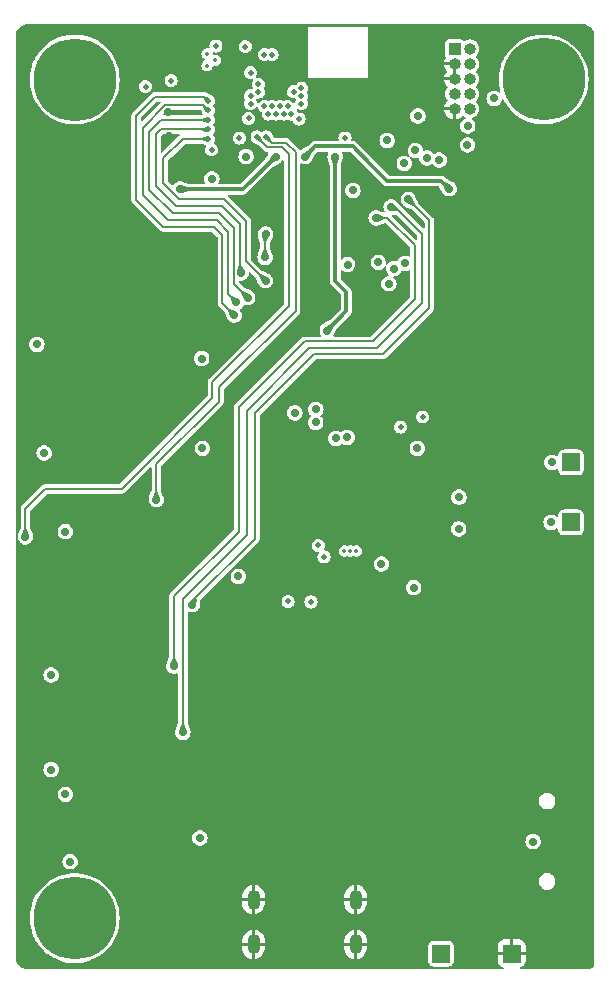
<source format=gbr>
%TF.GenerationSoftware,KiCad,Pcbnew,7.0.10-7.0.10~ubuntu22.04.1*%
%TF.CreationDate,2024-04-30T07:38:50+03:00*%
%TF.ProjectId,imu-mouse,696d752d-6d6f-4757-9365-2e6b69636164,v1*%
%TF.SameCoordinates,Original*%
%TF.FileFunction,Copper,L2,Inr*%
%TF.FilePolarity,Positive*%
%FSLAX46Y46*%
G04 Gerber Fmt 4.6, Leading zero omitted, Abs format (unit mm)*
G04 Created by KiCad (PCBNEW 7.0.10-7.0.10~ubuntu22.04.1) date 2024-04-30 07:38:50*
%MOMM*%
%LPD*%
G01*
G04 APERTURE LIST*
G04 Aperture macros list*
%AMRoundRect*
0 Rectangle with rounded corners*
0 $1 Rounding radius*
0 $2 $3 $4 $5 $6 $7 $8 $9 X,Y pos of 4 corners*
0 Add a 4 corners polygon primitive as box body*
4,1,4,$2,$3,$4,$5,$6,$7,$8,$9,$2,$3,0*
0 Add four circle primitives for the rounded corners*
1,1,$1+$1,$2,$3*
1,1,$1+$1,$4,$5*
1,1,$1+$1,$6,$7*
1,1,$1+$1,$8,$9*
0 Add four rect primitives between the rounded corners*
20,1,$1+$1,$2,$3,$4,$5,0*
20,1,$1+$1,$4,$5,$6,$7,0*
20,1,$1+$1,$6,$7,$8,$9,0*
20,1,$1+$1,$8,$9,$2,$3,0*%
G04 Aperture macros list end*
%TA.AperFunction,ComponentPad*%
%ADD10RoundRect,0.250000X-0.550000X-0.550000X0.550000X-0.550000X0.550000X0.550000X-0.550000X0.550000X0*%
%TD*%
%TA.AperFunction,ComponentPad*%
%ADD11C,7.000000*%
%TD*%
%TA.AperFunction,ComponentPad*%
%ADD12O,1.100000X1.700000*%
%TD*%
%TA.AperFunction,ComponentPad*%
%ADD13R,1.000000X1.000000*%
%TD*%
%TA.AperFunction,ComponentPad*%
%ADD14O,1.000000X1.000000*%
%TD*%
%TA.AperFunction,ViaPad*%
%ADD15C,0.700000*%
%TD*%
%TA.AperFunction,ViaPad*%
%ADD16C,0.500000*%
%TD*%
%TA.AperFunction,ViaPad*%
%ADD17C,0.350000*%
%TD*%
%TA.AperFunction,Conductor*%
%ADD18C,0.200000*%
%TD*%
%TA.AperFunction,Conductor*%
%ADD19C,0.300000*%
%TD*%
G04 APERTURE END LIST*
D10*
%TO.N,GND*%
%TO.C,J2*%
X112000000Y-201680000D03*
%TD*%
D11*
%TO.N,unconnected-(H1-Pad1)*%
%TO.C,H1*%
X75000000Y-127680000D03*
%TD*%
D10*
%TO.N,+BATT*%
%TO.C,J1*%
X106000000Y-201680000D03*
%TD*%
D12*
%TO.N,GND*%
%TO.C,J3*%
X90135024Y-197109206D03*
X90135024Y-200909206D03*
X98775024Y-197109206D03*
X98775024Y-200909206D03*
%TD*%
D11*
%TO.N,unconnected-(H3-Pad1)*%
%TO.C,H3*%
X114700000Y-127670000D03*
%TD*%
D13*
%TO.N,+1V8*%
%TO.C,J4*%
X107170000Y-125080000D03*
D14*
%TO.N,/SWD-SWDIO*%
X108440000Y-125080000D03*
%TO.N,GND*%
X107170000Y-126350000D03*
%TO.N,/SWD-SWCLK*%
X108440000Y-126350000D03*
%TO.N,GND*%
X107170000Y-127620000D03*
%TO.N,/SWD-SWO*%
X108440000Y-127620000D03*
%TO.N,unconnected-(J4-KEY-Pad7)*%
X107170000Y-128890000D03*
%TO.N,unconnected-(J4-NC{slash}TDI-Pad8)*%
X108440000Y-128890000D03*
%TO.N,GND*%
X107170000Y-130160000D03*
%TO.N,/~{RESET}*%
X108440000Y-130160000D03*
%TD*%
D10*
%TO.N,/SWD-BHI_JTAG_DIO*%
%TO.C,J5*%
X117000000Y-165180000D03*
%TD*%
%TO.N,/SWD-BHI_JTAG_CLK*%
%TO.C,J6*%
X117000000Y-160100000D03*
%TD*%
D11*
%TO.N,unconnected-(H2-Pad1)*%
%TO.C,H2*%
X75000000Y-198680000D03*
%TD*%
D15*
%TO.N,+BATT*%
X74200000Y-165960000D03*
X72400000Y-159300000D03*
X113800000Y-192200000D03*
%TO.N,GND*%
X100260000Y-123660000D03*
X77880000Y-153570000D03*
X111930000Y-195680000D03*
X74420000Y-181170000D03*
X110000000Y-199200000D03*
X80140000Y-155640000D03*
X98550000Y-172650000D03*
X105800000Y-166180000D03*
X106530000Y-141500000D03*
X81090000Y-126940000D03*
D16*
X90790000Y-124290000D03*
D15*
X82950000Y-132500000D03*
X98642500Y-127980000D03*
D16*
X92390000Y-124190000D03*
D15*
X91705024Y-198264976D03*
X99555000Y-127980000D03*
D16*
X93630000Y-125480000D03*
D15*
X80080000Y-168730000D03*
X106700000Y-154700000D03*
X84560000Y-190270000D03*
X87000000Y-182060000D03*
X98260000Y-152200000D03*
X95905000Y-127980000D03*
X100820000Y-181800000D03*
X97205024Y-198195024D03*
X72560000Y-153370000D03*
X82900000Y-130450000D03*
X103590000Y-190930000D03*
X86970000Y-176990000D03*
X100260000Y-125520000D03*
X82510000Y-141480000D03*
X93340000Y-191370000D03*
X74250000Y-172750000D03*
X100260000Y-124590000D03*
D16*
X93890000Y-124290000D03*
D15*
X77700000Y-141390000D03*
X95860000Y-191400000D03*
X111530000Y-141510000D03*
X80460000Y-154010000D03*
D16*
X92990000Y-126170000D03*
D15*
X79710000Y-150460000D03*
D16*
X92030000Y-126720000D03*
D15*
X111430000Y-154440000D03*
X79500000Y-188970000D03*
D16*
X92060000Y-127780000D03*
D15*
X98610000Y-169410000D03*
D16*
X92340000Y-126140000D03*
D15*
X73920000Y-191080000D03*
X74580000Y-183150000D03*
D16*
X93190000Y-124190000D03*
D15*
X96817500Y-127980000D03*
D16*
X92020000Y-128890000D03*
D15*
X100260000Y-127380000D03*
X83480000Y-156620000D03*
D16*
X92980000Y-127770000D03*
D15*
X97730000Y-127980000D03*
D16*
X91300000Y-127770000D03*
D15*
X73650000Y-158590000D03*
X94910000Y-178460000D03*
X90060000Y-152220000D03*
D16*
X93600000Y-126110000D03*
X92990000Y-126850000D03*
X91390000Y-124290000D03*
D15*
X100260000Y-126450000D03*
%TO.N,VBUS*%
X85750000Y-151300000D03*
X88850000Y-169750000D03*
%TO.N,VS*%
X71800000Y-150100000D03*
X74600000Y-193900000D03*
D16*
%TO.N,+1V8*%
X86950000Y-124850000D03*
D15*
X107510000Y-165720000D03*
D16*
X89430000Y-124900000D03*
D15*
X107530000Y-163040000D03*
X86600000Y-136100000D03*
X104000000Y-158900000D03*
X85800000Y-158900000D03*
X103700000Y-170700000D03*
%TO.N,+3.3V*%
X85600000Y-191900000D03*
X74200000Y-188200000D03*
D16*
%TO.N,/BAT_MON_EN*%
X92038000Y-130600000D03*
X91190000Y-132540000D03*
D15*
X81910000Y-163250000D03*
%TO.N,/LED_R*%
X103240000Y-137830000D03*
X84950000Y-172150000D03*
X104050000Y-130770000D03*
D16*
X92363000Y-129950000D03*
D15*
X105855000Y-134495000D03*
D16*
%TO.N,/LED_G*%
X93013000Y-129950000D03*
D15*
X100520000Y-139390000D03*
X83400000Y-177350000D03*
X102900000Y-134770000D03*
%TO.N,/LED_B*%
X84150000Y-182950000D03*
X104810000Y-134310000D03*
X101790000Y-138480000D03*
D16*
X94175000Y-129710000D03*
D15*
%TO.N,/~{BUTTON1}*%
X83910000Y-136950000D03*
X92000000Y-134200000D03*
D16*
X92688000Y-130600000D03*
%TO.N,/~{BUTTON2}*%
X93338000Y-130600000D03*
D15*
X106700000Y-136930000D03*
X94500000Y-134200000D03*
D16*
%TO.N,/~{BUTTON3}*%
X93990000Y-131030000D03*
D15*
X97050000Y-134200000D03*
X96380000Y-148930000D03*
D16*
%TO.N,/BAT_MON*%
X91388000Y-130600000D03*
D15*
X70820000Y-166400000D03*
D16*
X90440000Y-132540000D03*
D15*
%TO.N,/~{RESET BHI360}*%
X91150000Y-140750000D03*
D16*
X93530000Y-128720000D03*
D17*
X98840000Y-167600000D03*
D15*
X98550000Y-137070000D03*
X91120000Y-142730000D03*
X100960000Y-168700000D03*
D16*
X97880000Y-132640000D03*
%TO.N,/~{BMA456_CS}*%
X91063000Y-129950000D03*
D15*
X102960000Y-143240000D03*
D16*
%TO.N,/BHI360_INT*%
X86300000Y-131100000D03*
X89900000Y-129710000D03*
D15*
X89640000Y-146140000D03*
X93630000Y-155900000D03*
%TO.N,/BHI360_MISO*%
X95400000Y-156710000D03*
D16*
X86300000Y-129500000D03*
X90550000Y-128085000D03*
D15*
X88510000Y-147630000D03*
D16*
%TO.N,/BHI360_MOSI*%
X86300000Y-131900000D03*
X90550000Y-128735000D03*
D15*
X95410000Y-155610000D03*
X89090000Y-144050000D03*
D16*
%TO.N,/BHI360_CLK*%
X86300000Y-130300000D03*
D15*
X88690000Y-146550000D03*
D16*
X89900000Y-129060000D03*
D15*
X97110000Y-158070000D03*
%TO.N,/BMA456_MISO*%
X101600000Y-144970000D03*
D17*
X86200000Y-125510000D03*
D15*
%TO.N,/BMA456_MOSI*%
X100700000Y-143160000D03*
D17*
X86200000Y-126500000D03*
%TO.N,/BMA456_CLK*%
X86880000Y-126060000D03*
D15*
X102020000Y-143680000D03*
D16*
X91063000Y-125570000D03*
%TO.N,/BMA456_INT1*%
X102600000Y-157100000D03*
D15*
X98100000Y-143350000D03*
D16*
X91713000Y-129950000D03*
X86600000Y-133630000D03*
X104460000Y-156240000D03*
X88940000Y-132640000D03*
%TO.N,/BHI360_CS*%
X86300000Y-132700000D03*
X89720000Y-130960000D03*
D15*
X91150000Y-144720000D03*
X98060000Y-157970000D03*
D16*
%TO.N,Net-(U6-ASDX)*%
X93060000Y-171870000D03*
X95610000Y-167120000D03*
%TO.N,Net-(U6-ASCX)*%
X95000000Y-171920000D03*
X96100000Y-168100000D03*
%TO.N,/SWD-SWDIO*%
X94175000Y-128410000D03*
%TO.N,/SWD-SWCLK*%
X94175000Y-129060000D03*
D15*
X108250000Y-133230000D03*
X108270000Y-131610000D03*
D16*
%TO.N,/SWD-SWO*%
X81010000Y-128280000D03*
X83160000Y-127780000D03*
D15*
X110510000Y-129280000D03*
D16*
X89900000Y-127110000D03*
D17*
%TO.N,/SWD-BHI_JTAG_DIO*%
X98340000Y-167600000D03*
D15*
X115340000Y-165170000D03*
%TO.N,/SWD-BHI_JTAG_CLK*%
X115400000Y-160100000D03*
D17*
X97837500Y-167600000D03*
D15*
%TO.N,Net-(U1-S)*%
X73000000Y-186100000D03*
X73000000Y-178100000D03*
%TO.N,/~{RESET}*%
X89500000Y-134200000D03*
D16*
X91713000Y-125570000D03*
D15*
X103840000Y-133680000D03*
X101450000Y-132840000D03*
%TD*%
D18*
%TO.N,/BAT_MON*%
X70820000Y-166400000D02*
X70820000Y-164030000D01*
X92550000Y-133400000D02*
X91300000Y-133400000D01*
X70820000Y-164030000D02*
X72500000Y-162350000D01*
X72500000Y-162350000D02*
X78960000Y-162350000D01*
X78960000Y-162350000D02*
X86660000Y-154650000D01*
X91300000Y-133400000D02*
X90450000Y-132550000D01*
X86660000Y-154650000D02*
X86660000Y-153290000D01*
X86660000Y-153290000D02*
X93100000Y-146850000D01*
X93100000Y-146850000D02*
X93100000Y-133950000D01*
X93100000Y-133950000D02*
X92550000Y-133400000D01*
%TO.N,/BAT_MON_EN*%
X91200000Y-132550000D02*
X91700000Y-133050000D01*
X91700000Y-133050000D02*
X92900000Y-133050000D01*
X87200000Y-153750000D02*
X87200000Y-154960000D01*
X92900000Y-133050000D02*
X93700000Y-133850000D01*
X93700000Y-133850000D02*
X93700000Y-147250000D01*
X93700000Y-147250000D02*
X87200000Y-153750000D01*
X87200000Y-154960000D02*
X81900000Y-160260000D01*
X81900000Y-160260000D02*
X81900000Y-163240000D01*
X81900000Y-163240000D02*
X81910000Y-163250000D01*
%TO.N,/BHI360_CS*%
X91150000Y-144720000D02*
X89500000Y-143070000D01*
X89500000Y-143070000D02*
X89500000Y-139650000D01*
X89500000Y-139650000D02*
X87660000Y-137810000D01*
X87660000Y-137810000D02*
X83860000Y-137810000D01*
X82500000Y-134350000D02*
X84150000Y-132700000D01*
X83860000Y-137810000D02*
X82500000Y-136450000D01*
X82500000Y-136450000D02*
X82500000Y-134350000D01*
X84150000Y-132700000D02*
X86300000Y-132700000D01*
%TO.N,/BHI360_INT*%
X89640000Y-146140000D02*
X88500000Y-145000000D01*
X88500000Y-145000000D02*
X88500000Y-140250000D01*
X88500000Y-140250000D02*
X87250000Y-139000000D01*
X87250000Y-139000000D02*
X83300000Y-139000000D01*
X83300000Y-139000000D02*
X81300000Y-137000000D01*
X81300000Y-137000000D02*
X81300000Y-132110000D01*
X81300000Y-132110000D02*
X82310000Y-131100000D01*
X82310000Y-131100000D02*
X86300000Y-131100000D01*
%TO.N,/BHI360_MISO*%
X88510000Y-147630000D02*
X87500000Y-146620000D01*
X81790000Y-129160000D02*
X85960000Y-129160000D01*
X87500000Y-146620000D02*
X87500000Y-140850000D01*
X87500000Y-140850000D02*
X86800000Y-140150000D01*
X86800000Y-140150000D02*
X82500000Y-140150000D01*
X82500000Y-140150000D02*
X80200000Y-137850000D01*
X80200000Y-137850000D02*
X80200000Y-130750000D01*
X80200000Y-130750000D02*
X81790000Y-129160000D01*
X85960000Y-129160000D02*
X86300000Y-129500000D01*
D19*
%TO.N,/~{BUTTON2}*%
X106700000Y-136930000D02*
X106030000Y-136260000D01*
X106030000Y-136260000D02*
X101450000Y-136260000D01*
X100100000Y-134900000D02*
X98550000Y-133350000D01*
X101450000Y-136260000D02*
X100100000Y-134910000D01*
X100100000Y-134910000D02*
X100100000Y-134900000D01*
X95350000Y-133350000D02*
X94500000Y-134200000D01*
X98550000Y-133350000D02*
X95350000Y-133350000D01*
D18*
%TO.N,/LED_R*%
X84950000Y-171850000D02*
X84950000Y-172150000D01*
X95240000Y-150960000D02*
X90250000Y-155950000D01*
X105020000Y-139610000D02*
X105020000Y-147000000D01*
X90250000Y-155950000D02*
X90250000Y-166550000D01*
X101060000Y-150960000D02*
X95240000Y-150960000D01*
X105020000Y-147000000D02*
X101060000Y-150960000D01*
X90250000Y-166550000D02*
X84950000Y-171850000D01*
X103240000Y-137830000D02*
X105020000Y-139610000D01*
%TO.N,/LED_G*%
X94458529Y-149840000D02*
X88900000Y-155398529D01*
X103770000Y-146280000D02*
X100210000Y-149840000D01*
X100520000Y-139390000D02*
X101470000Y-139390000D01*
X88900000Y-155398529D02*
X88900000Y-165950000D01*
X100210000Y-149840000D02*
X94458529Y-149840000D01*
X88900000Y-165950000D02*
X83400000Y-171450000D01*
X83400000Y-171450000D02*
X83400000Y-177350000D01*
X101470000Y-139390000D02*
X103770000Y-141690000D01*
X103770000Y-141690000D02*
X103770000Y-146280000D01*
%TO.N,/LED_B*%
X104400000Y-140740000D02*
X104400000Y-146640000D01*
X100610000Y-150430000D02*
X94870000Y-150430000D01*
X94870000Y-150430000D02*
X89550000Y-155750000D01*
X101790000Y-138480000D02*
X102140000Y-138480000D01*
X89550000Y-166250000D02*
X84150000Y-171650000D01*
X89550000Y-155750000D02*
X89550000Y-166250000D01*
X102140000Y-138480000D02*
X104400000Y-140740000D01*
X84150000Y-171650000D02*
X84150000Y-182950000D01*
X104400000Y-146640000D02*
X100610000Y-150430000D01*
D19*
%TO.N,/~{BUTTON1}*%
X89230000Y-136970000D02*
X92000000Y-134200000D01*
X83910000Y-136950000D02*
X83930000Y-136970000D01*
X83930000Y-136970000D02*
X89230000Y-136970000D01*
%TO.N,/~{BUTTON3}*%
X98000000Y-145700000D02*
X97050000Y-144750000D01*
X98000000Y-147310000D02*
X98000000Y-145700000D01*
X96380000Y-148930000D02*
X98000000Y-147310000D01*
X97050000Y-144750000D02*
X97050000Y-134200000D01*
D18*
%TO.N,/~{RESET BHI360}*%
X91120000Y-140780000D02*
X91150000Y-140750000D01*
X91120000Y-142730000D02*
X91120000Y-140780000D01*
%TO.N,/BHI360_MOSI*%
X81900000Y-132300000D02*
X82300000Y-131900000D01*
X89000000Y-139950000D02*
X87450000Y-138400000D01*
X89090000Y-144050000D02*
X89000000Y-143960000D01*
X87450000Y-138400000D02*
X83600000Y-138400000D01*
X82300000Y-131900000D02*
X86300000Y-131900000D01*
X81900000Y-136700000D02*
X81900000Y-132300000D01*
X89000000Y-143960000D02*
X89000000Y-139950000D01*
X83600000Y-138400000D02*
X81900000Y-136700000D01*
%TO.N,/BHI360_CLK*%
X88000000Y-140550000D02*
X87050000Y-139600000D01*
X85850000Y-129850000D02*
X86300000Y-130300000D01*
X82900000Y-139600000D02*
X80750000Y-137450000D01*
X82651471Y-129850000D02*
X85850000Y-129850000D01*
X88000000Y-145860000D02*
X88000000Y-140550000D01*
X80750000Y-131751471D02*
X82651471Y-129850000D01*
X87050000Y-139600000D02*
X82900000Y-139600000D01*
X88690000Y-146550000D02*
X88000000Y-145860000D01*
X80750000Y-137450000D02*
X80750000Y-131751471D01*
%TD*%
%TA.AperFunction,Conductor*%
%TO.N,GND*%
G36*
X83852022Y-132317813D02*
G01*
X83877332Y-132361650D01*
X83868542Y-132411500D01*
X83856782Y-132426826D01*
X82426826Y-133856781D01*
X82380949Y-133878173D01*
X82332055Y-133865072D01*
X82303021Y-133823608D01*
X82300500Y-133804455D01*
X82300500Y-132496544D01*
X82317813Y-132448978D01*
X82322174Y-132444218D01*
X82444218Y-132322174D01*
X82490094Y-132300782D01*
X82496544Y-132300500D01*
X83804456Y-132300500D01*
X83852022Y-132317813D01*
G37*
%TD.AperFunction*%
%TA.AperFunction,Conductor*%
G36*
X85654131Y-130267813D02*
G01*
X85672468Y-130290844D01*
X85734750Y-130412805D01*
X85792056Y-130525023D01*
X85792060Y-130525030D01*
X85798033Y-130532925D01*
X85807384Y-130549250D01*
X85819135Y-130577618D01*
X85819634Y-130578482D01*
X85819738Y-130579073D01*
X85820994Y-130582105D01*
X85820322Y-130582383D01*
X85828425Y-130628332D01*
X85803117Y-130672170D01*
X85778354Y-130685882D01*
X85747435Y-130695898D01*
X85724630Y-130699500D01*
X82547016Y-130699500D01*
X82499450Y-130682187D01*
X82474140Y-130638350D01*
X82482930Y-130588500D01*
X82494690Y-130573174D01*
X82795690Y-130272174D01*
X82841566Y-130250782D01*
X82848016Y-130250500D01*
X85606565Y-130250500D01*
X85654131Y-130267813D01*
G37*
%TD.AperFunction*%
%TA.AperFunction,Conductor*%
G36*
X107295000Y-127316890D02*
G01*
X107282871Y-127309888D01*
X107198436Y-127295000D01*
X107141564Y-127295000D01*
X107057129Y-127309888D01*
X107045000Y-127316890D01*
X107045000Y-126653109D01*
X107057129Y-126660112D01*
X107141564Y-126675000D01*
X107198436Y-126675000D01*
X107282871Y-126660112D01*
X107295000Y-126653109D01*
X107295000Y-127316890D01*
G37*
%TD.AperFunction*%
%TA.AperFunction,Conductor*%
G36*
X118003222Y-123000782D02*
G01*
X118042266Y-123004197D01*
X118167110Y-123015120D01*
X118179803Y-123017357D01*
X118335597Y-123059102D01*
X118347717Y-123063513D01*
X118493889Y-123131675D01*
X118505050Y-123138119D01*
X118637162Y-123230625D01*
X118647043Y-123238916D01*
X118761083Y-123352956D01*
X118769374Y-123362837D01*
X118861877Y-123494944D01*
X118868327Y-123506115D01*
X118936486Y-123652283D01*
X118940898Y-123664404D01*
X118982640Y-123820188D01*
X118984879Y-123832891D01*
X118999218Y-123996776D01*
X118999500Y-124003226D01*
X118999500Y-202495840D01*
X118999035Y-202504126D01*
X118987909Y-202602868D01*
X118984221Y-202619023D01*
X118952788Y-202708852D01*
X118945599Y-202723781D01*
X118894961Y-202804372D01*
X118884629Y-202817328D01*
X118817328Y-202884629D01*
X118804372Y-202894961D01*
X118723781Y-202945599D01*
X118708852Y-202952788D01*
X118635258Y-202978539D01*
X118619021Y-202984221D01*
X118602868Y-202987909D01*
X118504127Y-202999035D01*
X118495841Y-202999500D01*
X112751139Y-202999500D01*
X112703573Y-202982187D01*
X112678263Y-202938350D01*
X112687053Y-202888500D01*
X112725830Y-202855963D01*
X112730494Y-202854438D01*
X112810199Y-202831281D01*
X112951556Y-202747682D01*
X113067682Y-202631556D01*
X113151281Y-202490199D01*
X113197099Y-202332493D01*
X113200000Y-202295641D01*
X113200000Y-201805000D01*
X112276342Y-201805000D01*
X112303895Y-201708160D01*
X112293546Y-201596479D01*
X112272892Y-201555000D01*
X113200000Y-201555000D01*
X113200000Y-201064358D01*
X113197099Y-201027506D01*
X113151281Y-200869800D01*
X113067682Y-200728443D01*
X112951556Y-200612317D01*
X112810199Y-200528718D01*
X112652491Y-200482900D01*
X112652494Y-200482900D01*
X112615641Y-200480000D01*
X112125000Y-200480000D01*
X112125000Y-201406699D01*
X112056080Y-201380000D01*
X111972198Y-201380000D01*
X111889750Y-201395412D01*
X111875000Y-201404544D01*
X111875000Y-200480000D01*
X111384359Y-200480000D01*
X111347506Y-200482900D01*
X111189800Y-200528718D01*
X111048443Y-200612317D01*
X110932317Y-200728443D01*
X110848718Y-200869800D01*
X110802900Y-201027506D01*
X110800000Y-201064358D01*
X110800000Y-201555000D01*
X111723658Y-201555000D01*
X111696105Y-201651840D01*
X111706454Y-201763521D01*
X111727108Y-201805000D01*
X110800000Y-201805000D01*
X110800000Y-202295641D01*
X110802900Y-202332493D01*
X110848718Y-202490199D01*
X110932317Y-202631556D01*
X111048443Y-202747682D01*
X111189800Y-202831281D01*
X111269506Y-202854438D01*
X111310354Y-202884334D01*
X111322428Y-202933492D01*
X111300080Y-202978910D01*
X111253765Y-202999337D01*
X111248861Y-202999500D01*
X71003227Y-202999500D01*
X70996777Y-202999218D01*
X70832891Y-202984879D01*
X70820188Y-202982640D01*
X70664404Y-202940898D01*
X70652283Y-202936486D01*
X70506115Y-202868327D01*
X70494944Y-202861877D01*
X70362837Y-202769374D01*
X70352956Y-202761083D01*
X70238916Y-202647043D01*
X70230625Y-202637162D01*
X70217924Y-202619023D01*
X70138119Y-202505050D01*
X70131675Y-202493889D01*
X70063513Y-202347716D01*
X70059101Y-202335595D01*
X70058270Y-202332493D01*
X70017357Y-202179803D01*
X70015120Y-202167107D01*
X70012190Y-202133621D01*
X70000782Y-202003222D01*
X70000500Y-201996773D01*
X70000500Y-198680000D01*
X71194616Y-198680000D01*
X71214140Y-199064983D01*
X71272512Y-199446019D01*
X71363863Y-199798837D01*
X71369134Y-199819192D01*
X71503013Y-200180675D01*
X71649838Y-200480000D01*
X71672776Y-200526762D01*
X71876678Y-200853893D01*
X72112625Y-201158711D01*
X72112635Y-201158723D01*
X72378209Y-201438109D01*
X72378211Y-201438110D01*
X72378216Y-201438115D01*
X72670702Y-201689205D01*
X72764818Y-201754712D01*
X72987085Y-201909415D01*
X73270127Y-202066516D01*
X73324131Y-202096491D01*
X73678370Y-202248507D01*
X73678380Y-202248510D01*
X74046170Y-202363905D01*
X74046168Y-202363905D01*
X74423761Y-202441503D01*
X74734507Y-202473101D01*
X74807260Y-202480500D01*
X74807261Y-202480500D01*
X75192739Y-202480500D01*
X75192740Y-202480500D01*
X75305158Y-202469068D01*
X75576238Y-202441503D01*
X75953830Y-202363905D01*
X76104669Y-202316578D01*
X76243233Y-202273104D01*
X104899499Y-202273104D01*
X104908460Y-202347716D01*
X104910123Y-202361564D01*
X104921777Y-202391116D01*
X104965638Y-202502341D01*
X105041871Y-202602868D01*
X105057078Y-202622922D01*
X105177658Y-202714361D01*
X105318436Y-202769877D01*
X105389764Y-202778442D01*
X105406896Y-202780500D01*
X105406898Y-202780500D01*
X106593104Y-202780500D01*
X106608722Y-202778624D01*
X106681564Y-202769877D01*
X106822342Y-202714361D01*
X106942922Y-202622922D01*
X107034361Y-202502342D01*
X107089877Y-202361564D01*
X107100500Y-202273102D01*
X107100500Y-201086898D01*
X107089877Y-200998436D01*
X107034361Y-200857658D01*
X106942922Y-200737078D01*
X106822342Y-200645639D01*
X106822341Y-200645638D01*
X106737079Y-200612015D01*
X106681564Y-200590123D01*
X106652076Y-200586582D01*
X106593104Y-200579500D01*
X106593102Y-200579500D01*
X105406898Y-200579500D01*
X105406896Y-200579500D01*
X105318436Y-200590123D01*
X105177658Y-200645638D01*
X105057078Y-200737077D01*
X105057077Y-200737078D01*
X104965638Y-200857658D01*
X104910123Y-200998436D01*
X104902207Y-201064358D01*
X104899500Y-201086898D01*
X104899500Y-202273102D01*
X104899500Y-202273104D01*
X104899499Y-202273104D01*
X76243233Y-202273104D01*
X76321630Y-202248507D01*
X76675869Y-202096491D01*
X77012911Y-201909417D01*
X77329298Y-201689205D01*
X77621784Y-201438115D01*
X77656659Y-201401427D01*
X77747549Y-201305810D01*
X77793577Y-201257388D01*
X89185024Y-201257388D01*
X89199670Y-201401422D01*
X89199672Y-201401427D01*
X89257509Y-201585770D01*
X89257510Y-201585771D01*
X89351280Y-201754712D01*
X89351284Y-201754717D01*
X89477127Y-201901307D01*
X89477129Y-201901310D01*
X89629912Y-202019572D01*
X89629914Y-202019574D01*
X89803382Y-202104663D01*
X89803385Y-202104665D01*
X89990425Y-202153092D01*
X90010024Y-202154085D01*
X90010024Y-201485547D01*
X90106864Y-201513101D01*
X90218545Y-201502752D01*
X90260024Y-201482097D01*
X90260024Y-202151138D01*
X90374371Y-202133621D01*
X90555561Y-202066516D01*
X90719522Y-201964316D01*
X90859561Y-201831200D01*
X90969937Y-201672618D01*
X91046130Y-201495068D01*
X91046132Y-201495062D01*
X91085023Y-201305818D01*
X91085024Y-201305810D01*
X91085024Y-201257388D01*
X97825024Y-201257388D01*
X97839670Y-201401422D01*
X97839672Y-201401427D01*
X97897509Y-201585770D01*
X97897510Y-201585771D01*
X97991280Y-201754712D01*
X97991284Y-201754717D01*
X98117127Y-201901307D01*
X98117129Y-201901310D01*
X98269912Y-202019572D01*
X98269914Y-202019574D01*
X98443382Y-202104663D01*
X98443385Y-202104665D01*
X98630425Y-202153092D01*
X98650024Y-202154085D01*
X98650024Y-201485547D01*
X98746864Y-201513101D01*
X98858545Y-201502752D01*
X98900024Y-201482097D01*
X98900024Y-202151138D01*
X99014371Y-202133621D01*
X99195561Y-202066516D01*
X99359522Y-201964316D01*
X99499561Y-201831200D01*
X99609937Y-201672618D01*
X99686130Y-201495068D01*
X99686132Y-201495062D01*
X99725023Y-201305818D01*
X99725024Y-201305810D01*
X99725024Y-201034206D01*
X99075024Y-201034206D01*
X99075024Y-200784206D01*
X99725024Y-200784206D01*
X99725024Y-200561032D01*
X99725023Y-200561023D01*
X99710377Y-200416989D01*
X99710375Y-200416984D01*
X99652538Y-200232641D01*
X99652537Y-200232640D01*
X99558767Y-200063699D01*
X99558763Y-200063694D01*
X99432920Y-199917104D01*
X99432918Y-199917101D01*
X99280135Y-199798839D01*
X99280133Y-199798837D01*
X99106665Y-199713748D01*
X99106662Y-199713746D01*
X98919617Y-199665318D01*
X98919619Y-199665318D01*
X98900024Y-199664324D01*
X98900024Y-200332864D01*
X98803184Y-200305311D01*
X98691503Y-200315660D01*
X98650024Y-200336314D01*
X98650024Y-199667272D01*
X98535675Y-199684790D01*
X98354486Y-199751895D01*
X98190525Y-199854095D01*
X98050486Y-199987211D01*
X97940110Y-200145793D01*
X97863917Y-200323343D01*
X97863915Y-200323349D01*
X97825024Y-200512593D01*
X97825024Y-200784206D01*
X98475024Y-200784206D01*
X98475024Y-201034206D01*
X97825024Y-201034206D01*
X97825024Y-201257388D01*
X91085024Y-201257388D01*
X91085024Y-201034206D01*
X90435024Y-201034206D01*
X90435024Y-200784206D01*
X91085024Y-200784206D01*
X91085024Y-200561032D01*
X91085023Y-200561023D01*
X91070377Y-200416989D01*
X91070375Y-200416984D01*
X91012538Y-200232641D01*
X91012537Y-200232640D01*
X90918767Y-200063699D01*
X90918763Y-200063694D01*
X90792920Y-199917104D01*
X90792918Y-199917101D01*
X90640135Y-199798839D01*
X90640133Y-199798837D01*
X90466665Y-199713748D01*
X90466662Y-199713746D01*
X90279617Y-199665318D01*
X90279619Y-199665318D01*
X90260024Y-199664324D01*
X90260024Y-200332864D01*
X90163184Y-200305311D01*
X90051503Y-200315660D01*
X90010024Y-200336314D01*
X90010024Y-199667272D01*
X89895675Y-199684790D01*
X89714486Y-199751895D01*
X89550525Y-199854095D01*
X89410486Y-199987211D01*
X89300110Y-200145793D01*
X89223917Y-200323343D01*
X89223915Y-200323349D01*
X89185024Y-200512593D01*
X89185024Y-200784206D01*
X89835024Y-200784206D01*
X89835024Y-201034206D01*
X89185024Y-201034206D01*
X89185024Y-201257388D01*
X77793577Y-201257388D01*
X77887366Y-201158722D01*
X78123320Y-200853895D01*
X78327225Y-200526760D01*
X78496987Y-200180675D01*
X78630866Y-199819192D01*
X78727488Y-199446018D01*
X78785860Y-199064984D01*
X78805384Y-198680000D01*
X78785860Y-198295016D01*
X78727488Y-197913982D01*
X78630866Y-197540808D01*
X78599971Y-197457388D01*
X89185024Y-197457388D01*
X89199670Y-197601422D01*
X89199672Y-197601427D01*
X89257509Y-197785770D01*
X89257510Y-197785771D01*
X89351280Y-197954712D01*
X89351284Y-197954717D01*
X89477127Y-198101307D01*
X89477129Y-198101310D01*
X89629912Y-198219572D01*
X89629914Y-198219574D01*
X89803382Y-198304663D01*
X89803385Y-198304665D01*
X89990425Y-198353092D01*
X90010024Y-198354085D01*
X90010024Y-197685547D01*
X90106864Y-197713101D01*
X90218545Y-197702752D01*
X90260024Y-197682097D01*
X90260024Y-198351138D01*
X90374371Y-198333621D01*
X90555561Y-198266516D01*
X90719522Y-198164316D01*
X90859561Y-198031200D01*
X90969937Y-197872618D01*
X91046130Y-197695068D01*
X91046132Y-197695062D01*
X91085023Y-197505818D01*
X91085024Y-197505810D01*
X91085024Y-197457388D01*
X97825024Y-197457388D01*
X97839670Y-197601422D01*
X97839672Y-197601427D01*
X97897509Y-197785770D01*
X97897510Y-197785771D01*
X97991280Y-197954712D01*
X97991284Y-197954717D01*
X98117127Y-198101307D01*
X98117129Y-198101310D01*
X98269912Y-198219572D01*
X98269914Y-198219574D01*
X98443382Y-198304663D01*
X98443385Y-198304665D01*
X98630425Y-198353092D01*
X98650024Y-198354085D01*
X98650024Y-197685547D01*
X98746864Y-197713101D01*
X98858545Y-197702752D01*
X98900024Y-197682097D01*
X98900024Y-198351138D01*
X99014371Y-198333621D01*
X99195561Y-198266516D01*
X99359522Y-198164316D01*
X99499561Y-198031200D01*
X99609937Y-197872618D01*
X99686130Y-197695068D01*
X99686132Y-197695062D01*
X99725023Y-197505818D01*
X99725024Y-197505810D01*
X99725024Y-197234206D01*
X99075024Y-197234206D01*
X99075024Y-196984206D01*
X99725024Y-196984206D01*
X99725024Y-196761032D01*
X99725023Y-196761023D01*
X99710377Y-196616989D01*
X99710375Y-196616984D01*
X99652538Y-196432641D01*
X99652537Y-196432640D01*
X99558767Y-196263699D01*
X99558763Y-196263694D01*
X99432920Y-196117104D01*
X99432918Y-196117101D01*
X99280135Y-195998839D01*
X99280133Y-195998837D01*
X99106665Y-195913748D01*
X99106662Y-195913746D01*
X98919617Y-195865318D01*
X98919619Y-195865318D01*
X98900024Y-195864324D01*
X98900024Y-196532864D01*
X98803184Y-196505311D01*
X98691503Y-196515660D01*
X98650024Y-196536314D01*
X98650024Y-195867272D01*
X98535675Y-195884790D01*
X98354486Y-195951895D01*
X98190525Y-196054095D01*
X98050486Y-196187211D01*
X97940110Y-196345793D01*
X97863917Y-196523343D01*
X97863915Y-196523349D01*
X97825024Y-196712593D01*
X97825024Y-196984206D01*
X98475024Y-196984206D01*
X98475024Y-197234206D01*
X97825024Y-197234206D01*
X97825024Y-197457388D01*
X91085024Y-197457388D01*
X91085024Y-197234206D01*
X90435024Y-197234206D01*
X90435024Y-196984206D01*
X91085024Y-196984206D01*
X91085024Y-196761032D01*
X91085023Y-196761023D01*
X91070377Y-196616989D01*
X91070375Y-196616984D01*
X91012538Y-196432641D01*
X91012537Y-196432640D01*
X90918767Y-196263699D01*
X90918763Y-196263694D01*
X90792920Y-196117104D01*
X90792918Y-196117101D01*
X90640135Y-195998839D01*
X90640133Y-195998837D01*
X90466665Y-195913748D01*
X90466662Y-195913746D01*
X90279617Y-195865318D01*
X90279619Y-195865318D01*
X90260024Y-195864324D01*
X90260024Y-196532864D01*
X90163184Y-196505311D01*
X90051503Y-196515660D01*
X90010024Y-196536314D01*
X90010024Y-195867272D01*
X89895675Y-195884790D01*
X89714486Y-195951895D01*
X89550525Y-196054095D01*
X89410486Y-196187211D01*
X89300110Y-196345793D01*
X89223917Y-196523343D01*
X89223915Y-196523349D01*
X89185024Y-196712593D01*
X89185024Y-196984206D01*
X89835024Y-196984206D01*
X89835024Y-197234206D01*
X89185024Y-197234206D01*
X89185024Y-197457388D01*
X78599971Y-197457388D01*
X78496987Y-197179325D01*
X78327225Y-196833240D01*
X78243525Y-196698956D01*
X78123321Y-196506106D01*
X77887374Y-196201288D01*
X77887364Y-196201276D01*
X77621790Y-195921890D01*
X77621788Y-195921889D01*
X77621786Y-195921888D01*
X77621784Y-195921885D01*
X77456204Y-195779739D01*
X77329302Y-195670798D01*
X77329295Y-195670793D01*
X77321055Y-195665058D01*
X114299500Y-195665058D01*
X114300915Y-195670798D01*
X114340210Y-195830225D01*
X114419266Y-195980852D01*
X114419267Y-195980853D01*
X114419269Y-195980856D01*
X114435199Y-195998837D01*
X114532071Y-196108183D01*
X114672070Y-196204818D01*
X114831128Y-196265140D01*
X114957628Y-196280500D01*
X115042372Y-196280500D01*
X115168872Y-196265140D01*
X115327930Y-196204818D01*
X115467929Y-196108183D01*
X115580734Y-195980852D01*
X115659790Y-195830225D01*
X115700500Y-195665056D01*
X115700500Y-195494944D01*
X115659790Y-195329775D01*
X115580734Y-195179148D01*
X115467929Y-195051817D01*
X115387203Y-194996095D01*
X115327929Y-194955181D01*
X115168871Y-194894859D01*
X115042379Y-194879500D01*
X115042372Y-194879500D01*
X114957628Y-194879500D01*
X114957620Y-194879500D01*
X114831128Y-194894859D01*
X114672070Y-194955181D01*
X114532071Y-195051816D01*
X114419269Y-195179143D01*
X114419267Y-195179146D01*
X114340209Y-195329777D01*
X114299500Y-195494941D01*
X114299500Y-195665058D01*
X77321055Y-195665058D01*
X77321052Y-195665056D01*
X77305605Y-195654304D01*
X77012914Y-195450584D01*
X76675872Y-195263510D01*
X76479273Y-195179143D01*
X76321630Y-195111493D01*
X76321627Y-195111492D01*
X76321619Y-195111489D01*
X75953829Y-194996094D01*
X75953831Y-194996094D01*
X75576238Y-194918496D01*
X75192747Y-194879500D01*
X75192740Y-194879500D01*
X74807260Y-194879500D01*
X74807252Y-194879500D01*
X74423761Y-194918496D01*
X74046169Y-194996094D01*
X73678380Y-195111489D01*
X73678372Y-195111492D01*
X73324127Y-195263510D01*
X72987085Y-195450584D01*
X72670704Y-195670793D01*
X72670697Y-195670798D01*
X72378211Y-195921889D01*
X72378209Y-195921890D01*
X72112635Y-196201276D01*
X72112625Y-196201288D01*
X71876678Y-196506106D01*
X71672776Y-196833237D01*
X71672775Y-196833240D01*
X71503013Y-197179325D01*
X71397104Y-197465286D01*
X71369132Y-197540813D01*
X71272512Y-197913980D01*
X71214140Y-198295016D01*
X71194616Y-198679999D01*
X71194616Y-198680000D01*
X70000500Y-198680000D01*
X70000500Y-193900003D01*
X73944722Y-193900003D01*
X73963761Y-194056808D01*
X73963764Y-194056822D01*
X74019778Y-194204521D01*
X74109516Y-194334529D01*
X74109517Y-194334530D01*
X74227760Y-194439283D01*
X74367635Y-194512696D01*
X74521015Y-194550500D01*
X74521019Y-194550500D01*
X74678981Y-194550500D01*
X74678985Y-194550500D01*
X74832365Y-194512696D01*
X74972240Y-194439283D01*
X75090483Y-194334530D01*
X75180220Y-194204523D01*
X75236237Y-194056818D01*
X75255278Y-193900000D01*
X75236237Y-193743182D01*
X75228213Y-193722025D01*
X75180221Y-193595478D01*
X75090483Y-193465470D01*
X74972240Y-193360717D01*
X74960139Y-193354366D01*
X74832366Y-193287304D01*
X74678987Y-193249500D01*
X74678985Y-193249500D01*
X74521015Y-193249500D01*
X74521012Y-193249500D01*
X74367633Y-193287304D01*
X74227761Y-193360716D01*
X74109516Y-193465470D01*
X74019779Y-193595478D01*
X74019778Y-193595478D01*
X73963764Y-193743177D01*
X73963761Y-193743191D01*
X73944722Y-193899996D01*
X73944722Y-193900003D01*
X70000500Y-193900003D01*
X70000500Y-191900003D01*
X84944722Y-191900003D01*
X84963761Y-192056808D01*
X84963764Y-192056822D01*
X85019778Y-192204521D01*
X85109516Y-192334529D01*
X85109517Y-192334530D01*
X85227760Y-192439283D01*
X85367635Y-192512696D01*
X85521015Y-192550500D01*
X85521019Y-192550500D01*
X85678981Y-192550500D01*
X85678985Y-192550500D01*
X85832365Y-192512696D01*
X85972240Y-192439283D01*
X86090483Y-192334530D01*
X86180220Y-192204523D01*
X86181935Y-192200003D01*
X113144722Y-192200003D01*
X113163761Y-192356808D01*
X113163764Y-192356822D01*
X113219778Y-192504521D01*
X113309516Y-192634529D01*
X113309517Y-192634530D01*
X113427760Y-192739283D01*
X113567635Y-192812696D01*
X113721015Y-192850500D01*
X113721019Y-192850500D01*
X113878981Y-192850500D01*
X113878985Y-192850500D01*
X114032365Y-192812696D01*
X114172240Y-192739283D01*
X114290483Y-192634530D01*
X114380220Y-192504523D01*
X114436237Y-192356818D01*
X114455278Y-192200000D01*
X114436237Y-192043182D01*
X114428213Y-192022025D01*
X114380221Y-191895478D01*
X114290483Y-191765470D01*
X114265319Y-191743177D01*
X114172240Y-191660717D01*
X114160139Y-191654366D01*
X114032366Y-191587304D01*
X113878987Y-191549500D01*
X113878985Y-191549500D01*
X113721015Y-191549500D01*
X113721012Y-191549500D01*
X113567633Y-191587304D01*
X113427761Y-191660716D01*
X113309516Y-191765470D01*
X113219779Y-191895478D01*
X113219778Y-191895478D01*
X113163764Y-192043177D01*
X113163761Y-192043191D01*
X113144722Y-192199996D01*
X113144722Y-192200003D01*
X86181935Y-192200003D01*
X86181936Y-192200000D01*
X86236235Y-192056822D01*
X86236237Y-192056818D01*
X86255278Y-191900000D01*
X86236237Y-191743182D01*
X86228213Y-191722025D01*
X86180221Y-191595478D01*
X86090483Y-191465470D01*
X85972240Y-191360717D01*
X85960139Y-191354366D01*
X85832366Y-191287304D01*
X85678987Y-191249500D01*
X85678985Y-191249500D01*
X85521015Y-191249500D01*
X85521012Y-191249500D01*
X85367633Y-191287304D01*
X85227761Y-191360716D01*
X85109516Y-191465470D01*
X85019779Y-191595478D01*
X85019778Y-191595478D01*
X84963764Y-191743177D01*
X84963761Y-191743191D01*
X84944722Y-191899996D01*
X84944722Y-191900003D01*
X70000500Y-191900003D01*
X70000500Y-188865056D01*
X114299500Y-188865056D01*
X114340210Y-189030225D01*
X114419266Y-189180852D01*
X114419267Y-189180853D01*
X114419269Y-189180856D01*
X114532071Y-189308183D01*
X114672070Y-189404818D01*
X114831128Y-189465140D01*
X114957628Y-189480500D01*
X115042372Y-189480500D01*
X115168872Y-189465140D01*
X115327930Y-189404818D01*
X115467929Y-189308183D01*
X115580734Y-189180852D01*
X115659790Y-189030225D01*
X115700500Y-188865056D01*
X115700500Y-188694944D01*
X115659790Y-188529775D01*
X115580734Y-188379148D01*
X115560951Y-188356818D01*
X115467928Y-188251816D01*
X115327929Y-188155181D01*
X115168871Y-188094859D01*
X115042379Y-188079500D01*
X115042372Y-188079500D01*
X114957628Y-188079500D01*
X114957620Y-188079500D01*
X114831128Y-188094859D01*
X114672070Y-188155181D01*
X114532071Y-188251816D01*
X114419269Y-188379143D01*
X114419267Y-188379146D01*
X114340209Y-188529777D01*
X114299500Y-188694941D01*
X114299500Y-188694944D01*
X114299500Y-188865056D01*
X70000500Y-188865056D01*
X70000500Y-188200003D01*
X73544722Y-188200003D01*
X73563761Y-188356808D01*
X73563764Y-188356822D01*
X73619778Y-188504521D01*
X73709516Y-188634529D01*
X73709517Y-188634530D01*
X73827760Y-188739283D01*
X73967635Y-188812696D01*
X74121015Y-188850500D01*
X74121019Y-188850500D01*
X74278981Y-188850500D01*
X74278985Y-188850500D01*
X74432365Y-188812696D01*
X74572240Y-188739283D01*
X74690483Y-188634530D01*
X74780220Y-188504523D01*
X74836237Y-188356818D01*
X74843288Y-188298742D01*
X74855278Y-188200003D01*
X74855278Y-188199996D01*
X74836238Y-188043191D01*
X74836237Y-188043182D01*
X74828213Y-188022025D01*
X74780221Y-187895478D01*
X74690483Y-187765470D01*
X74572240Y-187660717D01*
X74560139Y-187654366D01*
X74432366Y-187587304D01*
X74278987Y-187549500D01*
X74278985Y-187549500D01*
X74121015Y-187549500D01*
X74121012Y-187549500D01*
X73967633Y-187587304D01*
X73827761Y-187660716D01*
X73709516Y-187765470D01*
X73619779Y-187895478D01*
X73619778Y-187895478D01*
X73563764Y-188043177D01*
X73563761Y-188043191D01*
X73544722Y-188199996D01*
X73544722Y-188200003D01*
X70000500Y-188200003D01*
X70000500Y-186100003D01*
X72344722Y-186100003D01*
X72363761Y-186256808D01*
X72363764Y-186256822D01*
X72419778Y-186404521D01*
X72509516Y-186534529D01*
X72509517Y-186534530D01*
X72627760Y-186639283D01*
X72767635Y-186712696D01*
X72921015Y-186750500D01*
X72921019Y-186750500D01*
X73078981Y-186750500D01*
X73078985Y-186750500D01*
X73232365Y-186712696D01*
X73372240Y-186639283D01*
X73490483Y-186534530D01*
X73580220Y-186404523D01*
X73636237Y-186256818D01*
X73655278Y-186100000D01*
X73636237Y-185943182D01*
X73628213Y-185922025D01*
X73580221Y-185795478D01*
X73490483Y-185665470D01*
X73372240Y-185560717D01*
X73360139Y-185554366D01*
X73232366Y-185487304D01*
X73078987Y-185449500D01*
X73078985Y-185449500D01*
X72921015Y-185449500D01*
X72921012Y-185449500D01*
X72767633Y-185487304D01*
X72627761Y-185560716D01*
X72509516Y-185665470D01*
X72419779Y-185795478D01*
X72419778Y-185795478D01*
X72363764Y-185943177D01*
X72363761Y-185943191D01*
X72344722Y-186099996D01*
X72344722Y-186100003D01*
X70000500Y-186100003D01*
X70000500Y-178100003D01*
X72344722Y-178100003D01*
X72363761Y-178256808D01*
X72363764Y-178256822D01*
X72419778Y-178404521D01*
X72509516Y-178534529D01*
X72509517Y-178534530D01*
X72627760Y-178639283D01*
X72767635Y-178712696D01*
X72921015Y-178750500D01*
X72921019Y-178750500D01*
X73078981Y-178750500D01*
X73078985Y-178750500D01*
X73232365Y-178712696D01*
X73372240Y-178639283D01*
X73490483Y-178534530D01*
X73580220Y-178404523D01*
X73636237Y-178256818D01*
X73655278Y-178100000D01*
X73643196Y-178000499D01*
X73636238Y-177943191D01*
X73636237Y-177943182D01*
X73615796Y-177889283D01*
X73580221Y-177795478D01*
X73490483Y-177665470D01*
X73478124Y-177654521D01*
X73372240Y-177560717D01*
X73360139Y-177554366D01*
X73232366Y-177487304D01*
X73078987Y-177449500D01*
X73078985Y-177449500D01*
X72921015Y-177449500D01*
X72921012Y-177449500D01*
X72767633Y-177487304D01*
X72627761Y-177560716D01*
X72509516Y-177665470D01*
X72419779Y-177795478D01*
X72419778Y-177795478D01*
X72363764Y-177943177D01*
X72363761Y-177943191D01*
X72344722Y-178099996D01*
X72344722Y-178100003D01*
X70000500Y-178100003D01*
X70000500Y-166400003D01*
X70164722Y-166400003D01*
X70183761Y-166556808D01*
X70183764Y-166556822D01*
X70239778Y-166704521D01*
X70329516Y-166834529D01*
X70329517Y-166834530D01*
X70447760Y-166939283D01*
X70587635Y-167012696D01*
X70741015Y-167050500D01*
X70741019Y-167050500D01*
X70898981Y-167050500D01*
X70898985Y-167050500D01*
X71052365Y-167012696D01*
X71192240Y-166939283D01*
X71310483Y-166834530D01*
X71400220Y-166704523D01*
X71456237Y-166556818D01*
X71475278Y-166400000D01*
X71456237Y-166243182D01*
X71430761Y-166176009D01*
X71427300Y-166163822D01*
X71424058Y-166147058D01*
X71423323Y-166143255D01*
X71351015Y-165960003D01*
X73544722Y-165960003D01*
X73563761Y-166116808D01*
X73563764Y-166116822D01*
X73619778Y-166264521D01*
X73692930Y-166370500D01*
X73709517Y-166394530D01*
X73827760Y-166499283D01*
X73967635Y-166572696D01*
X74121015Y-166610500D01*
X74121019Y-166610500D01*
X74278981Y-166610500D01*
X74278985Y-166610500D01*
X74432365Y-166572696D01*
X74572240Y-166499283D01*
X74690483Y-166394530D01*
X74780220Y-166264523D01*
X74836237Y-166116818D01*
X74855278Y-165960000D01*
X74845178Y-165876822D01*
X74838340Y-165820499D01*
X74836237Y-165803182D01*
X74817378Y-165753455D01*
X74780221Y-165655478D01*
X74690483Y-165525470D01*
X74632975Y-165474523D01*
X74572240Y-165420717D01*
X74560139Y-165414366D01*
X74432366Y-165347304D01*
X74278987Y-165309500D01*
X74278985Y-165309500D01*
X74121015Y-165309500D01*
X74121012Y-165309500D01*
X73967633Y-165347304D01*
X73827761Y-165420716D01*
X73709516Y-165525470D01*
X73619779Y-165655478D01*
X73619778Y-165655478D01*
X73563764Y-165803177D01*
X73563761Y-165803191D01*
X73544722Y-165959996D01*
X73544722Y-165960003D01*
X71351015Y-165960003D01*
X71312172Y-165861563D01*
X71225665Y-165642325D01*
X71220500Y-165615164D01*
X71220500Y-164226545D01*
X71237813Y-164178979D01*
X71242174Y-164174219D01*
X72644219Y-162772174D01*
X72690095Y-162750782D01*
X72696545Y-162750500D01*
X79023433Y-162750500D01*
X79048253Y-162742434D01*
X79059532Y-162739727D01*
X79085304Y-162735646D01*
X79108553Y-162723798D01*
X79119272Y-162719359D01*
X79144090Y-162711296D01*
X79165198Y-162695959D01*
X79175100Y-162689892D01*
X79198340Y-162678051D01*
X79198342Y-162678050D01*
X79216689Y-162659702D01*
X79216694Y-162659698D01*
X79220907Y-162655485D01*
X79220909Y-162655484D01*
X81373174Y-160503217D01*
X81419050Y-160481826D01*
X81467945Y-160494927D01*
X81496979Y-160536391D01*
X81499500Y-160555544D01*
X81499500Y-162469397D01*
X81494714Y-162495577D01*
X81304940Y-162997296D01*
X81304902Y-162997399D01*
X81304409Y-162998712D01*
X81304234Y-162999180D01*
X81304234Y-162999181D01*
X81301132Y-163017184D01*
X81297399Y-163030856D01*
X81273762Y-163093184D01*
X81254722Y-163249996D01*
X81254722Y-163250003D01*
X81273761Y-163406808D01*
X81273764Y-163406822D01*
X81329778Y-163554521D01*
X81419516Y-163684529D01*
X81419517Y-163684530D01*
X81537760Y-163789283D01*
X81677635Y-163862696D01*
X81831015Y-163900500D01*
X81831019Y-163900500D01*
X81988981Y-163900500D01*
X81988985Y-163900500D01*
X82142365Y-163862696D01*
X82282240Y-163789283D01*
X82400483Y-163684530D01*
X82490220Y-163554523D01*
X82546237Y-163406818D01*
X82565278Y-163250000D01*
X82558819Y-163196808D01*
X82546238Y-163093191D01*
X82546237Y-163093182D01*
X82522600Y-163030856D01*
X82519044Y-163021479D01*
X82515822Y-163010482D01*
X82513443Y-162999180D01*
X82511194Y-162988495D01*
X82306121Y-162492792D01*
X82300500Y-162464503D01*
X82300500Y-160456545D01*
X82317813Y-160408979D01*
X82322174Y-160404219D01*
X83826390Y-158900003D01*
X85144722Y-158900003D01*
X85163761Y-159056808D01*
X85163764Y-159056822D01*
X85219778Y-159204521D01*
X85309516Y-159334529D01*
X85309517Y-159334530D01*
X85427760Y-159439283D01*
X85567635Y-159512696D01*
X85721015Y-159550500D01*
X85721019Y-159550500D01*
X85878981Y-159550500D01*
X85878985Y-159550500D01*
X86032365Y-159512696D01*
X86172240Y-159439283D01*
X86290483Y-159334530D01*
X86380220Y-159204523D01*
X86436237Y-159056818D01*
X86455278Y-158900000D01*
X86451085Y-158865470D01*
X86436238Y-158743191D01*
X86436237Y-158743182D01*
X86413298Y-158682696D01*
X86380221Y-158595478D01*
X86290483Y-158465470D01*
X86221694Y-158404529D01*
X86172240Y-158360717D01*
X86160139Y-158354366D01*
X86032366Y-158287304D01*
X85878987Y-158249500D01*
X85878985Y-158249500D01*
X85721015Y-158249500D01*
X85721012Y-158249500D01*
X85567633Y-158287304D01*
X85427761Y-158360716D01*
X85309516Y-158465470D01*
X85219779Y-158595478D01*
X85219778Y-158595478D01*
X85163764Y-158743177D01*
X85163761Y-158743191D01*
X85144722Y-158899996D01*
X85144722Y-158900003D01*
X83826390Y-158900003D01*
X84913216Y-157813177D01*
X87505484Y-155220909D01*
X87505484Y-155220907D01*
X87509698Y-155216694D01*
X87509702Y-155216689D01*
X87528050Y-155198342D01*
X87539892Y-155175098D01*
X87545961Y-155165196D01*
X87549600Y-155160188D01*
X87561296Y-155144090D01*
X87569359Y-155119272D01*
X87573798Y-155108553D01*
X87585646Y-155085304D01*
X87589727Y-155059532D01*
X87592434Y-155048253D01*
X87600500Y-155023433D01*
X87600500Y-154896567D01*
X87600500Y-153946544D01*
X87617813Y-153898978D01*
X87622174Y-153894218D01*
X90803697Y-150712695D01*
X94005483Y-147510909D01*
X94028050Y-147488342D01*
X94039893Y-147465097D01*
X94045964Y-147455190D01*
X94049138Y-147450822D01*
X94061296Y-147434090D01*
X94069361Y-147409265D01*
X94073798Y-147398553D01*
X94085646Y-147375304D01*
X94089727Y-147349532D01*
X94092434Y-147338253D01*
X94100500Y-147313433D01*
X94100500Y-147186567D01*
X94100500Y-134847387D01*
X94117813Y-134799821D01*
X94161650Y-134774511D01*
X94208890Y-134781864D01*
X94267635Y-134812696D01*
X94421015Y-134850500D01*
X94421019Y-134850500D01*
X94578981Y-134850500D01*
X94578985Y-134850500D01*
X94732365Y-134812696D01*
X94872240Y-134739283D01*
X94990483Y-134634530D01*
X95080220Y-134504523D01*
X95086366Y-134488313D01*
X95096349Y-134470792D01*
X95096260Y-134470734D01*
X95097189Y-134469317D01*
X95097702Y-134468416D01*
X95098140Y-134467868D01*
X95352212Y-133989474D01*
X95365236Y-133971866D01*
X95514929Y-133822174D01*
X95560806Y-133800782D01*
X95567255Y-133800500D01*
X96398593Y-133800500D01*
X96446159Y-133817813D01*
X96471469Y-133861650D01*
X96467784Y-133900739D01*
X96434438Y-133988666D01*
X96413764Y-134043180D01*
X96413761Y-134043191D01*
X96394722Y-134199996D01*
X96394722Y-134200003D01*
X96413762Y-134356817D01*
X96432128Y-134405243D01*
X96436470Y-134423181D01*
X96437639Y-134433541D01*
X96564963Y-134849285D01*
X96589538Y-134929530D01*
X96596256Y-134951464D01*
X96599500Y-134973133D01*
X96599500Y-144720540D01*
X96599035Y-144728825D01*
X96594729Y-144767034D01*
X96605533Y-144824132D01*
X96605989Y-144826816D01*
X96613527Y-144876822D01*
X96614653Y-144884291D01*
X96616287Y-144889589D01*
X96616242Y-144889602D01*
X96618102Y-144895254D01*
X96618146Y-144895239D01*
X96619976Y-144900470D01*
X96647124Y-144951836D01*
X96648370Y-144954306D01*
X96673574Y-145006642D01*
X96676698Y-145011224D01*
X96676660Y-145011249D01*
X96680104Y-145016102D01*
X96680140Y-145016076D01*
X96683432Y-145020536D01*
X96724513Y-145061617D01*
X96726433Y-145063610D01*
X96765945Y-145106194D01*
X96770278Y-145109649D01*
X96770248Y-145109685D01*
X96780273Y-145117377D01*
X97161037Y-145498141D01*
X97527826Y-145864929D01*
X97549218Y-145910805D01*
X97549500Y-145917255D01*
X97549500Y-147092743D01*
X97532187Y-147140309D01*
X97527826Y-147145069D01*
X96608139Y-148064755D01*
X96590523Y-148077784D01*
X96280016Y-148242695D01*
X96112130Y-148331859D01*
X96112128Y-148331859D01*
X96112123Y-148331863D01*
X96101070Y-148340441D01*
X96090093Y-148347503D01*
X96007759Y-148390717D01*
X95889516Y-148495470D01*
X95799779Y-148625478D01*
X95799778Y-148625478D01*
X95743764Y-148773177D01*
X95743761Y-148773191D01*
X95724722Y-148929996D01*
X95724722Y-148930003D01*
X95743761Y-149086808D01*
X95743764Y-149086822D01*
X95799778Y-149234521D01*
X95861171Y-149323463D01*
X95873943Y-149372444D01*
X95852244Y-149418176D01*
X95806225Y-149439260D01*
X95800270Y-149439500D01*
X94521962Y-149439500D01*
X94395096Y-149439500D01*
X94384274Y-149443015D01*
X94370280Y-149447562D01*
X94358996Y-149450270D01*
X94333231Y-149454351D01*
X94333227Y-149454353D01*
X94309973Y-149466200D01*
X94299253Y-149470640D01*
X94274439Y-149478703D01*
X94274437Y-149478704D01*
X94253333Y-149494038D01*
X94243433Y-149500105D01*
X94220187Y-149511949D01*
X94197620Y-149534517D01*
X88594520Y-155137615D01*
X88594516Y-155137619D01*
X88594516Y-155137620D01*
X88594513Y-155137623D01*
X88571950Y-155160187D01*
X88571949Y-155160188D01*
X88560107Y-155183429D01*
X88554043Y-155193325D01*
X88538703Y-155214440D01*
X88538702Y-155214441D01*
X88530641Y-155239251D01*
X88526200Y-155249975D01*
X88514352Y-155273228D01*
X88514351Y-155273231D01*
X88510270Y-155298996D01*
X88507562Y-155310280D01*
X88499500Y-155335097D01*
X88499500Y-165753455D01*
X88482187Y-165801021D01*
X88477826Y-165805781D01*
X83094520Y-171189086D01*
X83094517Y-171189090D01*
X83094516Y-171189091D01*
X83094513Y-171189094D01*
X83071950Y-171211658D01*
X83071949Y-171211659D01*
X83060107Y-171234900D01*
X83054043Y-171244796D01*
X83038703Y-171265911D01*
X83038702Y-171265912D01*
X83030641Y-171290722D01*
X83026200Y-171301446D01*
X83014352Y-171324699D01*
X83014351Y-171324702D01*
X83010270Y-171350467D01*
X83007562Y-171361751D01*
X82999500Y-171386568D01*
X82999500Y-176565164D01*
X82994335Y-176592325D01*
X82796709Y-177093169D01*
X82795205Y-177097057D01*
X82795205Y-177097058D01*
X82791908Y-177115414D01*
X82788265Y-177128571D01*
X82763762Y-177193180D01*
X82744722Y-177349996D01*
X82744722Y-177350003D01*
X82763761Y-177506808D01*
X82763764Y-177506822D01*
X82819778Y-177654521D01*
X82827336Y-177665470D01*
X82909517Y-177784530D01*
X83027760Y-177889283D01*
X83130445Y-177943177D01*
X83158891Y-177958107D01*
X83167635Y-177962696D01*
X83321015Y-178000500D01*
X83321019Y-178000500D01*
X83478981Y-178000500D01*
X83478985Y-178000500D01*
X83632365Y-177962696D01*
X83641109Y-177958106D01*
X83691270Y-177951329D01*
X83734054Y-177978381D01*
X83749500Y-178023629D01*
X83749500Y-182165164D01*
X83744335Y-182192325D01*
X83546709Y-182693169D01*
X83545205Y-182697057D01*
X83545205Y-182697058D01*
X83541908Y-182715414D01*
X83538265Y-182728571D01*
X83513762Y-182793180D01*
X83494722Y-182949996D01*
X83494722Y-182950003D01*
X83513761Y-183106808D01*
X83513764Y-183106822D01*
X83569778Y-183254521D01*
X83659516Y-183384529D01*
X83659517Y-183384530D01*
X83777760Y-183489283D01*
X83917635Y-183562696D01*
X84071015Y-183600500D01*
X84071019Y-183600500D01*
X84228981Y-183600500D01*
X84228985Y-183600500D01*
X84382365Y-183562696D01*
X84522240Y-183489283D01*
X84640483Y-183384530D01*
X84730220Y-183254523D01*
X84786237Y-183106818D01*
X84805278Y-182950000D01*
X84786237Y-182793182D01*
X84760761Y-182726009D01*
X84757300Y-182713822D01*
X84754058Y-182697058D01*
X84753323Y-182693255D01*
X84555665Y-182192325D01*
X84550500Y-182165164D01*
X84550500Y-172797387D01*
X84567813Y-172749821D01*
X84611650Y-172724511D01*
X84658890Y-172731864D01*
X84717635Y-172762696D01*
X84871015Y-172800500D01*
X84871019Y-172800500D01*
X85028981Y-172800500D01*
X85028985Y-172800500D01*
X85182365Y-172762696D01*
X85322240Y-172689283D01*
X85440483Y-172584530D01*
X85530220Y-172454523D01*
X85586237Y-172306818D01*
X85605278Y-172150000D01*
X85605277Y-172149998D01*
X85605477Y-172148358D01*
X85605641Y-172145427D01*
X85605660Y-172144384D01*
X85605662Y-172144379D01*
X85610901Y-171870000D01*
X92504750Y-171870000D01*
X92523669Y-172013708D01*
X92579138Y-172147623D01*
X92579139Y-172147625D01*
X92667379Y-172262621D01*
X92782375Y-172350861D01*
X92916291Y-172406330D01*
X93060000Y-172425250D01*
X93203709Y-172406330D01*
X93337625Y-172350861D01*
X93452621Y-172262621D01*
X93540861Y-172147625D01*
X93596330Y-172013709D01*
X93608667Y-171920000D01*
X94444750Y-171920000D01*
X94463669Y-172063708D01*
X94498430Y-172147628D01*
X94519139Y-172197625D01*
X94607379Y-172312621D01*
X94722375Y-172400861D01*
X94856291Y-172456330D01*
X95000000Y-172475250D01*
X95143709Y-172456330D01*
X95277625Y-172400861D01*
X95392621Y-172312621D01*
X95480861Y-172197625D01*
X95536330Y-172063709D01*
X95555250Y-171920000D01*
X95536330Y-171776291D01*
X95480861Y-171642375D01*
X95392621Y-171527379D01*
X95277625Y-171439139D01*
X95277623Y-171439138D01*
X95143708Y-171383669D01*
X95000000Y-171364750D01*
X94856291Y-171383669D01*
X94722376Y-171439138D01*
X94607379Y-171527379D01*
X94519138Y-171642376D01*
X94463669Y-171776291D01*
X94444750Y-171920000D01*
X93608667Y-171920000D01*
X93615250Y-171870000D01*
X93596330Y-171726291D01*
X93540861Y-171592375D01*
X93452621Y-171477379D01*
X93337625Y-171389139D01*
X93331416Y-171386567D01*
X93203708Y-171333669D01*
X93060000Y-171314750D01*
X92916291Y-171333669D01*
X92782376Y-171389138D01*
X92667379Y-171477379D01*
X92579138Y-171592376D01*
X92523669Y-171726291D01*
X92504750Y-171870000D01*
X85610901Y-171870000D01*
X85612561Y-171783080D01*
X85630779Y-171735855D01*
X85634207Y-171732184D01*
X86666389Y-170700003D01*
X103044722Y-170700003D01*
X103063761Y-170856808D01*
X103063764Y-170856822D01*
X103119778Y-171004521D01*
X103209516Y-171134529D01*
X103209517Y-171134530D01*
X103327760Y-171239283D01*
X103467635Y-171312696D01*
X103621015Y-171350500D01*
X103621019Y-171350500D01*
X103778981Y-171350500D01*
X103778985Y-171350500D01*
X103932365Y-171312696D01*
X104072240Y-171239283D01*
X104190483Y-171134530D01*
X104280220Y-171004523D01*
X104336237Y-170856818D01*
X104355278Y-170700000D01*
X104336237Y-170543182D01*
X104328213Y-170522025D01*
X104280221Y-170395478D01*
X104190483Y-170265470D01*
X104072240Y-170160717D01*
X104060139Y-170154366D01*
X103932366Y-170087304D01*
X103778987Y-170049500D01*
X103778985Y-170049500D01*
X103621015Y-170049500D01*
X103621012Y-170049500D01*
X103467633Y-170087304D01*
X103327761Y-170160716D01*
X103209516Y-170265470D01*
X103119779Y-170395478D01*
X103119778Y-170395478D01*
X103063764Y-170543177D01*
X103063761Y-170543191D01*
X103044722Y-170699996D01*
X103044722Y-170700003D01*
X86666389Y-170700003D01*
X87616389Y-169750003D01*
X88194722Y-169750003D01*
X88213761Y-169906808D01*
X88213764Y-169906822D01*
X88269778Y-170054521D01*
X88343079Y-170160716D01*
X88359517Y-170184530D01*
X88477760Y-170289283D01*
X88617635Y-170362696D01*
X88771015Y-170400500D01*
X88771019Y-170400500D01*
X88928981Y-170400500D01*
X88928985Y-170400500D01*
X89082365Y-170362696D01*
X89222240Y-170289283D01*
X89340483Y-170184530D01*
X89430220Y-170054523D01*
X89486237Y-169906818D01*
X89505278Y-169750000D01*
X89486237Y-169593182D01*
X89478213Y-169572025D01*
X89430221Y-169445478D01*
X89340483Y-169315470D01*
X89337351Y-169312695D01*
X89222240Y-169210717D01*
X89210139Y-169204366D01*
X89082366Y-169137304D01*
X88928987Y-169099500D01*
X88928985Y-169099500D01*
X88771015Y-169099500D01*
X88771012Y-169099500D01*
X88617633Y-169137304D01*
X88477761Y-169210716D01*
X88359516Y-169315470D01*
X88269779Y-169445478D01*
X88269778Y-169445478D01*
X88213764Y-169593177D01*
X88213761Y-169593191D01*
X88194722Y-169749996D01*
X88194722Y-169750003D01*
X87616389Y-169750003D01*
X88666389Y-168700003D01*
X100304722Y-168700003D01*
X100323761Y-168856808D01*
X100323764Y-168856822D01*
X100379778Y-169004521D01*
X100469516Y-169134529D01*
X100469517Y-169134530D01*
X100587760Y-169239283D01*
X100727635Y-169312696D01*
X100881015Y-169350500D01*
X100881019Y-169350500D01*
X101038981Y-169350500D01*
X101038985Y-169350500D01*
X101192365Y-169312696D01*
X101332240Y-169239283D01*
X101450483Y-169134530D01*
X101540220Y-169004523D01*
X101596237Y-168856818D01*
X101615278Y-168700000D01*
X101609844Y-168655250D01*
X101596238Y-168543191D01*
X101596237Y-168543182D01*
X101577062Y-168492621D01*
X101540221Y-168395478D01*
X101450483Y-168265470D01*
X101332240Y-168160717D01*
X101320139Y-168154366D01*
X101192366Y-168087304D01*
X101038987Y-168049500D01*
X101038985Y-168049500D01*
X100881015Y-168049500D01*
X100881012Y-168049500D01*
X100727633Y-168087304D01*
X100587761Y-168160716D01*
X100469516Y-168265470D01*
X100379779Y-168395478D01*
X100379778Y-168395478D01*
X100323764Y-168543177D01*
X100323761Y-168543191D01*
X100304722Y-168699996D01*
X100304722Y-168700003D01*
X88666389Y-168700003D01*
X90246393Y-167120000D01*
X95054750Y-167120000D01*
X95073669Y-167263708D01*
X95105386Y-167340280D01*
X95129139Y-167397625D01*
X95217379Y-167512621D01*
X95332375Y-167600861D01*
X95466291Y-167656330D01*
X95593762Y-167673112D01*
X95638659Y-167696484D01*
X95658031Y-167743250D01*
X95642810Y-167791525D01*
X95619140Y-167822373D01*
X95619138Y-167822376D01*
X95563669Y-167956291D01*
X95544750Y-168100000D01*
X95563669Y-168243708D01*
X95619138Y-168377623D01*
X95619139Y-168377625D01*
X95707379Y-168492621D01*
X95822375Y-168580861D01*
X95956291Y-168636330D01*
X96100000Y-168655250D01*
X96243709Y-168636330D01*
X96377625Y-168580861D01*
X96492621Y-168492621D01*
X96580861Y-168377625D01*
X96636330Y-168243709D01*
X96655250Y-168100000D01*
X96636330Y-167956291D01*
X96580861Y-167822375D01*
X96492621Y-167707379D01*
X96377625Y-167619139D01*
X96377623Y-167619138D01*
X96331419Y-167600000D01*
X97357110Y-167600000D01*
X97376568Y-167735339D01*
X97376568Y-167735340D01*
X97376569Y-167735342D01*
X97433370Y-167859718D01*
X97522911Y-167963055D01*
X97637939Y-168036978D01*
X97769131Y-168075500D01*
X97769133Y-168075500D01*
X97905869Y-168075500D01*
X97905870Y-168075499D01*
X98037061Y-168036978D01*
X98048742Y-168029471D01*
X98098117Y-168018318D01*
X98128758Y-168029471D01*
X98140439Y-168036978D01*
X98236006Y-168065039D01*
X98271629Y-168075499D01*
X98271631Y-168075500D01*
X98271633Y-168075500D01*
X98408368Y-168075500D01*
X98452098Y-168062659D01*
X98539561Y-168036978D01*
X98549993Y-168030273D01*
X98599366Y-168019121D01*
X98630005Y-168030272D01*
X98640439Y-168036978D01*
X98771631Y-168075500D01*
X98771633Y-168075500D01*
X98908368Y-168075500D01*
X98996915Y-168049500D01*
X99039561Y-168036978D01*
X99154589Y-167963055D01*
X99244130Y-167859718D01*
X99300931Y-167735342D01*
X99320390Y-167600000D01*
X99300931Y-167464658D01*
X99244130Y-167340282D01*
X99154589Y-167236945D01*
X99154585Y-167236942D01*
X99068594Y-167181680D01*
X99039561Y-167163022D01*
X99039560Y-167163021D01*
X98908369Y-167124500D01*
X98908367Y-167124500D01*
X98771633Y-167124500D01*
X98771631Y-167124500D01*
X98640437Y-167163022D01*
X98630004Y-167169727D01*
X98580629Y-167180876D01*
X98549996Y-167169727D01*
X98539562Y-167163022D01*
X98408369Y-167124500D01*
X98408367Y-167124500D01*
X98271633Y-167124500D01*
X98271631Y-167124500D01*
X98140439Y-167163021D01*
X98140438Y-167163022D01*
X98128756Y-167170530D01*
X98079380Y-167181680D01*
X98048744Y-167170530D01*
X98037061Y-167163022D01*
X98037060Y-167163021D01*
X97905869Y-167124500D01*
X97905867Y-167124500D01*
X97769133Y-167124500D01*
X97769131Y-167124500D01*
X97637939Y-167163021D01*
X97637937Y-167163023D01*
X97522914Y-167236942D01*
X97433371Y-167340280D01*
X97376568Y-167464660D01*
X97357110Y-167600000D01*
X96331419Y-167600000D01*
X96243708Y-167563669D01*
X96116239Y-167546888D01*
X96071339Y-167523515D01*
X96051968Y-167476749D01*
X96067190Y-167428473D01*
X96067191Y-167428472D01*
X96090859Y-167397628D01*
X96090859Y-167397627D01*
X96090861Y-167397625D01*
X96146330Y-167263709D01*
X96165250Y-167120000D01*
X96146330Y-166976291D01*
X96090861Y-166842375D01*
X96002621Y-166727379D01*
X95887625Y-166639139D01*
X95885457Y-166638241D01*
X95753708Y-166583669D01*
X95610000Y-166564750D01*
X95466291Y-166583669D01*
X95332376Y-166639138D01*
X95217379Y-166727379D01*
X95129138Y-166842376D01*
X95073669Y-166976291D01*
X95054750Y-167120000D01*
X90246393Y-167120000D01*
X90555484Y-166810909D01*
X90555485Y-166810906D01*
X90559698Y-166806694D01*
X90559702Y-166806689D01*
X90578050Y-166788342D01*
X90589892Y-166765098D01*
X90595961Y-166755196D01*
X90611296Y-166734090D01*
X90619359Y-166709272D01*
X90623798Y-166698553D01*
X90635646Y-166675304D01*
X90639727Y-166649532D01*
X90642434Y-166638253D01*
X90650500Y-166613433D01*
X90650500Y-166486567D01*
X90650500Y-165720003D01*
X106854722Y-165720003D01*
X106873761Y-165876808D01*
X106873764Y-165876822D01*
X106929778Y-166024521D01*
X107014359Y-166147058D01*
X107019517Y-166154530D01*
X107137760Y-166259283D01*
X107277635Y-166332696D01*
X107431015Y-166370500D01*
X107431019Y-166370500D01*
X107588981Y-166370500D01*
X107588985Y-166370500D01*
X107742365Y-166332696D01*
X107882240Y-166259283D01*
X108000483Y-166154530D01*
X108090220Y-166024523D01*
X108146237Y-165876818D01*
X108157494Y-165784107D01*
X108165278Y-165720003D01*
X108165278Y-165719996D01*
X108146238Y-165563191D01*
X108146237Y-165563182D01*
X108131935Y-165525470D01*
X108090221Y-165415478D01*
X108000483Y-165285470D01*
X107882240Y-165180717D01*
X107870139Y-165174366D01*
X107861826Y-165170003D01*
X114684722Y-165170003D01*
X114703761Y-165326808D01*
X114703764Y-165326822D01*
X114759778Y-165474521D01*
X114849516Y-165604529D01*
X114849517Y-165604530D01*
X114967760Y-165709283D01*
X115107635Y-165782696D01*
X115261015Y-165820500D01*
X115261019Y-165820500D01*
X115418981Y-165820500D01*
X115418985Y-165820500D01*
X115572365Y-165782696D01*
X115712240Y-165709283D01*
X115776431Y-165652415D01*
X115823513Y-165633833D01*
X115871527Y-165649862D01*
X115898005Y-165693004D01*
X115899500Y-165707806D01*
X115899500Y-165773102D01*
X115899500Y-165773104D01*
X115899499Y-165773104D01*
X115909185Y-165853753D01*
X115910123Y-165861564D01*
X115916140Y-165876822D01*
X115965638Y-166002341D01*
X116052442Y-166116808D01*
X116057078Y-166122922D01*
X116177658Y-166214361D01*
X116318436Y-166269877D01*
X116389764Y-166278442D01*
X116406896Y-166280500D01*
X116406898Y-166280500D01*
X117593104Y-166280500D01*
X117608722Y-166278624D01*
X117681564Y-166269877D01*
X117822342Y-166214361D01*
X117942922Y-166122922D01*
X118034361Y-166002342D01*
X118089877Y-165861564D01*
X118098624Y-165788722D01*
X118100500Y-165773104D01*
X118100500Y-164586895D01*
X118092406Y-164519500D01*
X118089877Y-164498436D01*
X118034361Y-164357658D01*
X117942922Y-164237078D01*
X117929033Y-164226545D01*
X117822341Y-164145638D01*
X117737079Y-164112015D01*
X117681564Y-164090123D01*
X117652076Y-164086582D01*
X117593104Y-164079500D01*
X117593102Y-164079500D01*
X116406898Y-164079500D01*
X116406896Y-164079500D01*
X116318436Y-164090123D01*
X116177658Y-164145638D01*
X116057078Y-164237077D01*
X116057077Y-164237078D01*
X115965638Y-164357658D01*
X115910123Y-164498436D01*
X115899500Y-164586895D01*
X115899500Y-164632193D01*
X115882187Y-164679759D01*
X115838350Y-164705069D01*
X115788500Y-164696279D01*
X115776429Y-164687583D01*
X115712240Y-164630717D01*
X115628751Y-164586898D01*
X115572366Y-164557304D01*
X115418987Y-164519500D01*
X115418985Y-164519500D01*
X115261015Y-164519500D01*
X115261012Y-164519500D01*
X115107633Y-164557304D01*
X114967761Y-164630716D01*
X114849516Y-164735470D01*
X114759779Y-164865478D01*
X114759778Y-164865478D01*
X114703764Y-165013177D01*
X114703761Y-165013191D01*
X114684722Y-165169996D01*
X114684722Y-165170003D01*
X107861826Y-165170003D01*
X107742366Y-165107304D01*
X107588987Y-165069500D01*
X107588985Y-165069500D01*
X107431015Y-165069500D01*
X107431012Y-165069500D01*
X107277633Y-165107304D01*
X107137761Y-165180716D01*
X107019516Y-165285470D01*
X106929779Y-165415478D01*
X106929778Y-165415478D01*
X106873764Y-165563177D01*
X106873761Y-165563191D01*
X106854722Y-165719996D01*
X106854722Y-165720003D01*
X90650500Y-165720003D01*
X90650500Y-163040003D01*
X106874722Y-163040003D01*
X106893761Y-163196808D01*
X106893764Y-163196822D01*
X106949778Y-163344521D01*
X107039516Y-163474529D01*
X107039517Y-163474530D01*
X107157760Y-163579283D01*
X107297635Y-163652696D01*
X107451015Y-163690500D01*
X107451019Y-163690500D01*
X107608981Y-163690500D01*
X107608985Y-163690500D01*
X107762365Y-163652696D01*
X107902240Y-163579283D01*
X108020483Y-163474530D01*
X108110220Y-163344523D01*
X108166237Y-163196818D01*
X108173288Y-163138742D01*
X108185278Y-163040003D01*
X108185278Y-163039996D01*
X108166238Y-162883191D01*
X108166237Y-162883182D01*
X108158213Y-162862025D01*
X108110221Y-162735478D01*
X108020483Y-162605470D01*
X107902240Y-162500717D01*
X107861253Y-162479205D01*
X107762366Y-162427304D01*
X107608987Y-162389500D01*
X107608985Y-162389500D01*
X107451015Y-162389500D01*
X107451012Y-162389500D01*
X107297633Y-162427304D01*
X107157761Y-162500716D01*
X107039516Y-162605470D01*
X106949779Y-162735478D01*
X106949778Y-162735478D01*
X106893764Y-162883177D01*
X106893761Y-162883191D01*
X106874722Y-163039996D01*
X106874722Y-163040003D01*
X90650500Y-163040003D01*
X90650500Y-160100003D01*
X114744722Y-160100003D01*
X114763761Y-160256808D01*
X114763764Y-160256822D01*
X114819778Y-160404521D01*
X114909516Y-160534529D01*
X114909517Y-160534530D01*
X115027760Y-160639283D01*
X115167635Y-160712696D01*
X115321015Y-160750500D01*
X115321019Y-160750500D01*
X115478981Y-160750500D01*
X115478985Y-160750500D01*
X115632365Y-160712696D01*
X115772240Y-160639283D01*
X115776429Y-160635571D01*
X115823512Y-160616988D01*
X115871527Y-160633017D01*
X115898004Y-160676158D01*
X115899500Y-160690961D01*
X115899500Y-160693102D01*
X115899500Y-160693104D01*
X115899499Y-160693104D01*
X115910123Y-160781563D01*
X115965638Y-160922341D01*
X115965639Y-160922342D01*
X116057078Y-161042922D01*
X116177658Y-161134361D01*
X116318436Y-161189877D01*
X116389764Y-161198442D01*
X116406896Y-161200500D01*
X116406898Y-161200500D01*
X117593104Y-161200500D01*
X117608722Y-161198624D01*
X117681564Y-161189877D01*
X117822342Y-161134361D01*
X117942922Y-161042922D01*
X118034361Y-160922342D01*
X118089877Y-160781564D01*
X118100500Y-160693102D01*
X118100500Y-159506898D01*
X118089877Y-159418436D01*
X118034361Y-159277658D01*
X117942922Y-159157078D01*
X117924610Y-159143191D01*
X117822341Y-159065638D01*
X117737079Y-159032015D01*
X117681564Y-159010123D01*
X117652076Y-159006582D01*
X117593104Y-158999500D01*
X117593102Y-158999500D01*
X116406898Y-158999500D01*
X116406896Y-158999500D01*
X116318436Y-159010123D01*
X116177658Y-159065638D01*
X116057078Y-159157077D01*
X116057077Y-159157078D01*
X115965638Y-159277658D01*
X115910123Y-159418436D01*
X115899500Y-159506895D01*
X115899500Y-159509038D01*
X115882187Y-159556604D01*
X115838350Y-159581914D01*
X115788500Y-159573124D01*
X115776432Y-159564431D01*
X115772240Y-159560717D01*
X115752773Y-159550500D01*
X115632366Y-159487304D01*
X115478987Y-159449500D01*
X115478985Y-159449500D01*
X115321015Y-159449500D01*
X115321012Y-159449500D01*
X115167633Y-159487304D01*
X115027761Y-159560716D01*
X114909516Y-159665470D01*
X114819779Y-159795478D01*
X114819778Y-159795478D01*
X114763764Y-159943177D01*
X114763761Y-159943191D01*
X114744722Y-160099996D01*
X114744722Y-160100003D01*
X90650500Y-160100003D01*
X90650500Y-158900003D01*
X103344722Y-158900003D01*
X103363761Y-159056808D01*
X103363764Y-159056822D01*
X103419778Y-159204521D01*
X103509516Y-159334529D01*
X103509517Y-159334530D01*
X103627760Y-159439283D01*
X103767635Y-159512696D01*
X103921015Y-159550500D01*
X103921019Y-159550500D01*
X104078981Y-159550500D01*
X104078985Y-159550500D01*
X104232365Y-159512696D01*
X104372240Y-159439283D01*
X104490483Y-159334530D01*
X104580220Y-159204523D01*
X104636237Y-159056818D01*
X104655278Y-158900000D01*
X104651085Y-158865470D01*
X104636238Y-158743191D01*
X104636237Y-158743182D01*
X104613298Y-158682696D01*
X104580221Y-158595478D01*
X104490483Y-158465470D01*
X104421694Y-158404529D01*
X104372240Y-158360717D01*
X104360139Y-158354366D01*
X104232366Y-158287304D01*
X104078987Y-158249500D01*
X104078985Y-158249500D01*
X103921015Y-158249500D01*
X103921012Y-158249500D01*
X103767633Y-158287304D01*
X103627761Y-158360716D01*
X103509516Y-158465470D01*
X103419779Y-158595478D01*
X103419778Y-158595478D01*
X103363764Y-158743177D01*
X103363761Y-158743191D01*
X103344722Y-158899996D01*
X103344722Y-158900003D01*
X90650500Y-158900003D01*
X90650500Y-158070003D01*
X96454722Y-158070003D01*
X96473761Y-158226808D01*
X96473764Y-158226822D01*
X96529778Y-158374521D01*
X96619516Y-158504529D01*
X96619517Y-158504530D01*
X96737760Y-158609283D01*
X96877635Y-158682696D01*
X97031015Y-158720500D01*
X97031019Y-158720500D01*
X97188981Y-158720500D01*
X97188985Y-158720500D01*
X97342365Y-158682696D01*
X97482240Y-158609283D01*
X97592370Y-158511717D01*
X97639452Y-158493135D01*
X97683351Y-158507790D01*
X97684076Y-158506740D01*
X97687760Y-158509283D01*
X97827635Y-158582696D01*
X97981015Y-158620500D01*
X97981019Y-158620500D01*
X98138981Y-158620500D01*
X98138985Y-158620500D01*
X98292365Y-158582696D01*
X98432240Y-158509283D01*
X98550483Y-158404530D01*
X98640220Y-158274523D01*
X98696237Y-158126818D01*
X98715278Y-157970000D01*
X98708378Y-157913177D01*
X98696238Y-157813191D01*
X98696237Y-157813182D01*
X98678145Y-157765477D01*
X98640221Y-157665478D01*
X98550483Y-157535470D01*
X98502116Y-157492621D01*
X98432240Y-157430717D01*
X98410868Y-157419500D01*
X98292366Y-157357304D01*
X98138987Y-157319500D01*
X98138985Y-157319500D01*
X97981015Y-157319500D01*
X97981012Y-157319500D01*
X97827633Y-157357304D01*
X97687760Y-157430716D01*
X97687758Y-157430718D01*
X97577630Y-157528281D01*
X97530546Y-157546864D01*
X97486649Y-157532208D01*
X97485924Y-157533260D01*
X97482239Y-157530716D01*
X97342366Y-157457304D01*
X97188987Y-157419500D01*
X97188985Y-157419500D01*
X97031015Y-157419500D01*
X97031012Y-157419500D01*
X96877633Y-157457304D01*
X96737761Y-157530716D01*
X96619516Y-157635470D01*
X96529779Y-157765478D01*
X96529778Y-157765478D01*
X96473764Y-157913177D01*
X96473761Y-157913191D01*
X96454722Y-158069996D01*
X96454722Y-158070003D01*
X90650500Y-158070003D01*
X90650500Y-156710003D01*
X94744722Y-156710003D01*
X94763761Y-156866808D01*
X94763764Y-156866822D01*
X94819778Y-157014521D01*
X94878780Y-157100000D01*
X94909517Y-157144530D01*
X95027760Y-157249283D01*
X95167635Y-157322696D01*
X95321015Y-157360500D01*
X95321019Y-157360500D01*
X95478981Y-157360500D01*
X95478985Y-157360500D01*
X95632365Y-157322696D01*
X95772240Y-157249283D01*
X95890483Y-157144530D01*
X95921220Y-157100000D01*
X102044750Y-157100000D01*
X102063669Y-157243708D01*
X102119138Y-157377623D01*
X102119139Y-157377625D01*
X102207379Y-157492621D01*
X102322375Y-157580861D01*
X102456291Y-157636330D01*
X102600000Y-157655250D01*
X102743709Y-157636330D01*
X102877625Y-157580861D01*
X102992621Y-157492621D01*
X103080861Y-157377625D01*
X103136330Y-157243709D01*
X103155250Y-157100000D01*
X103136330Y-156956291D01*
X103080861Y-156822375D01*
X102992621Y-156707379D01*
X102877625Y-156619139D01*
X102877623Y-156619138D01*
X102743708Y-156563669D01*
X102600000Y-156544750D01*
X102456291Y-156563669D01*
X102322376Y-156619138D01*
X102207379Y-156707379D01*
X102119138Y-156822376D01*
X102063669Y-156956291D01*
X102044750Y-157100000D01*
X95921220Y-157100000D01*
X95980220Y-157014523D01*
X96036237Y-156866818D01*
X96047224Y-156776330D01*
X96055278Y-156710003D01*
X96055278Y-156709996D01*
X96036238Y-156553191D01*
X96036237Y-156553182D01*
X95993041Y-156439283D01*
X95980221Y-156405478D01*
X95890483Y-156275470D01*
X95850445Y-156240000D01*
X103904750Y-156240000D01*
X103923669Y-156383708D01*
X103946689Y-156439283D01*
X103979139Y-156517625D01*
X104067379Y-156632621D01*
X104182375Y-156720861D01*
X104316291Y-156776330D01*
X104460000Y-156795250D01*
X104603709Y-156776330D01*
X104737625Y-156720861D01*
X104852621Y-156632621D01*
X104940861Y-156517625D01*
X104996330Y-156383709D01*
X105015250Y-156240000D01*
X104996330Y-156096291D01*
X104940861Y-155962375D01*
X104852621Y-155847379D01*
X104737625Y-155759139D01*
X104699123Y-155743191D01*
X104603708Y-155703669D01*
X104460000Y-155684750D01*
X104316291Y-155703669D01*
X104182376Y-155759138D01*
X104067379Y-155847379D01*
X103979138Y-155962376D01*
X103923669Y-156096291D01*
X103904750Y-156240000D01*
X95850445Y-156240000D01*
X95827665Y-156219819D01*
X95803542Y-156175318D01*
X95813666Y-156125722D01*
X95827661Y-156109043D01*
X95900483Y-156044530D01*
X95990220Y-155914523D01*
X95995730Y-155899996D01*
X96046235Y-155766822D01*
X96046237Y-155766818D01*
X96053288Y-155708742D01*
X96065278Y-155610003D01*
X96065278Y-155609996D01*
X96046238Y-155453191D01*
X96046237Y-155453182D01*
X96038213Y-155432025D01*
X95990221Y-155305478D01*
X95900483Y-155175470D01*
X95857762Y-155137623D01*
X95782240Y-155070717D01*
X95739416Y-155048241D01*
X95642366Y-154997304D01*
X95488987Y-154959500D01*
X95488985Y-154959500D01*
X95331015Y-154959500D01*
X95331012Y-154959500D01*
X95177633Y-154997304D01*
X95037761Y-155070716D01*
X94919516Y-155175470D01*
X94829779Y-155305478D01*
X94829778Y-155305478D01*
X94773764Y-155453177D01*
X94773761Y-155453191D01*
X94754722Y-155609996D01*
X94754722Y-155610003D01*
X94773761Y-155766808D01*
X94773764Y-155766822D01*
X94829778Y-155914521D01*
X94862810Y-155962375D01*
X94919517Y-156044530D01*
X94961541Y-156081759D01*
X94982333Y-156100180D01*
X95006457Y-156144681D01*
X94996331Y-156194277D01*
X94982333Y-156210960D01*
X94909517Y-156275470D01*
X94819779Y-156405478D01*
X94819778Y-156405478D01*
X94763764Y-156553177D01*
X94763761Y-156553191D01*
X94744722Y-156709996D01*
X94744722Y-156710003D01*
X90650500Y-156710003D01*
X90650500Y-156146545D01*
X90667813Y-156098979D01*
X90672174Y-156094219D01*
X90866390Y-155900003D01*
X92974722Y-155900003D01*
X92993761Y-156056808D01*
X92993764Y-156056822D01*
X93049778Y-156204521D01*
X93098751Y-156275470D01*
X93139517Y-156334530D01*
X93257760Y-156439283D01*
X93397635Y-156512696D01*
X93551015Y-156550500D01*
X93551019Y-156550500D01*
X93708981Y-156550500D01*
X93708985Y-156550500D01*
X93862365Y-156512696D01*
X94002240Y-156439283D01*
X94120483Y-156334530D01*
X94210220Y-156204523D01*
X94266237Y-156056818D01*
X94285278Y-155900000D01*
X94266237Y-155743182D01*
X94244077Y-155684750D01*
X94210221Y-155595478D01*
X94120483Y-155465470D01*
X94106623Y-155453191D01*
X94002240Y-155360717D01*
X93906142Y-155310280D01*
X93862366Y-155287304D01*
X93708987Y-155249500D01*
X93708985Y-155249500D01*
X93551015Y-155249500D01*
X93551012Y-155249500D01*
X93397633Y-155287304D01*
X93257761Y-155360716D01*
X93139516Y-155465470D01*
X93049779Y-155595478D01*
X93049778Y-155595478D01*
X92993764Y-155743177D01*
X92993761Y-155743191D01*
X92974722Y-155899996D01*
X92974722Y-155900003D01*
X90866390Y-155900003D01*
X95384219Y-151382174D01*
X95430095Y-151360782D01*
X95436545Y-151360500D01*
X101123433Y-151360500D01*
X101148253Y-151352434D01*
X101159532Y-151349727D01*
X101185304Y-151345646D01*
X101208553Y-151333798D01*
X101219272Y-151329359D01*
X101244090Y-151321296D01*
X101265198Y-151305959D01*
X101275100Y-151299892D01*
X101298340Y-151288051D01*
X101298342Y-151288050D01*
X101316689Y-151269702D01*
X101316694Y-151269698D01*
X101320907Y-151265485D01*
X101320909Y-151265484D01*
X105325484Y-147260909D01*
X105325485Y-147260907D01*
X105329698Y-147256694D01*
X105329702Y-147256689D01*
X105348050Y-147238342D01*
X105359900Y-147215082D01*
X105365954Y-147205205D01*
X105381296Y-147184089D01*
X105389359Y-147159272D01*
X105393802Y-147148548D01*
X105398000Y-147140309D01*
X105405646Y-147125304D01*
X105409726Y-147099536D01*
X105412438Y-147088245D01*
X105420499Y-147063436D01*
X105420500Y-147063434D01*
X105420500Y-139546567D01*
X105412436Y-139521751D01*
X105409727Y-139510463D01*
X105405646Y-139484695D01*
X105393803Y-139461454D01*
X105389357Y-139450722D01*
X105387432Y-139444798D01*
X105381296Y-139425910D01*
X105381296Y-139425909D01*
X105365960Y-139404803D01*
X105359891Y-139394899D01*
X105358251Y-139391680D01*
X105348050Y-139371658D01*
X105258342Y-139281950D01*
X104078158Y-138101765D01*
X104062604Y-138078907D01*
X104048088Y-138045470D01*
X103848160Y-137584931D01*
X103846521Y-137581224D01*
X103846520Y-137581223D01*
X103846519Y-137581220D01*
X103840376Y-137572386D01*
X103831940Y-137556380D01*
X103820220Y-137525477D01*
X103730483Y-137395470D01*
X103703556Y-137371615D01*
X103612240Y-137290717D01*
X103600139Y-137284366D01*
X103472366Y-137217304D01*
X103318987Y-137179500D01*
X103318985Y-137179500D01*
X103161015Y-137179500D01*
X103161012Y-137179500D01*
X103007633Y-137217304D01*
X102867761Y-137290716D01*
X102749516Y-137395470D01*
X102659779Y-137525478D01*
X102659778Y-137525478D01*
X102603764Y-137673177D01*
X102603761Y-137673191D01*
X102584722Y-137829996D01*
X102584722Y-137830003D01*
X102603761Y-137986808D01*
X102603764Y-137986822D01*
X102659778Y-138134521D01*
X102688048Y-138175477D01*
X102749517Y-138264530D01*
X102867760Y-138369283D01*
X102977176Y-138426709D01*
X102984226Y-138430925D01*
X102994925Y-138438157D01*
X102994927Y-138438158D01*
X102994929Y-138438159D01*
X103488909Y-138652605D01*
X103511766Y-138668158D01*
X104597826Y-139754218D01*
X104619218Y-139800094D01*
X104619500Y-139806544D01*
X104619500Y-140214455D01*
X104602187Y-140262021D01*
X104558350Y-140287331D01*
X104508500Y-140278541D01*
X104493174Y-140266781D01*
X102686964Y-138460571D01*
X102678065Y-138449808D01*
X102666925Y-138433398D01*
X102666921Y-138433392D01*
X102262652Y-138025710D01*
X102257335Y-138020477D01*
X102257334Y-138020476D01*
X102257329Y-138020472D01*
X102242327Y-138010635D01*
X102233835Y-138004143D01*
X102162241Y-137940718D01*
X102162239Y-137940716D01*
X102022366Y-137867304D01*
X101868987Y-137829500D01*
X101868985Y-137829500D01*
X101711015Y-137829500D01*
X101711012Y-137829500D01*
X101557633Y-137867304D01*
X101417761Y-137940716D01*
X101299516Y-138045470D01*
X101209779Y-138175478D01*
X101209778Y-138175478D01*
X101153764Y-138323177D01*
X101153761Y-138323191D01*
X101134722Y-138479996D01*
X101134722Y-138480003D01*
X101153761Y-138636808D01*
X101153764Y-138636822D01*
X101209778Y-138784521D01*
X101235774Y-138822182D01*
X101248546Y-138871163D01*
X101226846Y-138916895D01*
X101180828Y-138937979D01*
X101147712Y-138933054D01*
X101036774Y-138889280D01*
X100776742Y-138786676D01*
X100772947Y-138785207D01*
X100772944Y-138785206D01*
X100772943Y-138785206D01*
X100769534Y-138784250D01*
X100769703Y-138783644D01*
X100754469Y-138778407D01*
X100752368Y-138777304D01*
X100598987Y-138739500D01*
X100598985Y-138739500D01*
X100441015Y-138739500D01*
X100441012Y-138739500D01*
X100287633Y-138777304D01*
X100147761Y-138850716D01*
X100029516Y-138955470D01*
X99939779Y-139085478D01*
X99939778Y-139085478D01*
X99883764Y-139233177D01*
X99883761Y-139233191D01*
X99864722Y-139389996D01*
X99864722Y-139390003D01*
X99883761Y-139546808D01*
X99883764Y-139546822D01*
X99939778Y-139694521D01*
X100015721Y-139804543D01*
X100029517Y-139824530D01*
X100147760Y-139929283D01*
X100287635Y-140002696D01*
X100441015Y-140040500D01*
X100441019Y-140040500D01*
X100598981Y-140040500D01*
X100598985Y-140040500D01*
X100752365Y-140002696D01*
X100756768Y-140000385D01*
X100773522Y-139994511D01*
X100773455Y-139994281D01*
X100776734Y-139993324D01*
X100776743Y-139993323D01*
X101255173Y-139804542D01*
X101305773Y-139803188D01*
X101334659Y-139821052D01*
X103347826Y-141834218D01*
X103369218Y-141880094D01*
X103369500Y-141886544D01*
X103369500Y-142597861D01*
X103352187Y-142645427D01*
X103308350Y-142670737D01*
X103261111Y-142663385D01*
X103192365Y-142627304D01*
X103192362Y-142627303D01*
X103038987Y-142589500D01*
X103038985Y-142589500D01*
X102881015Y-142589500D01*
X102881012Y-142589500D01*
X102727633Y-142627304D01*
X102587761Y-142700716D01*
X102469516Y-142805470D01*
X102379779Y-142935477D01*
X102346290Y-143023782D01*
X102313235Y-143062118D01*
X102263272Y-143070238D01*
X102256432Y-143068306D01*
X102098987Y-143029500D01*
X102098985Y-143029500D01*
X101941015Y-143029500D01*
X101941012Y-143029500D01*
X101787633Y-143067304D01*
X101647761Y-143140716D01*
X101529516Y-143245470D01*
X101476042Y-143322942D01*
X101434773Y-143352253D01*
X101384318Y-143348180D01*
X101348286Y-143312628D01*
X101341681Y-143271985D01*
X101355278Y-143160003D01*
X101355278Y-143159996D01*
X101336238Y-143003191D01*
X101336237Y-143003182D01*
X101305298Y-142921602D01*
X101280221Y-142855478D01*
X101190483Y-142725470D01*
X101162541Y-142700716D01*
X101072240Y-142620717D01*
X100981671Y-142573182D01*
X100932366Y-142547304D01*
X100778987Y-142509500D01*
X100778985Y-142509500D01*
X100621015Y-142509500D01*
X100621012Y-142509500D01*
X100467633Y-142547304D01*
X100327761Y-142620716D01*
X100209516Y-142725470D01*
X100119779Y-142855478D01*
X100119778Y-142855478D01*
X100063764Y-143003177D01*
X100063761Y-143003191D01*
X100044722Y-143159996D01*
X100044722Y-143160003D01*
X100063761Y-143316808D01*
X100063764Y-143316822D01*
X100119778Y-143464521D01*
X100209516Y-143594529D01*
X100209517Y-143594530D01*
X100327760Y-143699283D01*
X100467635Y-143772696D01*
X100621015Y-143810500D01*
X100621019Y-143810500D01*
X100778981Y-143810500D01*
X100778985Y-143810500D01*
X100932365Y-143772696D01*
X101072240Y-143699283D01*
X101190483Y-143594530D01*
X101243958Y-143517056D01*
X101285225Y-143487746D01*
X101335680Y-143491818D01*
X101371713Y-143527370D01*
X101378319Y-143568013D01*
X101375100Y-143594528D01*
X101367816Y-143654523D01*
X101364722Y-143680003D01*
X101383761Y-143836808D01*
X101383764Y-143836822D01*
X101439778Y-143984521D01*
X101529516Y-144114529D01*
X101529517Y-144114530D01*
X101614831Y-144190111D01*
X101638954Y-144234611D01*
X101628830Y-144284207D01*
X101589194Y-144315691D01*
X101565760Y-144319500D01*
X101521012Y-144319500D01*
X101367633Y-144357304D01*
X101227761Y-144430716D01*
X101109516Y-144535470D01*
X101019779Y-144665478D01*
X101019778Y-144665478D01*
X100963764Y-144813177D01*
X100963761Y-144813191D01*
X100944722Y-144969996D01*
X100944722Y-144970003D01*
X100963761Y-145126808D01*
X100963764Y-145126822D01*
X101019778Y-145274521D01*
X101097693Y-145387400D01*
X101109517Y-145404530D01*
X101227760Y-145509283D01*
X101367635Y-145582696D01*
X101521015Y-145620500D01*
X101521019Y-145620500D01*
X101678981Y-145620500D01*
X101678985Y-145620500D01*
X101832365Y-145582696D01*
X101972240Y-145509283D01*
X102090483Y-145404530D01*
X102180220Y-145274523D01*
X102236237Y-145126818D01*
X102249680Y-145016102D01*
X102255278Y-144970003D01*
X102255278Y-144969996D01*
X102236238Y-144813191D01*
X102236237Y-144813182D01*
X102218736Y-144767035D01*
X102180221Y-144665478D01*
X102090483Y-144535470D01*
X102087406Y-144532744D01*
X102005168Y-144459888D01*
X101981046Y-144415389D01*
X101991170Y-144365793D01*
X102030806Y-144334309D01*
X102054240Y-144330500D01*
X102098981Y-144330500D01*
X102098985Y-144330500D01*
X102252365Y-144292696D01*
X102392240Y-144219283D01*
X102510483Y-144114530D01*
X102600220Y-143984523D01*
X102633710Y-143896214D01*
X102666763Y-143857882D01*
X102716726Y-143849761D01*
X102723568Y-143851693D01*
X102727632Y-143852694D01*
X102727635Y-143852696D01*
X102881015Y-143890500D01*
X102881019Y-143890500D01*
X103038981Y-143890500D01*
X103038985Y-143890500D01*
X103192365Y-143852696D01*
X103261110Y-143816614D01*
X103311273Y-143809839D01*
X103354056Y-143836892D01*
X103369500Y-143882138D01*
X103369500Y-146083455D01*
X103352187Y-146131021D01*
X103347826Y-146135781D01*
X100065781Y-149417826D01*
X100019905Y-149439218D01*
X100013455Y-149439500D01*
X96959730Y-149439500D01*
X96912164Y-149422187D01*
X96886854Y-149378350D01*
X96895644Y-149328500D01*
X96898829Y-149323463D01*
X96960220Y-149234523D01*
X96966366Y-149218313D01*
X96976349Y-149200792D01*
X96976260Y-149200734D01*
X96977189Y-149199317D01*
X96977702Y-149198416D01*
X96978140Y-149197868D01*
X97232212Y-148719475D01*
X97245236Y-148701866D01*
X98297733Y-147649368D01*
X98303893Y-147643863D01*
X98333970Y-147619879D01*
X98366717Y-147571846D01*
X98368269Y-147569657D01*
X98402793Y-147522882D01*
X98402795Y-147522877D01*
X98405386Y-147517976D01*
X98405429Y-147517999D01*
X98408110Y-147512688D01*
X98408066Y-147512667D01*
X98410467Y-147507680D01*
X98410472Y-147507673D01*
X98427603Y-147452132D01*
X98428459Y-147449528D01*
X98447646Y-147394699D01*
X98447646Y-147394695D01*
X98448677Y-147389250D01*
X98448723Y-147389258D01*
X98449719Y-147383394D01*
X98449673Y-147383388D01*
X98450500Y-147377900D01*
X98450500Y-147319803D01*
X98450552Y-147317035D01*
X98452724Y-147258990D01*
X98452104Y-147253484D01*
X98452149Y-147253478D01*
X98450500Y-147240948D01*
X98450500Y-145729458D01*
X98450965Y-145721172D01*
X98452734Y-145705470D01*
X98455270Y-145682965D01*
X98444454Y-145625801D01*
X98444014Y-145623214D01*
X98435348Y-145565713D01*
X98435346Y-145565709D01*
X98435346Y-145565707D01*
X98433714Y-145560414D01*
X98433759Y-145560399D01*
X98431900Y-145554749D01*
X98431857Y-145554765D01*
X98430026Y-145549533D01*
X98430024Y-145549529D01*
X98430024Y-145549528D01*
X98402842Y-145498099D01*
X98401615Y-145495668D01*
X98387758Y-145466892D01*
X98376425Y-145443358D01*
X98376423Y-145443356D01*
X98376422Y-145443353D01*
X98373300Y-145438773D01*
X98373337Y-145438747D01*
X98369893Y-145433893D01*
X98369856Y-145433921D01*
X98366567Y-145429465D01*
X98366566Y-145429462D01*
X98325485Y-145388381D01*
X98323565Y-145386388D01*
X98284054Y-145343805D01*
X98279720Y-145340349D01*
X98279748Y-145340313D01*
X98269725Y-145332621D01*
X97522174Y-144585070D01*
X97500782Y-144539194D01*
X97500500Y-144532744D01*
X97500500Y-143852370D01*
X97517813Y-143804804D01*
X97561650Y-143779494D01*
X97611500Y-143788284D01*
X97623567Y-143796977D01*
X97727760Y-143889283D01*
X97867635Y-143962696D01*
X98021015Y-144000500D01*
X98021019Y-144000500D01*
X98178981Y-144000500D01*
X98178985Y-144000500D01*
X98332365Y-143962696D01*
X98472240Y-143889283D01*
X98590483Y-143784530D01*
X98680220Y-143654523D01*
X98736237Y-143506818D01*
X98752185Y-143375477D01*
X98755278Y-143350003D01*
X98755278Y-143349996D01*
X98736238Y-143193191D01*
X98736237Y-143193182D01*
X98688498Y-143067304D01*
X98680221Y-143045478D01*
X98590483Y-142915470D01*
X98577657Y-142904107D01*
X98472240Y-142810717D01*
X98460139Y-142804366D01*
X98332366Y-142737304D01*
X98178987Y-142699500D01*
X98178985Y-142699500D01*
X98021015Y-142699500D01*
X98021012Y-142699500D01*
X97867633Y-142737304D01*
X97727760Y-142810716D01*
X97727758Y-142810718D01*
X97623570Y-142903019D01*
X97576486Y-142921602D01*
X97528472Y-142905572D01*
X97501995Y-142862430D01*
X97500500Y-142847629D01*
X97500500Y-137070003D01*
X97894722Y-137070003D01*
X97913761Y-137226808D01*
X97913764Y-137226822D01*
X97969778Y-137374521D01*
X98043931Y-137481950D01*
X98059517Y-137504530D01*
X98177760Y-137609283D01*
X98317635Y-137682696D01*
X98471015Y-137720500D01*
X98471019Y-137720500D01*
X98628981Y-137720500D01*
X98628985Y-137720500D01*
X98782365Y-137682696D01*
X98922240Y-137609283D01*
X99040483Y-137504530D01*
X99130220Y-137374523D01*
X99186237Y-137226818D01*
X99193288Y-137168742D01*
X99205278Y-137070003D01*
X99205278Y-137069996D01*
X99186238Y-136913191D01*
X99186237Y-136913182D01*
X99133146Y-136773191D01*
X99130221Y-136765478D01*
X99040483Y-136635470D01*
X99031464Y-136627480D01*
X98922240Y-136530717D01*
X98893190Y-136515470D01*
X98782366Y-136457304D01*
X98628987Y-136419500D01*
X98628985Y-136419500D01*
X98471015Y-136419500D01*
X98471012Y-136419500D01*
X98317633Y-136457304D01*
X98177761Y-136530716D01*
X98059516Y-136635470D01*
X97969779Y-136765478D01*
X97969778Y-136765478D01*
X97913764Y-136913177D01*
X97913761Y-136913191D01*
X97894722Y-137069996D01*
X97894722Y-137070003D01*
X97500500Y-137070003D01*
X97500500Y-134973132D01*
X97503744Y-134951463D01*
X97511291Y-134926822D01*
X97662360Y-134433538D01*
X97663855Y-134421671D01*
X97668080Y-134404689D01*
X97686237Y-134356818D01*
X97694619Y-134287786D01*
X97705278Y-134200003D01*
X97705278Y-134199996D01*
X97688336Y-134060470D01*
X97686237Y-134043182D01*
X97632215Y-133900739D01*
X97631536Y-133850126D01*
X97663550Y-133810917D01*
X97701407Y-133800500D01*
X98332744Y-133800500D01*
X98380310Y-133817813D01*
X98385070Y-133822174D01*
X99709145Y-135146249D01*
X99720395Y-135162102D01*
X99720453Y-135162063D01*
X99722546Y-135165133D01*
X99723487Y-135166459D01*
X99723575Y-135166643D01*
X99726698Y-135171223D01*
X99726660Y-135171248D01*
X99730104Y-135176102D01*
X99730140Y-135176076D01*
X99733432Y-135180536D01*
X99774513Y-135221617D01*
X99776433Y-135223610D01*
X99815945Y-135266194D01*
X99820278Y-135269649D01*
X99820248Y-135269685D01*
X99830273Y-135277377D01*
X101110622Y-136557725D01*
X101116144Y-136563904D01*
X101140121Y-136593970D01*
X101188137Y-136626707D01*
X101190394Y-136628309D01*
X101237118Y-136662793D01*
X101242022Y-136665385D01*
X101241999Y-136665427D01*
X101247310Y-136668107D01*
X101247330Y-136668066D01*
X101252327Y-136670472D01*
X101307863Y-136687603D01*
X101310492Y-136688468D01*
X101365300Y-136707646D01*
X101365305Y-136707646D01*
X101370749Y-136708677D01*
X101370740Y-136708723D01*
X101376605Y-136709719D01*
X101376612Y-136709673D01*
X101382097Y-136710499D01*
X101382098Y-136710500D01*
X101440195Y-136710500D01*
X101442963Y-136710552D01*
X101501005Y-136712724D01*
X101501006Y-136712723D01*
X101501010Y-136712724D01*
X101501013Y-136712723D01*
X101506519Y-136712103D01*
X101506524Y-136712149D01*
X101519052Y-136710500D01*
X105798531Y-136710500D01*
X105846097Y-136727813D01*
X105863885Y-136749789D01*
X106101859Y-137197868D01*
X106102923Y-137199239D01*
X106113650Y-137218361D01*
X106119780Y-137234523D01*
X106209515Y-137364528D01*
X106209516Y-137364529D01*
X106209517Y-137364530D01*
X106327760Y-137469283D01*
X106467635Y-137542696D01*
X106621015Y-137580500D01*
X106621019Y-137580500D01*
X106778981Y-137580500D01*
X106778985Y-137580500D01*
X106932365Y-137542696D01*
X107072240Y-137469283D01*
X107190483Y-137364530D01*
X107280220Y-137234523D01*
X107286350Y-137218361D01*
X107336235Y-137086822D01*
X107336237Y-137086818D01*
X107355278Y-136930000D01*
X107353235Y-136913177D01*
X107336238Y-136773191D01*
X107336237Y-136773182D01*
X107319031Y-136727813D01*
X107280221Y-136625478D01*
X107190483Y-136495470D01*
X107072240Y-136390717D01*
X107060625Y-136384621D01*
X106989075Y-136347068D01*
X106977337Y-136339408D01*
X106976688Y-136338891D01*
X106967868Y-136331859D01*
X106967865Y-136331857D01*
X106967863Y-136331856D01*
X106489477Y-136077787D01*
X106471861Y-136064758D01*
X106369380Y-135962277D01*
X106363850Y-135956089D01*
X106339877Y-135926028D01*
X106291879Y-135893304D01*
X106289621Y-135891702D01*
X106242882Y-135857207D01*
X106237981Y-135854617D01*
X106238002Y-135854575D01*
X106232687Y-135851892D01*
X106232668Y-135851933D01*
X106227672Y-135849527D01*
X106172138Y-135832397D01*
X106169510Y-135831533D01*
X106114699Y-135812354D01*
X106114697Y-135812353D01*
X106114695Y-135812353D01*
X106109251Y-135811323D01*
X106109259Y-135811278D01*
X106103391Y-135810281D01*
X106103385Y-135810326D01*
X106097903Y-135809500D01*
X106097902Y-135809500D01*
X106039804Y-135809500D01*
X106037036Y-135809448D01*
X105978994Y-135807275D01*
X105973481Y-135807897D01*
X105973475Y-135807850D01*
X105960948Y-135809500D01*
X101667255Y-135809500D01*
X101619689Y-135792187D01*
X101614929Y-135787826D01*
X100597106Y-134770003D01*
X102244722Y-134770003D01*
X102263761Y-134926808D01*
X102263764Y-134926822D01*
X102319778Y-135074521D01*
X102409516Y-135204529D01*
X102409517Y-135204530D01*
X102527760Y-135309283D01*
X102667635Y-135382696D01*
X102821015Y-135420500D01*
X102821019Y-135420500D01*
X102978981Y-135420500D01*
X102978985Y-135420500D01*
X103132365Y-135382696D01*
X103272240Y-135309283D01*
X103390483Y-135204530D01*
X103480220Y-135074523D01*
X103536237Y-134926818D01*
X103551657Y-134799821D01*
X103555278Y-134770003D01*
X103555278Y-134769996D01*
X103536400Y-134614523D01*
X103536237Y-134613182D01*
X103526075Y-134586388D01*
X103480221Y-134465478D01*
X103405212Y-134356809D01*
X103391377Y-134336766D01*
X103378606Y-134287786D01*
X103400306Y-134242054D01*
X103446324Y-134220970D01*
X103486667Y-134229206D01*
X103607635Y-134292696D01*
X103761015Y-134330500D01*
X103761019Y-134330500D01*
X103918981Y-134330500D01*
X103918985Y-134330500D01*
X104069187Y-134293479D01*
X104119514Y-134298906D01*
X104154579Y-134335412D01*
X104160356Y-134356409D01*
X104173761Y-134466808D01*
X104173764Y-134466822D01*
X104229778Y-134614521D01*
X104315895Y-134739283D01*
X104319517Y-134744530D01*
X104437760Y-134849283D01*
X104577635Y-134922696D01*
X104731015Y-134960500D01*
X104731019Y-134960500D01*
X104888981Y-134960500D01*
X104888985Y-134960500D01*
X105042365Y-134922696D01*
X105182240Y-134849283D01*
X105198455Y-134834917D01*
X105245538Y-134816333D01*
X105293552Y-134832361D01*
X105308426Y-134848267D01*
X105309967Y-134850500D01*
X105364515Y-134929528D01*
X105364516Y-134929529D01*
X105364517Y-134929530D01*
X105482760Y-135034283D01*
X105622635Y-135107696D01*
X105776015Y-135145500D01*
X105776019Y-135145500D01*
X105933981Y-135145500D01*
X105933985Y-135145500D01*
X106087365Y-135107696D01*
X106227240Y-135034283D01*
X106345483Y-134929530D01*
X106435220Y-134799523D01*
X106446416Y-134770003D01*
X106486711Y-134663752D01*
X106491237Y-134651818D01*
X106501270Y-134569191D01*
X106510278Y-134495003D01*
X106510278Y-134494996D01*
X106491238Y-134338191D01*
X106491237Y-134338182D01*
X106476342Y-134298906D01*
X106435221Y-134190478D01*
X106345483Y-134060470D01*
X106302760Y-134022621D01*
X106227240Y-133955717D01*
X106215139Y-133949366D01*
X106087366Y-133882304D01*
X105933987Y-133844500D01*
X105933985Y-133844500D01*
X105776015Y-133844500D01*
X105776012Y-133844500D01*
X105622637Y-133882303D01*
X105482761Y-133955716D01*
X105466543Y-133970084D01*
X105419458Y-133988666D01*
X105371444Y-133972636D01*
X105356572Y-133956729D01*
X105300484Y-133875471D01*
X105271875Y-133850126D01*
X105182240Y-133770717D01*
X105135072Y-133745961D01*
X105042366Y-133697304D01*
X104888987Y-133659500D01*
X104888985Y-133659500D01*
X104731015Y-133659500D01*
X104731012Y-133659500D01*
X104580812Y-133696520D01*
X104530484Y-133691093D01*
X104495420Y-133654586D01*
X104489643Y-133633589D01*
X104482161Y-133571979D01*
X104476237Y-133523182D01*
X104424523Y-133386822D01*
X104420221Y-133375478D01*
X104330483Y-133245470D01*
X104313024Y-133230003D01*
X107594722Y-133230003D01*
X107613761Y-133386808D01*
X107613764Y-133386822D01*
X107669778Y-133534521D01*
X107756045Y-133659500D01*
X107759517Y-133664530D01*
X107877760Y-133769283D01*
X108017635Y-133842696D01*
X108171015Y-133880500D01*
X108171019Y-133880500D01*
X108328981Y-133880500D01*
X108328985Y-133880500D01*
X108482365Y-133842696D01*
X108622240Y-133769283D01*
X108740483Y-133664530D01*
X108830220Y-133534523D01*
X108886237Y-133386818D01*
X108904382Y-133237379D01*
X108905278Y-133230003D01*
X108905278Y-133229996D01*
X108886238Y-133073191D01*
X108886237Y-133073182D01*
X108868147Y-133025483D01*
X108830221Y-132925478D01*
X108740483Y-132795470D01*
X108682967Y-132744516D01*
X108622240Y-132690717D01*
X108572010Y-132664354D01*
X108482366Y-132617304D01*
X108328987Y-132579500D01*
X108328985Y-132579500D01*
X108171015Y-132579500D01*
X108171012Y-132579500D01*
X108017633Y-132617304D01*
X107877761Y-132690716D01*
X107759516Y-132795470D01*
X107669779Y-132925478D01*
X107669778Y-132925478D01*
X107613764Y-133073177D01*
X107613761Y-133073191D01*
X107594722Y-133229996D01*
X107594722Y-133230003D01*
X104313024Y-133230003D01*
X104303739Y-133221777D01*
X104212240Y-133140717D01*
X104142475Y-133104101D01*
X104072366Y-133067304D01*
X103918987Y-133029500D01*
X103918985Y-133029500D01*
X103761015Y-133029500D01*
X103761012Y-133029500D01*
X103607633Y-133067304D01*
X103467761Y-133140716D01*
X103349516Y-133245470D01*
X103259779Y-133375478D01*
X103259778Y-133375478D01*
X103203764Y-133523177D01*
X103203761Y-133523191D01*
X103184722Y-133679996D01*
X103184722Y-133680003D01*
X103203761Y-133836808D01*
X103203764Y-133836822D01*
X103239907Y-133932123D01*
X103259780Y-133984523D01*
X103307691Y-134053934D01*
X103348621Y-134113232D01*
X103361393Y-134162213D01*
X103339693Y-134207945D01*
X103293674Y-134229029D01*
X103253330Y-134220792D01*
X103132366Y-134157304D01*
X102978987Y-134119500D01*
X102978985Y-134119500D01*
X102821015Y-134119500D01*
X102821012Y-134119500D01*
X102667633Y-134157304D01*
X102527761Y-134230716D01*
X102409516Y-134335470D01*
X102319779Y-134465478D01*
X102319778Y-134465478D01*
X102263764Y-134613177D01*
X102263761Y-134613191D01*
X102244722Y-134769996D01*
X102244722Y-134770003D01*
X100597106Y-134770003D01*
X100490855Y-134663752D01*
X100479606Y-134647898D01*
X100479548Y-134647938D01*
X100477417Y-134644813D01*
X100476508Y-134643531D01*
X100476425Y-134643358D01*
X100476423Y-134643356D01*
X100476422Y-134643353D01*
X100473302Y-134638776D01*
X100473339Y-134638750D01*
X100469893Y-134633893D01*
X100469856Y-134633921D01*
X100466567Y-134629465D01*
X100466566Y-134629462D01*
X100425485Y-134588381D01*
X100423565Y-134586388D01*
X100384054Y-134543805D01*
X100379720Y-134540349D01*
X100379748Y-134540313D01*
X100369725Y-134532621D01*
X98889380Y-133052277D01*
X98883850Y-133046089D01*
X98868176Y-133026434D01*
X98859879Y-133016030D01*
X98859878Y-133016029D01*
X98859877Y-133016028D01*
X98825484Y-132992579D01*
X98811869Y-132983297D01*
X98809621Y-132981702D01*
X98762882Y-132947207D01*
X98757981Y-132944617D01*
X98758002Y-132944575D01*
X98752687Y-132941892D01*
X98752668Y-132941933D01*
X98747672Y-132939527D01*
X98692138Y-132922397D01*
X98689510Y-132921533D01*
X98634699Y-132902354D01*
X98634697Y-132902353D01*
X98634695Y-132902353D01*
X98629251Y-132901323D01*
X98629259Y-132901278D01*
X98623391Y-132900281D01*
X98623385Y-132900326D01*
X98617903Y-132899500D01*
X98617902Y-132899500D01*
X98559804Y-132899500D01*
X98557036Y-132899448D01*
X98498994Y-132897275D01*
X98493481Y-132897897D01*
X98493475Y-132897850D01*
X98480948Y-132899500D01*
X98479116Y-132899500D01*
X98431550Y-132882187D01*
X98407194Y-132840003D01*
X100794722Y-132840003D01*
X100813761Y-132996808D01*
X100813764Y-132996822D01*
X100869778Y-133144521D01*
X100959516Y-133274529D01*
X100959517Y-133274530D01*
X101077760Y-133379283D01*
X101217635Y-133452696D01*
X101371015Y-133490500D01*
X101371019Y-133490500D01*
X101528981Y-133490500D01*
X101528985Y-133490500D01*
X101682365Y-133452696D01*
X101822240Y-133379283D01*
X101940483Y-133274530D01*
X102030220Y-133144523D01*
X102031664Y-133140717D01*
X102057198Y-133073388D01*
X102086237Y-132996818D01*
X102095273Y-132922397D01*
X102105278Y-132840003D01*
X102105278Y-132839996D01*
X102086238Y-132683191D01*
X102086237Y-132683182D01*
X102061253Y-132617304D01*
X102030221Y-132535478D01*
X101940483Y-132405470D01*
X101891020Y-132361650D01*
X101822240Y-132300717D01*
X101803242Y-132290746D01*
X101682366Y-132227304D01*
X101528987Y-132189500D01*
X101528985Y-132189500D01*
X101371015Y-132189500D01*
X101371012Y-132189500D01*
X101217633Y-132227304D01*
X101077761Y-132300716D01*
X100959516Y-132405470D01*
X100869779Y-132535478D01*
X100869778Y-132535478D01*
X100813764Y-132683177D01*
X100813761Y-132683191D01*
X100794722Y-132839996D01*
X100794722Y-132840003D01*
X98407194Y-132840003D01*
X98406240Y-132838350D01*
X98410748Y-132797183D01*
X98416330Y-132783709D01*
X98435250Y-132640000D01*
X98416330Y-132496291D01*
X98360861Y-132362375D01*
X98272621Y-132247379D01*
X98157625Y-132159139D01*
X98157623Y-132159138D01*
X98023708Y-132103669D01*
X97880000Y-132084750D01*
X97736291Y-132103669D01*
X97602376Y-132159138D01*
X97487379Y-132247379D01*
X97399138Y-132362376D01*
X97343669Y-132496291D01*
X97324750Y-132640000D01*
X97343669Y-132783706D01*
X97343669Y-132783708D01*
X97343670Y-132783709D01*
X97349251Y-132797183D01*
X97351459Y-132847752D01*
X97320645Y-132887911D01*
X97280884Y-132899500D01*
X95379459Y-132899500D01*
X95371174Y-132899035D01*
X95332964Y-132894729D01*
X95275865Y-132905532D01*
X95273140Y-132905995D01*
X95215716Y-132914651D01*
X95210412Y-132916287D01*
X95210398Y-132916243D01*
X95204750Y-132918101D01*
X95204765Y-132918143D01*
X95199528Y-132919976D01*
X95148138Y-132947135D01*
X95145671Y-132948381D01*
X95093354Y-132973577D01*
X95088776Y-132976698D01*
X95088751Y-132976662D01*
X95083895Y-132980108D01*
X95083921Y-132980144D01*
X95079460Y-132983435D01*
X95038379Y-133024516D01*
X95036387Y-133026434D01*
X94993806Y-133065943D01*
X94990348Y-133070280D01*
X94990312Y-133070251D01*
X94982621Y-133080274D01*
X94728140Y-133334755D01*
X94710524Y-133347784D01*
X94441807Y-133490500D01*
X94232130Y-133601859D01*
X94232128Y-133601860D01*
X94232125Y-133601862D01*
X94221073Y-133610440D01*
X94210097Y-133617501D01*
X94156442Y-133645662D01*
X94135131Y-133656848D01*
X94084967Y-133663623D01*
X94042185Y-133636569D01*
X94034810Y-133624926D01*
X94028050Y-133611658D01*
X94008072Y-133591680D01*
X94008068Y-133591675D01*
X93159059Y-132742666D01*
X93159044Y-132742652D01*
X93138341Y-132721949D01*
X93115094Y-132710103D01*
X93105197Y-132704038D01*
X93084089Y-132688703D01*
X93084088Y-132688702D01*
X93059277Y-132680641D01*
X93048549Y-132676198D01*
X93025302Y-132664353D01*
X93025296Y-132664351D01*
X92999533Y-132660270D01*
X92988249Y-132657562D01*
X92971409Y-132652091D01*
X92963433Y-132649500D01*
X92963432Y-132649500D01*
X91914073Y-132649500D01*
X91866507Y-132632187D01*
X91848169Y-132609155D01*
X91697943Y-132314976D01*
X91697942Y-132314974D01*
X91697941Y-132314972D01*
X91691968Y-132307078D01*
X91682612Y-132290746D01*
X91670862Y-132262378D01*
X91670861Y-132262375D01*
X91582621Y-132147379D01*
X91467625Y-132059139D01*
X91467623Y-132059138D01*
X91333708Y-132003669D01*
X91190000Y-131984750D01*
X91046291Y-132003669D01*
X90912376Y-132059138D01*
X90912372Y-132059140D01*
X90860048Y-132099290D01*
X90811772Y-132114512D01*
X90769952Y-132099290D01*
X90717627Y-132059140D01*
X90717623Y-132059138D01*
X90583708Y-132003669D01*
X90440000Y-131984750D01*
X90296291Y-132003669D01*
X90162376Y-132059138D01*
X90047379Y-132147379D01*
X89959138Y-132262376D01*
X89903669Y-132396291D01*
X89884750Y-132540000D01*
X89903669Y-132683708D01*
X89949962Y-132795470D01*
X89959139Y-132817625D01*
X90047379Y-132932621D01*
X90162375Y-133020861D01*
X90173534Y-133025483D01*
X90191061Y-133032743D01*
X90207934Y-133042512D01*
X90214975Y-133047942D01*
X90544977Y-133216462D01*
X90563646Y-133230039D01*
X91041670Y-133708063D01*
X91041680Y-133708072D01*
X91061658Y-133728050D01*
X91084902Y-133739893D01*
X91094797Y-133745957D01*
X91115911Y-133761297D01*
X91140730Y-133769361D01*
X91151449Y-133773800D01*
X91174696Y-133785646D01*
X91200464Y-133789727D01*
X91211753Y-133792437D01*
X91236567Y-133800500D01*
X91268481Y-133800500D01*
X91348593Y-133800500D01*
X91396159Y-133817813D01*
X91421469Y-133861650D01*
X91417781Y-133900746D01*
X91415173Y-133907623D01*
X91413630Y-133911691D01*
X91403651Y-133929210D01*
X91403737Y-133929267D01*
X91402843Y-133930629D01*
X91402315Y-133931557D01*
X91401863Y-133932123D01*
X91401859Y-133932128D01*
X91401859Y-133932130D01*
X91342875Y-134043191D01*
X91147784Y-134410524D01*
X91134755Y-134428140D01*
X89065071Y-136497826D01*
X89019195Y-136519218D01*
X89012745Y-136519500D01*
X87241853Y-136519500D01*
X87194287Y-136502187D01*
X87168977Y-136458350D01*
X87177767Y-136408500D01*
X87179918Y-136405097D01*
X87180221Y-136404521D01*
X87220050Y-136299500D01*
X87236237Y-136256818D01*
X87255278Y-136100000D01*
X87236237Y-135943182D01*
X87201631Y-135851933D01*
X87180221Y-135795478D01*
X87090483Y-135665470D01*
X86972240Y-135560717D01*
X86960139Y-135554366D01*
X86832366Y-135487304D01*
X86678987Y-135449500D01*
X86678985Y-135449500D01*
X86521015Y-135449500D01*
X86521012Y-135449500D01*
X86367633Y-135487304D01*
X86227761Y-135560716D01*
X86109516Y-135665470D01*
X86019779Y-135795478D01*
X86019778Y-135795478D01*
X85963764Y-135943177D01*
X85963761Y-135943191D01*
X85944722Y-136099996D01*
X85944722Y-136100003D01*
X85963761Y-136256808D01*
X85963764Y-136256822D01*
X86019778Y-136404521D01*
X86021861Y-136408489D01*
X86020540Y-136409182D01*
X86031820Y-136452448D01*
X86010118Y-136498179D01*
X85964097Y-136519260D01*
X85958147Y-136519500D01*
X84684008Y-136519500D01*
X84659936Y-136515475D01*
X84150535Y-136340240D01*
X84150643Y-136339925D01*
X84146722Y-136338440D01*
X84146552Y-136338891D01*
X84142369Y-136337304D01*
X83988987Y-136299500D01*
X83988985Y-136299500D01*
X83831015Y-136299500D01*
X83831012Y-136299500D01*
X83677633Y-136337304D01*
X83537761Y-136410716D01*
X83419516Y-136515470D01*
X83352487Y-136612579D01*
X83311218Y-136641890D01*
X83260763Y-136637817D01*
X83239260Y-136622868D01*
X82922174Y-136305781D01*
X82900782Y-136259904D01*
X82900500Y-136253455D01*
X82900500Y-134546544D01*
X82917813Y-134498978D01*
X82922174Y-134494218D01*
X83216389Y-134200003D01*
X88844722Y-134200003D01*
X88863761Y-134356808D01*
X88863764Y-134356822D01*
X88919778Y-134504521D01*
X89009516Y-134634529D01*
X89009517Y-134634530D01*
X89127760Y-134739283D01*
X89267635Y-134812696D01*
X89421015Y-134850500D01*
X89421019Y-134850500D01*
X89578981Y-134850500D01*
X89578985Y-134850500D01*
X89732365Y-134812696D01*
X89872240Y-134739283D01*
X89990483Y-134634530D01*
X90080220Y-134504523D01*
X90082754Y-134497843D01*
X90111069Y-134423181D01*
X90136237Y-134356818D01*
X90144619Y-134287786D01*
X90155278Y-134200003D01*
X90155278Y-134199996D01*
X90138336Y-134060470D01*
X90136237Y-134043182D01*
X90112160Y-133979696D01*
X90080221Y-133895478D01*
X89990483Y-133765470D01*
X89985773Y-133761297D01*
X89872240Y-133660717D01*
X89832943Y-133640092D01*
X89732366Y-133587304D01*
X89578987Y-133549500D01*
X89578985Y-133549500D01*
X89421015Y-133549500D01*
X89421012Y-133549500D01*
X89267633Y-133587304D01*
X89127761Y-133660716D01*
X89009516Y-133765470D01*
X88919779Y-133895478D01*
X88919778Y-133895478D01*
X88863764Y-134043177D01*
X88863761Y-134043191D01*
X88844722Y-134199996D01*
X88844722Y-134200003D01*
X83216389Y-134200003D01*
X84294218Y-133122174D01*
X84340094Y-133100782D01*
X84346544Y-133100500D01*
X85724634Y-133100500D01*
X85747437Y-133104101D01*
X85872222Y-133144521D01*
X86028829Y-133195249D01*
X86098017Y-133217660D01*
X86137934Y-133248788D01*
X86148503Y-133298291D01*
X86133924Y-133333105D01*
X86119139Y-133352373D01*
X86119138Y-133352376D01*
X86063669Y-133486291D01*
X86044750Y-133630000D01*
X86063669Y-133773708D01*
X86116291Y-133900750D01*
X86119139Y-133907625D01*
X86207379Y-134022621D01*
X86322375Y-134110861D01*
X86456291Y-134166330D01*
X86600000Y-134185250D01*
X86743709Y-134166330D01*
X86877625Y-134110861D01*
X86992621Y-134022621D01*
X87080861Y-133907625D01*
X87136330Y-133773709D01*
X87155250Y-133630000D01*
X87136330Y-133486291D01*
X87080861Y-133352375D01*
X86992621Y-133237379D01*
X86877625Y-133149139D01*
X86809355Y-133120861D01*
X86793429Y-133114264D01*
X86756109Y-133080066D01*
X86749502Y-133029880D01*
X86763041Y-133000847D01*
X86780861Y-132977625D01*
X86836330Y-132843709D01*
X86855250Y-132700000D01*
X86847351Y-132640000D01*
X88384750Y-132640000D01*
X88403669Y-132783708D01*
X88458585Y-132916287D01*
X88459139Y-132917625D01*
X88547379Y-133032621D01*
X88662375Y-133120861D01*
X88796291Y-133176330D01*
X88940000Y-133195250D01*
X89083709Y-133176330D01*
X89217625Y-133120861D01*
X89332621Y-133032621D01*
X89420861Y-132917625D01*
X89476330Y-132783709D01*
X89495250Y-132640000D01*
X89476330Y-132496291D01*
X89420861Y-132362375D01*
X89332621Y-132247379D01*
X89217625Y-132159139D01*
X89217623Y-132159138D01*
X89083708Y-132103669D01*
X88940000Y-132084750D01*
X88796291Y-132103669D01*
X88662376Y-132159138D01*
X88547379Y-132247379D01*
X88459138Y-132362376D01*
X88403669Y-132496291D01*
X88384750Y-132640000D01*
X86847351Y-132640000D01*
X86836330Y-132556291D01*
X86780861Y-132422375D01*
X86780859Y-132422372D01*
X86721526Y-132345048D01*
X86706304Y-132296772D01*
X86721526Y-132254952D01*
X86780859Y-132177627D01*
X86780861Y-132177625D01*
X86836330Y-132043709D01*
X86855250Y-131900000D01*
X86836330Y-131756291D01*
X86780861Y-131622375D01*
X86771368Y-131610003D01*
X86721526Y-131545048D01*
X86706304Y-131496772D01*
X86721526Y-131454952D01*
X86749213Y-131418868D01*
X86780861Y-131377625D01*
X86836330Y-131243709D01*
X86855250Y-131100000D01*
X86836818Y-130960000D01*
X89164750Y-130960000D01*
X89183669Y-131103708D01*
X89235833Y-131229644D01*
X89239139Y-131237625D01*
X89327379Y-131352621D01*
X89442375Y-131440861D01*
X89576291Y-131496330D01*
X89720000Y-131515250D01*
X89863709Y-131496330D01*
X89997625Y-131440861D01*
X90112621Y-131352621D01*
X90200861Y-131237625D01*
X90256330Y-131103709D01*
X90275250Y-130960000D01*
X90256330Y-130816291D01*
X90200861Y-130682375D01*
X90112621Y-130567379D01*
X89997625Y-130479139D01*
X89987029Y-130474750D01*
X89863708Y-130423669D01*
X89720000Y-130404750D01*
X89576291Y-130423669D01*
X89442376Y-130479138D01*
X89327379Y-130567379D01*
X89239138Y-130682376D01*
X89183669Y-130816291D01*
X89164750Y-130960000D01*
X86836818Y-130960000D01*
X86836330Y-130956291D01*
X86780861Y-130822375D01*
X86755879Y-130789818D01*
X86721526Y-130745048D01*
X86706304Y-130696772D01*
X86721526Y-130654952D01*
X86777423Y-130582105D01*
X86780861Y-130577625D01*
X86836330Y-130443709D01*
X86855250Y-130300000D01*
X86836330Y-130156291D01*
X86780861Y-130022375D01*
X86780859Y-130022372D01*
X86721526Y-129945048D01*
X86706304Y-129896772D01*
X86721526Y-129854952D01*
X86758865Y-129806291D01*
X86780861Y-129777625D01*
X86808872Y-129710000D01*
X89344750Y-129710000D01*
X89363669Y-129853708D01*
X89416289Y-129980745D01*
X89419139Y-129987625D01*
X89507379Y-130102621D01*
X89622375Y-130190861D01*
X89756291Y-130246330D01*
X89900000Y-130265250D01*
X90043709Y-130246330D01*
X90177625Y-130190861D01*
X90292621Y-130102621D01*
X90380861Y-129987625D01*
X90380861Y-129987623D01*
X90383814Y-129983776D01*
X90385584Y-129985134D01*
X90417958Y-129957938D01*
X90468577Y-129957908D01*
X90507373Y-129990422D01*
X90516676Y-130017801D01*
X90526669Y-130093708D01*
X90566911Y-130190861D01*
X90582139Y-130227625D01*
X90670379Y-130342621D01*
X90785375Y-130430861D01*
X90794511Y-130434645D01*
X90798955Y-130436486D01*
X90836276Y-130470683D01*
X90844004Y-130514511D01*
X90835695Y-130577627D01*
X90832750Y-130600000D01*
X90834487Y-130613191D01*
X90851669Y-130743708D01*
X90901393Y-130863753D01*
X90907139Y-130877625D01*
X90995379Y-130992621D01*
X91110375Y-131080861D01*
X91244291Y-131136330D01*
X91388000Y-131155250D01*
X91531709Y-131136330D01*
X91665625Y-131080861D01*
X91667950Y-131079076D01*
X91669633Y-131078545D01*
X91669822Y-131078437D01*
X91669846Y-131078478D01*
X91716224Y-131063853D01*
X91758049Y-131079076D01*
X91760375Y-131080861D01*
X91894291Y-131136330D01*
X92038000Y-131155250D01*
X92181709Y-131136330D01*
X92315625Y-131080861D01*
X92317950Y-131079076D01*
X92319633Y-131078545D01*
X92319822Y-131078437D01*
X92319846Y-131078478D01*
X92366224Y-131063853D01*
X92408049Y-131079076D01*
X92410375Y-131080861D01*
X92544291Y-131136330D01*
X92688000Y-131155250D01*
X92831709Y-131136330D01*
X92965625Y-131080861D01*
X92967950Y-131079076D01*
X92969633Y-131078545D01*
X92969822Y-131078437D01*
X92969846Y-131078478D01*
X93016224Y-131063853D01*
X93058049Y-131079076D01*
X93060375Y-131080861D01*
X93194291Y-131136330D01*
X93338000Y-131155250D01*
X93384140Y-131149175D01*
X93433560Y-131160131D01*
X93462167Y-131194224D01*
X93484652Y-131248507D01*
X93509139Y-131307625D01*
X93597379Y-131422621D01*
X93712375Y-131510861D01*
X93846291Y-131566330D01*
X93990000Y-131585250D01*
X94133709Y-131566330D01*
X94267625Y-131510861D01*
X94382621Y-131422621D01*
X94470861Y-131307625D01*
X94526330Y-131173709D01*
X94545250Y-131030000D01*
X94526330Y-130886291D01*
X94478163Y-130770003D01*
X103394722Y-130770003D01*
X103413761Y-130926808D01*
X103413764Y-130926822D01*
X103469778Y-131074521D01*
X103539458Y-131175470D01*
X103559517Y-131204530D01*
X103677760Y-131309283D01*
X103817635Y-131382696D01*
X103971015Y-131420500D01*
X103971019Y-131420500D01*
X104128981Y-131420500D01*
X104128985Y-131420500D01*
X104282365Y-131382696D01*
X104422240Y-131309283D01*
X104540483Y-131204530D01*
X104630220Y-131074523D01*
X104631664Y-131070717D01*
X104659505Y-130997304D01*
X104686237Y-130926818D01*
X104697687Y-130832516D01*
X104705278Y-130770003D01*
X104705278Y-130769996D01*
X104689175Y-130637379D01*
X104686237Y-130613182D01*
X104661949Y-130549139D01*
X104630221Y-130465478D01*
X104540483Y-130335470D01*
X104483514Y-130285000D01*
X106278182Y-130285000D01*
X106284819Y-130348155D01*
X106343279Y-130528076D01*
X106437874Y-130691920D01*
X106564468Y-130832516D01*
X106717514Y-130943712D01*
X106717525Y-130943718D01*
X106890349Y-131020664D01*
X106890354Y-131020665D01*
X107044999Y-131053535D01*
X107045000Y-131053535D01*
X107045000Y-130463109D01*
X107057129Y-130470112D01*
X107141564Y-130485000D01*
X107198436Y-130485000D01*
X107282871Y-130470112D01*
X107295000Y-130463109D01*
X107295000Y-131053535D01*
X107449645Y-131020665D01*
X107449650Y-131020664D01*
X107622474Y-130943718D01*
X107622485Y-130943712D01*
X107775533Y-130832514D01*
X107820437Y-130782644D01*
X107865130Y-130758879D01*
X107914643Y-130769403D01*
X107927751Y-130779829D01*
X107937738Y-130789816D01*
X107937740Y-130789817D01*
X107937741Y-130789818D01*
X108055408Y-130863753D01*
X108086473Y-130903719D01*
X108084580Y-130954303D01*
X108050616Y-130991836D01*
X108041651Y-130995262D01*
X108041823Y-130995715D01*
X108037635Y-130997303D01*
X107897761Y-131070716D01*
X107779516Y-131175470D01*
X107689779Y-131305478D01*
X107689778Y-131305478D01*
X107633764Y-131453177D01*
X107633761Y-131453191D01*
X107614722Y-131609996D01*
X107614722Y-131610003D01*
X107633761Y-131766808D01*
X107633764Y-131766822D01*
X107689778Y-131914521D01*
X107778950Y-132043709D01*
X107779517Y-132044530D01*
X107897760Y-132149283D01*
X108037635Y-132222696D01*
X108191015Y-132260500D01*
X108191019Y-132260500D01*
X108348981Y-132260500D01*
X108348985Y-132260500D01*
X108502365Y-132222696D01*
X108642240Y-132149283D01*
X108760483Y-132044530D01*
X108850220Y-131914523D01*
X108906237Y-131766818D01*
X108913288Y-131708742D01*
X108925278Y-131610003D01*
X108925278Y-131609996D01*
X108906238Y-131453191D01*
X108906237Y-131453182D01*
X108877582Y-131377625D01*
X108850221Y-131305478D01*
X108760483Y-131175470D01*
X108642239Y-131070716D01*
X108640519Y-131069814D01*
X108639822Y-131069048D01*
X108638557Y-131068175D01*
X108638759Y-131067881D01*
X108606449Y-131032377D01*
X108604413Y-130981799D01*
X108635365Y-130941746D01*
X108650472Y-130934445D01*
X108765430Y-130894219D01*
X108789522Y-130885789D01*
X108942262Y-130789816D01*
X109069816Y-130662262D01*
X109165789Y-130509522D01*
X109176421Y-130479139D01*
X109224190Y-130342621D01*
X109225368Y-130339255D01*
X109245565Y-130160000D01*
X109225368Y-129980745D01*
X109225365Y-129980736D01*
X109165790Y-129810479D01*
X109093584Y-129695565D01*
X109069816Y-129657738D01*
X108989402Y-129577324D01*
X108968011Y-129531450D01*
X108981112Y-129482555D01*
X108989397Y-129472680D01*
X109069816Y-129392262D01*
X109140353Y-129280003D01*
X109854722Y-129280003D01*
X109873761Y-129436808D01*
X109873764Y-129436822D01*
X109929778Y-129584521D01*
X110010925Y-129702083D01*
X110019517Y-129714530D01*
X110137760Y-129819283D01*
X110277635Y-129892696D01*
X110431015Y-129930500D01*
X110431019Y-129930500D01*
X110588981Y-129930500D01*
X110588985Y-129930500D01*
X110742365Y-129892696D01*
X110882240Y-129819283D01*
X111000483Y-129714530D01*
X111090220Y-129584523D01*
X111092950Y-129577326D01*
X111128891Y-129482555D01*
X111146237Y-129436818D01*
X111152649Y-129384011D01*
X111153344Y-129378289D01*
X111176263Y-129333156D01*
X111222832Y-129313315D01*
X111271259Y-129328049D01*
X111293240Y-129354617D01*
X111350585Y-129471523D01*
X111372776Y-129516762D01*
X111576678Y-129843893D01*
X111812625Y-130148711D01*
X111812635Y-130148723D01*
X112078209Y-130428109D01*
X112078211Y-130428110D01*
X112078216Y-130428115D01*
X112265043Y-130588500D01*
X112350965Y-130662262D01*
X112370702Y-130679205D01*
X112463376Y-130743708D01*
X112687085Y-130899415D01*
X113013988Y-131080861D01*
X113024131Y-131086491D01*
X113378370Y-131238507D01*
X113410252Y-131248510D01*
X113746170Y-131353905D01*
X113746168Y-131353905D01*
X114123761Y-131431503D01*
X114434507Y-131463101D01*
X114507260Y-131470500D01*
X114507261Y-131470500D01*
X114892739Y-131470500D01*
X114892740Y-131470500D01*
X115005158Y-131459068D01*
X115276238Y-131431503D01*
X115653830Y-131353905D01*
X115808181Y-131305477D01*
X116021630Y-131238507D01*
X116375869Y-131086491D01*
X116712911Y-130899417D01*
X117029298Y-130679205D01*
X117321784Y-130428115D01*
X117326010Y-130423670D01*
X117452268Y-130290845D01*
X117587366Y-130148722D01*
X117823320Y-129843895D01*
X118027225Y-129516760D01*
X118196987Y-129170675D01*
X118330866Y-128809192D01*
X118427488Y-128436018D01*
X118485860Y-128054984D01*
X118505384Y-127670000D01*
X118485860Y-127285016D01*
X118427488Y-126903982D01*
X118330866Y-126530808D01*
X118196987Y-126169325D01*
X118027225Y-125823240D01*
X117902428Y-125623022D01*
X117823321Y-125496106D01*
X117587374Y-125191288D01*
X117587364Y-125191276D01*
X117321790Y-124911890D01*
X117321788Y-124911889D01*
X117321786Y-124911888D01*
X117321784Y-124911885D01*
X117140538Y-124756291D01*
X117029302Y-124660798D01*
X117029295Y-124660793D01*
X116712914Y-124440584D01*
X116375872Y-124253510D01*
X116198749Y-124177501D01*
X116021630Y-124101493D01*
X116021627Y-124101492D01*
X116021619Y-124101489D01*
X115653829Y-123986094D01*
X115653831Y-123986094D01*
X115276238Y-123908496D01*
X114892747Y-123869500D01*
X114892740Y-123869500D01*
X114507260Y-123869500D01*
X114507252Y-123869500D01*
X114123761Y-123908496D01*
X113746169Y-123986094D01*
X113378380Y-124101489D01*
X113378372Y-124101492D01*
X113024127Y-124253510D01*
X112687085Y-124440584D01*
X112370704Y-124660793D01*
X112370697Y-124660798D01*
X112078211Y-124911889D01*
X112078209Y-124911890D01*
X111812635Y-125191276D01*
X111812625Y-125191288D01*
X111576678Y-125496106D01*
X111372776Y-125823237D01*
X111323027Y-125924658D01*
X111203013Y-126169325D01*
X111109041Y-126423057D01*
X111069132Y-126530813D01*
X110972512Y-126903980D01*
X110914140Y-127285016D01*
X110896326Y-127636291D01*
X110894616Y-127670000D01*
X110914140Y-128054984D01*
X110931520Y-128168434D01*
X110972512Y-128436019D01*
X111040985Y-128700476D01*
X111036147Y-128750863D01*
X111000053Y-128786352D01*
X110949591Y-128790338D01*
X110920276Y-128774414D01*
X110882240Y-128740717D01*
X110825117Y-128710736D01*
X110742366Y-128667304D01*
X110588987Y-128629500D01*
X110588985Y-128629500D01*
X110431015Y-128629500D01*
X110431012Y-128629500D01*
X110277633Y-128667304D01*
X110137761Y-128740716D01*
X110019516Y-128845470D01*
X109929779Y-128975478D01*
X109929778Y-128975478D01*
X109873764Y-129123177D01*
X109873761Y-129123191D01*
X109854722Y-129279996D01*
X109854722Y-129280003D01*
X109140353Y-129280003D01*
X109165789Y-129239522D01*
X109174069Y-129215861D01*
X109225365Y-129069263D01*
X109225368Y-129069255D01*
X109245565Y-128890000D01*
X109225368Y-128710745D01*
X109212028Y-128672621D01*
X109165790Y-128540479D01*
X109122106Y-128470957D01*
X109069816Y-128387738D01*
X108989402Y-128307324D01*
X108968011Y-128261450D01*
X108981112Y-128212555D01*
X108989397Y-128202680D01*
X109069816Y-128122262D01*
X109165789Y-127969522D01*
X109175668Y-127941291D01*
X109225365Y-127799263D01*
X109225368Y-127799255D01*
X109245565Y-127620000D01*
X109225368Y-127440745D01*
X109225365Y-127440736D01*
X109165790Y-127270479D01*
X109130120Y-127213712D01*
X109069816Y-127117738D01*
X108989402Y-127037324D01*
X108968011Y-126991450D01*
X108981112Y-126942555D01*
X108989397Y-126932680D01*
X109069816Y-126852262D01*
X109165789Y-126699522D01*
X109190418Y-126629138D01*
X109207045Y-126581618D01*
X109225368Y-126529255D01*
X109245565Y-126350000D01*
X109225368Y-126170745D01*
X109224870Y-126169322D01*
X109165790Y-126000479D01*
X109118148Y-125924658D01*
X109069816Y-125847738D01*
X108989402Y-125767324D01*
X108968011Y-125721450D01*
X108981112Y-125672555D01*
X108989397Y-125662680D01*
X109069816Y-125582262D01*
X109165789Y-125429522D01*
X109174283Y-125405249D01*
X109225365Y-125259263D01*
X109225368Y-125259255D01*
X109245565Y-125080000D01*
X109225368Y-124900745D01*
X109207612Y-124850000D01*
X109165790Y-124730479D01*
X109097863Y-124622375D01*
X109069816Y-124577738D01*
X108942262Y-124450184D01*
X108859013Y-124397875D01*
X108789520Y-124354209D01*
X108619263Y-124294634D01*
X108619256Y-124294632D01*
X108619255Y-124294632D01*
X108440000Y-124274435D01*
X108260745Y-124294632D01*
X108260736Y-124294634D01*
X108090480Y-124354209D01*
X108090478Y-124354210D01*
X108004542Y-124408207D01*
X107955055Y-124418854D01*
X107912846Y-124397875D01*
X107842765Y-124327794D01*
X107767664Y-124294634D01*
X107739991Y-124282415D01*
X107739990Y-124282414D01*
X107739988Y-124282414D01*
X107718659Y-124279940D01*
X107714865Y-124279500D01*
X107714864Y-124279500D01*
X106625136Y-124279500D01*
X106600013Y-124282414D01*
X106600007Y-124282415D01*
X106497234Y-124327794D01*
X106417794Y-124407234D01*
X106372414Y-124510011D01*
X106369500Y-124535135D01*
X106369500Y-125624863D01*
X106372414Y-125649986D01*
X106372415Y-125649992D01*
X106417795Y-125752768D01*
X106421669Y-125758423D01*
X106419310Y-125760038D01*
X106435672Y-125795127D01*
X106426040Y-125838577D01*
X106343279Y-125981923D01*
X106284819Y-126161844D01*
X106278182Y-126225000D01*
X106869638Y-126225000D01*
X106845000Y-126292694D01*
X106845000Y-126407306D01*
X106869638Y-126475000D01*
X106278182Y-126475000D01*
X106284819Y-126538155D01*
X106343279Y-126718076D01*
X106437874Y-126881920D01*
X106486103Y-126935484D01*
X106505065Y-126982418D01*
X106489423Y-127030559D01*
X106486103Y-127034516D01*
X106437874Y-127088079D01*
X106343279Y-127251923D01*
X106284819Y-127431844D01*
X106278182Y-127495000D01*
X106869638Y-127495000D01*
X106845000Y-127562694D01*
X106845000Y-127677306D01*
X106869638Y-127745000D01*
X106278182Y-127745000D01*
X106284819Y-127808155D01*
X106343279Y-127988076D01*
X106437874Y-128151920D01*
X106551089Y-128277657D01*
X106570051Y-128324590D01*
X106554409Y-128372732D01*
X106548424Y-128379497D01*
X106540185Y-128387735D01*
X106444209Y-128540479D01*
X106384634Y-128710736D01*
X106384632Y-128710745D01*
X106364435Y-128890000D01*
X106384632Y-129069254D01*
X106384634Y-129069263D01*
X106444209Y-129239520D01*
X106508506Y-129341847D01*
X106540184Y-129392262D01*
X106548422Y-129400500D01*
X106569814Y-129446375D01*
X106556713Y-129495270D01*
X106551089Y-129502340D01*
X106437877Y-129628075D01*
X106437875Y-129628077D01*
X106343279Y-129791923D01*
X106284819Y-129971844D01*
X106278182Y-130035000D01*
X106869638Y-130035000D01*
X106845000Y-130102694D01*
X106845000Y-130217306D01*
X106869638Y-130285000D01*
X106278182Y-130285000D01*
X104483514Y-130285000D01*
X104422240Y-130230717D01*
X104377774Y-130207379D01*
X104282366Y-130157304D01*
X104128987Y-130119500D01*
X104128985Y-130119500D01*
X103971015Y-130119500D01*
X103971012Y-130119500D01*
X103817633Y-130157304D01*
X103677761Y-130230716D01*
X103559516Y-130335470D01*
X103469779Y-130465478D01*
X103469778Y-130465478D01*
X103413764Y-130613177D01*
X103413761Y-130613191D01*
X103394722Y-130769996D01*
X103394722Y-130770003D01*
X94478163Y-130770003D01*
X94470861Y-130752375D01*
X94382621Y-130637379D01*
X94267625Y-130549139D01*
X94257140Y-130544796D01*
X94133708Y-130493669D01*
X94008919Y-130477240D01*
X93990000Y-130474750D01*
X93989999Y-130474750D01*
X93943857Y-130480824D01*
X93894438Y-130469867D01*
X93865832Y-130435775D01*
X93827247Y-130342621D01*
X93818861Y-130322375D01*
X93818860Y-130322373D01*
X93818859Y-130322371D01*
X93801705Y-130300017D01*
X93786482Y-130251741D01*
X93805853Y-130204975D01*
X93850752Y-130181601D01*
X93892519Y-130189909D01*
X93892894Y-130189005D01*
X93961220Y-130217306D01*
X94031291Y-130246330D01*
X94175000Y-130265250D01*
X94318709Y-130246330D01*
X94452625Y-130190861D01*
X94567621Y-130102621D01*
X94655861Y-129987625D01*
X94711330Y-129853709D01*
X94730250Y-129710000D01*
X94711330Y-129566291D01*
X94655861Y-129432375D01*
X94654076Y-129430049D01*
X94653545Y-129428366D01*
X94653437Y-129428178D01*
X94653478Y-129428153D01*
X94638853Y-129381776D01*
X94654076Y-129339950D01*
X94655861Y-129337625D01*
X94711330Y-129203709D01*
X94730250Y-129060000D01*
X94711330Y-128916291D01*
X94655861Y-128782375D01*
X94654076Y-128780049D01*
X94653545Y-128778366D01*
X94653437Y-128778178D01*
X94653478Y-128778153D01*
X94638853Y-128731776D01*
X94654076Y-128689950D01*
X94655861Y-128687625D01*
X94711330Y-128553709D01*
X94730250Y-128410000D01*
X94711330Y-128266291D01*
X94655861Y-128132375D01*
X94567621Y-128017379D01*
X94452625Y-127929139D01*
X94439516Y-127923709D01*
X94318708Y-127873669D01*
X94175000Y-127854750D01*
X94031291Y-127873669D01*
X93897376Y-127929138D01*
X93782379Y-128017379D01*
X93694138Y-128132375D01*
X93691715Y-128136573D01*
X93690371Y-128135797D01*
X93660453Y-128168434D01*
X93616637Y-128176156D01*
X93530000Y-128164750D01*
X93386291Y-128183669D01*
X93252376Y-128239138D01*
X93137379Y-128327379D01*
X93049138Y-128442376D01*
X92993669Y-128576291D01*
X92974750Y-128720000D01*
X92993669Y-128863708D01*
X93049138Y-128997623D01*
X93049139Y-128997625D01*
X93137379Y-129112621D01*
X93252375Y-129200861D01*
X93386291Y-129256330D01*
X93530000Y-129275250D01*
X93604855Y-129265394D01*
X93654271Y-129276349D01*
X93682879Y-129310442D01*
X93694138Y-129337625D01*
X93695925Y-129339953D01*
X93696456Y-129341640D01*
X93696563Y-129341824D01*
X93696522Y-129341847D01*
X93711145Y-129388230D01*
X93695925Y-129430047D01*
X93694140Y-129432373D01*
X93694138Y-129432376D01*
X93638669Y-129566291D01*
X93628860Y-129640798D01*
X93605486Y-129685697D01*
X93558720Y-129705068D01*
X93510444Y-129689846D01*
X93496785Y-129676186D01*
X93493861Y-129672375D01*
X93405621Y-129557379D01*
X93290625Y-129469139D01*
X93290623Y-129469138D01*
X93156708Y-129413669D01*
X93013000Y-129394750D01*
X92869291Y-129413669D01*
X92735376Y-129469138D01*
X92735373Y-129469140D01*
X92733047Y-129470925D01*
X92731360Y-129471456D01*
X92731173Y-129471565D01*
X92731148Y-129471523D01*
X92684770Y-129486145D01*
X92642953Y-129470925D01*
X92640626Y-129469140D01*
X92640625Y-129469139D01*
X92640623Y-129469138D01*
X92506708Y-129413669D01*
X92363000Y-129394750D01*
X92219291Y-129413669D01*
X92085376Y-129469138D01*
X92085373Y-129469140D01*
X92083047Y-129470925D01*
X92081360Y-129471456D01*
X92081173Y-129471565D01*
X92081148Y-129471523D01*
X92034770Y-129486145D01*
X91992953Y-129470925D01*
X91990626Y-129469140D01*
X91990625Y-129469139D01*
X91990623Y-129469138D01*
X91856708Y-129413669D01*
X91713000Y-129394750D01*
X91569291Y-129413669D01*
X91435376Y-129469138D01*
X91435373Y-129469140D01*
X91433047Y-129470925D01*
X91431360Y-129471456D01*
X91431173Y-129471565D01*
X91431148Y-129471523D01*
X91384770Y-129486145D01*
X91342953Y-129470925D01*
X91340626Y-129469140D01*
X91340625Y-129469139D01*
X91340623Y-129469138D01*
X91206708Y-129413669D01*
X91063000Y-129394750D01*
X90919291Y-129413669D01*
X90785376Y-129469138D01*
X90745156Y-129500000D01*
X90670379Y-129557379D01*
X90582811Y-129671500D01*
X90579186Y-129676224D01*
X90577425Y-129674873D01*
X90544981Y-129702083D01*
X90494362Y-129702069D01*
X90455594Y-129669522D01*
X90446323Y-129642200D01*
X90436330Y-129566291D01*
X90380861Y-129432375D01*
X90379076Y-129430049D01*
X90378545Y-129428366D01*
X90378437Y-129428178D01*
X90378478Y-129428153D01*
X90363853Y-129381776D01*
X90379082Y-129339943D01*
X90380861Y-129337625D01*
X90386486Y-129324043D01*
X90420681Y-129286724D01*
X90464509Y-129278994D01*
X90550000Y-129290250D01*
X90693709Y-129271330D01*
X90827625Y-129215861D01*
X90942621Y-129127621D01*
X91030861Y-129012625D01*
X91086330Y-128878709D01*
X91105250Y-128735000D01*
X91086330Y-128591291D01*
X91030861Y-128457375D01*
X91029076Y-128455049D01*
X91028545Y-128453366D01*
X91028437Y-128453178D01*
X91028478Y-128453153D01*
X91013853Y-128406776D01*
X91029076Y-128364950D01*
X91030861Y-128362625D01*
X91086330Y-128228709D01*
X91105250Y-128085000D01*
X91086330Y-127941291D01*
X91030861Y-127807375D01*
X90942621Y-127692379D01*
X90827625Y-127604139D01*
X90795569Y-127590861D01*
X90693708Y-127548669D01*
X90568919Y-127532240D01*
X90550000Y-127529750D01*
X90549999Y-127529750D01*
X90417665Y-127547172D01*
X90368246Y-127536216D01*
X90337431Y-127496057D01*
X90339639Y-127445486D01*
X90349293Y-127428763D01*
X90380861Y-127387625D01*
X90436330Y-127253709D01*
X90455250Y-127110000D01*
X90436330Y-126966291D01*
X90380861Y-126832375D01*
X90292621Y-126717379D01*
X90177625Y-126629139D01*
X90177623Y-126629138D01*
X90043708Y-126573669D01*
X89900000Y-126554750D01*
X89756291Y-126573669D01*
X89622376Y-126629138D01*
X89507379Y-126717379D01*
X89419138Y-126832376D01*
X89363669Y-126966291D01*
X89344750Y-127110000D01*
X89363669Y-127253708D01*
X89410677Y-127367195D01*
X89419139Y-127387625D01*
X89507379Y-127502621D01*
X89622375Y-127590861D01*
X89756291Y-127646330D01*
X89900000Y-127665250D01*
X90032335Y-127647827D01*
X90081753Y-127658783D01*
X90112568Y-127698941D01*
X90110360Y-127749512D01*
X90100701Y-127766242D01*
X90069140Y-127807372D01*
X90069138Y-127807376D01*
X90013669Y-127941291D01*
X89994750Y-128085000D01*
X90013669Y-128228708D01*
X90069138Y-128362623D01*
X90069140Y-128362626D01*
X90070925Y-128364953D01*
X90071456Y-128366639D01*
X90071565Y-128366827D01*
X90071523Y-128366851D01*
X90086145Y-128413230D01*
X90070925Y-128455047D01*
X90069138Y-128457375D01*
X90069137Y-128457377D01*
X90063512Y-128470957D01*
X90029314Y-128508277D01*
X89985488Y-128516004D01*
X89900000Y-128504750D01*
X89756291Y-128523669D01*
X89622376Y-128579138D01*
X89507379Y-128667379D01*
X89419138Y-128782376D01*
X89363669Y-128916291D01*
X89344750Y-129060000D01*
X89363669Y-129203708D01*
X89419138Y-129337623D01*
X89419140Y-129337626D01*
X89420925Y-129339953D01*
X89421456Y-129341639D01*
X89421565Y-129341827D01*
X89421523Y-129341851D01*
X89436145Y-129388230D01*
X89420925Y-129430047D01*
X89419140Y-129432373D01*
X89419138Y-129432376D01*
X89363669Y-129566291D01*
X89344750Y-129710000D01*
X86808872Y-129710000D01*
X86836330Y-129643709D01*
X86855250Y-129500000D01*
X86836330Y-129356291D01*
X86780861Y-129222375D01*
X86692621Y-129107379D01*
X86577625Y-129019139D01*
X86539927Y-129003524D01*
X86525514Y-128995572D01*
X86513052Y-128986758D01*
X86513040Y-128986751D01*
X86229220Y-128856316D01*
X86207795Y-128841403D01*
X86198341Y-128831949D01*
X86175094Y-128820103D01*
X86165197Y-128814038D01*
X86144089Y-128798703D01*
X86144088Y-128798702D01*
X86119277Y-128790641D01*
X86108549Y-128786198D01*
X86085302Y-128774353D01*
X86085296Y-128774351D01*
X86059533Y-128770270D01*
X86048249Y-128767562D01*
X86027622Y-128760861D01*
X86023433Y-128759500D01*
X85991519Y-128759500D01*
X81853433Y-128759500D01*
X81726567Y-128759500D01*
X81726566Y-128759500D01*
X81701750Y-128767562D01*
X81690470Y-128770270D01*
X81664696Y-128774354D01*
X81641453Y-128786196D01*
X81630731Y-128790637D01*
X81605910Y-128798703D01*
X81584801Y-128814039D01*
X81574904Y-128820104D01*
X81551659Y-128831949D01*
X81551657Y-128831950D01*
X81540376Y-128843231D01*
X81529094Y-128854513D01*
X81529091Y-128854516D01*
X81529087Y-128854519D01*
X79894520Y-130489086D01*
X79894517Y-130489090D01*
X79894516Y-130489091D01*
X79894513Y-130489094D01*
X79874088Y-130509520D01*
X79871949Y-130511659D01*
X79860107Y-130534900D01*
X79854043Y-130544796D01*
X79838703Y-130565911D01*
X79838702Y-130565912D01*
X79830641Y-130590722D01*
X79826200Y-130601446D01*
X79814352Y-130624699D01*
X79814351Y-130624702D01*
X79810270Y-130650467D01*
X79807562Y-130661751D01*
X79799500Y-130686568D01*
X79799500Y-137913432D01*
X79807562Y-137938249D01*
X79810270Y-137949533D01*
X79814351Y-137975296D01*
X79814353Y-137975302D01*
X79826198Y-137998549D01*
X79830641Y-138009277D01*
X79838702Y-138034088D01*
X79838703Y-138034089D01*
X79854038Y-138055197D01*
X79860103Y-138065094D01*
X79871949Y-138088341D01*
X79892652Y-138109044D01*
X79892659Y-138109052D01*
X79894515Y-138110908D01*
X79894516Y-138110909D01*
X82171950Y-140388342D01*
X82261658Y-140478050D01*
X82284899Y-140489891D01*
X82294803Y-140495960D01*
X82315909Y-140511296D01*
X82327814Y-140515163D01*
X82340721Y-140519357D01*
X82351449Y-140523801D01*
X82374691Y-140535644D01*
X82374693Y-140535644D01*
X82374696Y-140535646D01*
X82400464Y-140539726D01*
X82411754Y-140542436D01*
X82436567Y-140550499D01*
X82465412Y-140550499D01*
X82465436Y-140550500D01*
X82468481Y-140550500D01*
X86603455Y-140550500D01*
X86651021Y-140567813D01*
X86655781Y-140572174D01*
X87077826Y-140994218D01*
X87099218Y-141040094D01*
X87099500Y-141046544D01*
X87099500Y-146683432D01*
X87107562Y-146708249D01*
X87110270Y-146719533D01*
X87114351Y-146745296D01*
X87114353Y-146745302D01*
X87126198Y-146768549D01*
X87130641Y-146779277D01*
X87138702Y-146804088D01*
X87138703Y-146804089D01*
X87154038Y-146825197D01*
X87160103Y-146835094D01*
X87171949Y-146858341D01*
X87192652Y-146879044D01*
X87192659Y-146879052D01*
X87671839Y-147358232D01*
X87687393Y-147381090D01*
X87901852Y-147875098D01*
X87903479Y-147878777D01*
X87909621Y-147887609D01*
X87918057Y-147903614D01*
X87929778Y-147934520D01*
X87929780Y-147934523D01*
X88019515Y-148064528D01*
X88019516Y-148064529D01*
X88019517Y-148064530D01*
X88137760Y-148169283D01*
X88277635Y-148242696D01*
X88431015Y-148280500D01*
X88431019Y-148280500D01*
X88588981Y-148280500D01*
X88588985Y-148280500D01*
X88742365Y-148242696D01*
X88882240Y-148169283D01*
X89000483Y-148064530D01*
X89090220Y-147934523D01*
X89146237Y-147786818D01*
X89153288Y-147728742D01*
X89165278Y-147630003D01*
X89165278Y-147629996D01*
X89146238Y-147473191D01*
X89146237Y-147473182D01*
X89090220Y-147325477D01*
X89030075Y-147238341D01*
X89010552Y-147210057D01*
X88997780Y-147161076D01*
X89019480Y-147115344D01*
X89037060Y-147102498D01*
X89062240Y-147089283D01*
X89180483Y-146984530D01*
X89270220Y-146854523D01*
X89295619Y-146787549D01*
X89328672Y-146749216D01*
X89378635Y-146741095D01*
X89399198Y-146748268D01*
X89407633Y-146752695D01*
X89407635Y-146752696D01*
X89561015Y-146790500D01*
X89561019Y-146790500D01*
X89718981Y-146790500D01*
X89718985Y-146790500D01*
X89872365Y-146752696D01*
X90012240Y-146679283D01*
X90130483Y-146574530D01*
X90220220Y-146444523D01*
X90276237Y-146296818D01*
X90295278Y-146140000D01*
X90288412Y-146083455D01*
X90276238Y-145983191D01*
X90276237Y-145983182D01*
X90248788Y-145910805D01*
X90220221Y-145835478D01*
X90130483Y-145705470D01*
X90012238Y-145600715D01*
X89902826Y-145543290D01*
X89895778Y-145539077D01*
X89885074Y-145531842D01*
X89885071Y-145531840D01*
X89885070Y-145531840D01*
X89552351Y-145387400D01*
X89391089Y-145317393D01*
X89368231Y-145301839D01*
X88922174Y-144855781D01*
X88900782Y-144809904D01*
X88900500Y-144803455D01*
X88900500Y-144767714D01*
X88917813Y-144720148D01*
X88961650Y-144694838D01*
X88992209Y-144695864D01*
X89011015Y-144700500D01*
X89011019Y-144700500D01*
X89168981Y-144700500D01*
X89168985Y-144700500D01*
X89322365Y-144662696D01*
X89462240Y-144589283D01*
X89580483Y-144484530D01*
X89670220Y-144354523D01*
X89683503Y-144319500D01*
X89696887Y-144284207D01*
X89726237Y-144206818D01*
X89745184Y-144050766D01*
X89768103Y-144005637D01*
X89814671Y-143985796D01*
X89863098Y-144000530D01*
X89870970Y-144007363D01*
X90311838Y-144448231D01*
X90327392Y-144471089D01*
X90541852Y-144965098D01*
X90543479Y-144968777D01*
X90549621Y-144977609D01*
X90558057Y-144993614D01*
X90569778Y-145024520D01*
X90569780Y-145024523D01*
X90659515Y-145154528D01*
X90659516Y-145154529D01*
X90659517Y-145154530D01*
X90777760Y-145259283D01*
X90917635Y-145332696D01*
X91071015Y-145370500D01*
X91071019Y-145370500D01*
X91228981Y-145370500D01*
X91228985Y-145370500D01*
X91382365Y-145332696D01*
X91522240Y-145259283D01*
X91640483Y-145154530D01*
X91730220Y-145024523D01*
X91731732Y-145020538D01*
X91752757Y-144965098D01*
X91786237Y-144876818D01*
X91799567Y-144767034D01*
X91805278Y-144720003D01*
X91805278Y-144719996D01*
X91786238Y-144563191D01*
X91786237Y-144563182D01*
X91774693Y-144532744D01*
X91730221Y-144415478D01*
X91640483Y-144285470D01*
X91522238Y-144180715D01*
X91412826Y-144123290D01*
X91405778Y-144119077D01*
X91395074Y-144111842D01*
X91395071Y-144111840D01*
X91395070Y-144111840D01*
X91101790Y-143984521D01*
X90901089Y-143897392D01*
X90878231Y-143881838D01*
X89922174Y-142925781D01*
X89900782Y-142879905D01*
X89900500Y-142873455D01*
X89900500Y-142730003D01*
X90464722Y-142730003D01*
X90483761Y-142886808D01*
X90483764Y-142886822D01*
X90539778Y-143034521D01*
X90582431Y-143096314D01*
X90629517Y-143164530D01*
X90747760Y-143269283D01*
X90887635Y-143342696D01*
X91041015Y-143380500D01*
X91041019Y-143380500D01*
X91198981Y-143380500D01*
X91198985Y-143380500D01*
X91352365Y-143342696D01*
X91492240Y-143269283D01*
X91610483Y-143164530D01*
X91700220Y-143034523D01*
X91756237Y-142886818D01*
X91775278Y-142730000D01*
X91771722Y-142700717D01*
X91756237Y-142573182D01*
X91746423Y-142547304D01*
X91730761Y-142506009D01*
X91727300Y-142493822D01*
X91724058Y-142477058D01*
X91723323Y-142473255D01*
X91525665Y-141972325D01*
X91520500Y-141945164D01*
X91520500Y-141536928D01*
X91527077Y-141506429D01*
X91596432Y-141353107D01*
X91746738Y-141020828D01*
X91748358Y-141017182D01*
X91748496Y-141016866D01*
X91753115Y-141005693D01*
X91756279Y-140988998D01*
X91759790Y-140976548D01*
X91786237Y-140906818D01*
X91786239Y-140906808D01*
X91805278Y-140750003D01*
X91805278Y-140749996D01*
X91786238Y-140593191D01*
X91786237Y-140593182D01*
X91764416Y-140535644D01*
X91730221Y-140445478D01*
X91640483Y-140315470D01*
X91598798Y-140278541D01*
X91522240Y-140210717D01*
X91510139Y-140204366D01*
X91382366Y-140137304D01*
X91228987Y-140099500D01*
X91228985Y-140099500D01*
X91071015Y-140099500D01*
X91071012Y-140099500D01*
X90917633Y-140137304D01*
X90777761Y-140210716D01*
X90659516Y-140315470D01*
X90569779Y-140445478D01*
X90569778Y-140445478D01*
X90513764Y-140593177D01*
X90513761Y-140593191D01*
X90494722Y-140749996D01*
X90494722Y-140750003D01*
X90513761Y-140906808D01*
X90513762Y-140906812D01*
X90513763Y-140906818D01*
X90522591Y-140930095D01*
X90535150Y-140963211D01*
X90539153Y-140978564D01*
X90541450Y-140994013D01*
X90715449Y-141498029D01*
X90719500Y-141522177D01*
X90719500Y-141945164D01*
X90714335Y-141972325D01*
X90516709Y-142473169D01*
X90515205Y-142477057D01*
X90515205Y-142477058D01*
X90511908Y-142495414D01*
X90508265Y-142508571D01*
X90483762Y-142573180D01*
X90464722Y-142729996D01*
X90464722Y-142730003D01*
X89900500Y-142730003D01*
X89900500Y-139586567D01*
X89892438Y-139561756D01*
X89889727Y-139550463D01*
X89885646Y-139524695D01*
X89873803Y-139501454D01*
X89869357Y-139490722D01*
X89867399Y-139484696D01*
X89861296Y-139465910D01*
X89845954Y-139444793D01*
X89839895Y-139434906D01*
X89828050Y-139411658D01*
X89808072Y-139391680D01*
X89808068Y-139391675D01*
X87963219Y-137546826D01*
X87941827Y-137500950D01*
X87954928Y-137452055D01*
X87996392Y-137423021D01*
X88015545Y-137420500D01*
X89200541Y-137420500D01*
X89208826Y-137420965D01*
X89247035Y-137425270D01*
X89304137Y-137414464D01*
X89306829Y-137414007D01*
X89364287Y-137405348D01*
X89364290Y-137405346D01*
X89369590Y-137403712D01*
X89369604Y-137403759D01*
X89375252Y-137401900D01*
X89375237Y-137401855D01*
X89380473Y-137400023D01*
X89431855Y-137372865D01*
X89434278Y-137371640D01*
X89486642Y-137346425D01*
X89486646Y-137346421D01*
X89491222Y-137343302D01*
X89491248Y-137343341D01*
X89496102Y-137339897D01*
X89496075Y-137339860D01*
X89500530Y-137336569D01*
X89500538Y-137336566D01*
X89521320Y-137315782D01*
X89541617Y-137295487D01*
X89543611Y-137293566D01*
X89586194Y-137254055D01*
X89589653Y-137249718D01*
X89589689Y-137249746D01*
X89597376Y-137239726D01*
X91771865Y-135065236D01*
X91789474Y-135052212D01*
X92267868Y-134798140D01*
X92278920Y-134789560D01*
X92289898Y-134782498D01*
X92372240Y-134739283D01*
X92490483Y-134634530D01*
X92564599Y-134527153D01*
X92605868Y-134497843D01*
X92656323Y-134501916D01*
X92692355Y-134537468D01*
X92699500Y-134569191D01*
X92699500Y-146653455D01*
X92682187Y-146701021D01*
X92677826Y-146705781D01*
X86354520Y-153029086D01*
X86354517Y-153029090D01*
X86354516Y-153029091D01*
X86354513Y-153029094D01*
X86331950Y-153051658D01*
X86331949Y-153051659D01*
X86320107Y-153074900D01*
X86314043Y-153084796D01*
X86298703Y-153105911D01*
X86298702Y-153105912D01*
X86290641Y-153130722D01*
X86286200Y-153141446D01*
X86274352Y-153164699D01*
X86274351Y-153164702D01*
X86270270Y-153190467D01*
X86267562Y-153201751D01*
X86259500Y-153226568D01*
X86259500Y-154453455D01*
X86242187Y-154501021D01*
X86237826Y-154505781D01*
X78815781Y-161927826D01*
X78769905Y-161949218D01*
X78763455Y-161949500D01*
X72436565Y-161949500D01*
X72411749Y-161957562D01*
X72400467Y-161960270D01*
X72374700Y-161964352D01*
X72374695Y-161964353D01*
X72351445Y-161976200D01*
X72340728Y-161980639D01*
X72327344Y-161984988D01*
X72315909Y-161988704D01*
X72294797Y-162004042D01*
X72284905Y-162010103D01*
X72275183Y-162015057D01*
X72261659Y-162021949D01*
X72261658Y-162021950D01*
X72239094Y-162044513D01*
X72239091Y-162044516D01*
X72239086Y-162044520D01*
X70514520Y-163769086D01*
X70514517Y-163769090D01*
X70514516Y-163769091D01*
X70514513Y-163769094D01*
X70494325Y-163789283D01*
X70491949Y-163791659D01*
X70480107Y-163814900D01*
X70474043Y-163824796D01*
X70458703Y-163845911D01*
X70458702Y-163845912D01*
X70450641Y-163870722D01*
X70446200Y-163881446D01*
X70434352Y-163904699D01*
X70434351Y-163904702D01*
X70430270Y-163930467D01*
X70427562Y-163941751D01*
X70419500Y-163966568D01*
X70419500Y-165615164D01*
X70414335Y-165642325D01*
X70216709Y-166143169D01*
X70215205Y-166147057D01*
X70215205Y-166147058D01*
X70211908Y-166165414D01*
X70208265Y-166178571D01*
X70183762Y-166243180D01*
X70164722Y-166399996D01*
X70164722Y-166400003D01*
X70000500Y-166400003D01*
X70000500Y-159300003D01*
X71744722Y-159300003D01*
X71763761Y-159456808D01*
X71763764Y-159456822D01*
X71819778Y-159604521D01*
X71870865Y-159678533D01*
X71909517Y-159734530D01*
X72027760Y-159839283D01*
X72167635Y-159912696D01*
X72321015Y-159950500D01*
X72321019Y-159950500D01*
X72478981Y-159950500D01*
X72478985Y-159950500D01*
X72632365Y-159912696D01*
X72772240Y-159839283D01*
X72890483Y-159734530D01*
X72980220Y-159604523D01*
X72988795Y-159581914D01*
X73015045Y-159512696D01*
X73036237Y-159456818D01*
X73043288Y-159398742D01*
X73055278Y-159300003D01*
X73055278Y-159299996D01*
X73036238Y-159143191D01*
X73036237Y-159143182D01*
X73003480Y-159056808D01*
X72980221Y-158995478D01*
X72890483Y-158865470D01*
X72772240Y-158760717D01*
X72760139Y-158754366D01*
X72632366Y-158687304D01*
X72478987Y-158649500D01*
X72478985Y-158649500D01*
X72321015Y-158649500D01*
X72321012Y-158649500D01*
X72167633Y-158687304D01*
X72027761Y-158760716D01*
X71909516Y-158865470D01*
X71819779Y-158995478D01*
X71819778Y-158995478D01*
X71763764Y-159143177D01*
X71763761Y-159143191D01*
X71744722Y-159299996D01*
X71744722Y-159300003D01*
X70000500Y-159300003D01*
X70000500Y-151300003D01*
X85094722Y-151300003D01*
X85113761Y-151456808D01*
X85113764Y-151456822D01*
X85169778Y-151604521D01*
X85259516Y-151734529D01*
X85259517Y-151734530D01*
X85377760Y-151839283D01*
X85517635Y-151912696D01*
X85671015Y-151950500D01*
X85671019Y-151950500D01*
X85828981Y-151950500D01*
X85828985Y-151950500D01*
X85982365Y-151912696D01*
X86122240Y-151839283D01*
X86240483Y-151734530D01*
X86330220Y-151604523D01*
X86386237Y-151456818D01*
X86398911Y-151352438D01*
X86405278Y-151300003D01*
X86405278Y-151299996D01*
X86386238Y-151143191D01*
X86386237Y-151143182D01*
X86378213Y-151122025D01*
X86330221Y-150995478D01*
X86240483Y-150865470D01*
X86122240Y-150760717D01*
X86102773Y-150750500D01*
X85982366Y-150687304D01*
X85828987Y-150649500D01*
X85828985Y-150649500D01*
X85671015Y-150649500D01*
X85671012Y-150649500D01*
X85517633Y-150687304D01*
X85377761Y-150760716D01*
X85259516Y-150865470D01*
X85169779Y-150995478D01*
X85169778Y-150995478D01*
X85113764Y-151143177D01*
X85113761Y-151143191D01*
X85094722Y-151299996D01*
X85094722Y-151300003D01*
X70000500Y-151300003D01*
X70000500Y-150100003D01*
X71144722Y-150100003D01*
X71163761Y-150256808D01*
X71163764Y-150256822D01*
X71219778Y-150404521D01*
X71309516Y-150534529D01*
X71309517Y-150534530D01*
X71427760Y-150639283D01*
X71567635Y-150712696D01*
X71721015Y-150750500D01*
X71721019Y-150750500D01*
X71878981Y-150750500D01*
X71878985Y-150750500D01*
X72032365Y-150712696D01*
X72172240Y-150639283D01*
X72290483Y-150534530D01*
X72380220Y-150404523D01*
X72436237Y-150256818D01*
X72455278Y-150100000D01*
X72436237Y-149943182D01*
X72428213Y-149922025D01*
X72380221Y-149795478D01*
X72290483Y-149665470D01*
X72172240Y-149560717D01*
X72122321Y-149534517D01*
X72032366Y-149487304D01*
X71878987Y-149449500D01*
X71878985Y-149449500D01*
X71721015Y-149449500D01*
X71721012Y-149449500D01*
X71567633Y-149487304D01*
X71427761Y-149560716D01*
X71309516Y-149665470D01*
X71219779Y-149795478D01*
X71219778Y-149795478D01*
X71163764Y-149943177D01*
X71163761Y-149943191D01*
X71144722Y-150099996D01*
X71144722Y-150100003D01*
X70000500Y-150100003D01*
X70000500Y-127680000D01*
X71194616Y-127680000D01*
X71214140Y-128064984D01*
X71239222Y-128228709D01*
X71272512Y-128446019D01*
X71367799Y-128814039D01*
X71369134Y-128819192D01*
X71503013Y-129180675D01*
X71662342Y-129505491D01*
X71672776Y-129526762D01*
X71876678Y-129853893D01*
X72112625Y-130158711D01*
X72112635Y-130158723D01*
X72378209Y-130438109D01*
X72378211Y-130438110D01*
X72378216Y-130438115D01*
X72540729Y-130577627D01*
X72659054Y-130679206D01*
X72670702Y-130689205D01*
X72712764Y-130718481D01*
X72987085Y-130909415D01*
X73306111Y-131086489D01*
X73324131Y-131096491D01*
X73678370Y-131248507D01*
X73678380Y-131248510D01*
X74046170Y-131363905D01*
X74046168Y-131363905D01*
X74423761Y-131441503D01*
X74708921Y-131470500D01*
X74807260Y-131480500D01*
X74807261Y-131480500D01*
X75192739Y-131480500D01*
X75192740Y-131480500D01*
X75305158Y-131469068D01*
X75576238Y-131441503D01*
X75953830Y-131363905D01*
X76140053Y-131305477D01*
X76321630Y-131248507D01*
X76675869Y-131096491D01*
X77012911Y-130909417D01*
X77329298Y-130689205D01*
X77621784Y-130438115D01*
X77623333Y-130436486D01*
X77707297Y-130348155D01*
X77887366Y-130158722D01*
X78123320Y-129853895D01*
X78327225Y-129526760D01*
X78496987Y-129180675D01*
X78630866Y-128819192D01*
X78727488Y-128446018D01*
X78752921Y-128280000D01*
X80454750Y-128280000D01*
X80473669Y-128423708D01*
X80527517Y-128553709D01*
X80529139Y-128557625D01*
X80617379Y-128672621D01*
X80732375Y-128760861D01*
X80866291Y-128816330D01*
X81010000Y-128835250D01*
X81153709Y-128816330D01*
X81287625Y-128760861D01*
X81402621Y-128672621D01*
X81490861Y-128557625D01*
X81546330Y-128423709D01*
X81565250Y-128280000D01*
X81546330Y-128136291D01*
X81490861Y-128002375D01*
X81402621Y-127887379D01*
X81287625Y-127799139D01*
X81241419Y-127780000D01*
X82604750Y-127780000D01*
X82623669Y-127923708D01*
X82678045Y-128054984D01*
X82679139Y-128057625D01*
X82767379Y-128172621D01*
X82882375Y-128260861D01*
X83016291Y-128316330D01*
X83160000Y-128335250D01*
X83303709Y-128316330D01*
X83437625Y-128260861D01*
X83552621Y-128172621D01*
X83640861Y-128057625D01*
X83696330Y-127923709D01*
X83715250Y-127780000D01*
X83696330Y-127636291D01*
X83640861Y-127502375D01*
X83552621Y-127387379D01*
X83437625Y-127299139D01*
X83437623Y-127299138D01*
X83303708Y-127243669D01*
X83160000Y-127224750D01*
X83016291Y-127243669D01*
X82882376Y-127299138D01*
X82767379Y-127387379D01*
X82679138Y-127502376D01*
X82623669Y-127636291D01*
X82604750Y-127780000D01*
X81241419Y-127780000D01*
X81153708Y-127743669D01*
X81010000Y-127724750D01*
X80866291Y-127743669D01*
X80732376Y-127799138D01*
X80617379Y-127887379D01*
X80529138Y-128002376D01*
X80473669Y-128136291D01*
X80454750Y-128280000D01*
X78752921Y-128280000D01*
X78785860Y-128064984D01*
X78805384Y-127680000D01*
X78785860Y-127295016D01*
X78727488Y-126913982D01*
X78630866Y-126540808D01*
X78615752Y-126500000D01*
X85719610Y-126500000D01*
X85739068Y-126635339D01*
X85739068Y-126635340D01*
X85739069Y-126635342D01*
X85795870Y-126759718D01*
X85885411Y-126863055D01*
X86000439Y-126936978D01*
X86131631Y-126975500D01*
X86131633Y-126975500D01*
X86268368Y-126975500D01*
X86380567Y-126942555D01*
X86399561Y-126936978D01*
X86514589Y-126863055D01*
X86604130Y-126759718D01*
X86660931Y-126635342D01*
X86668655Y-126581617D01*
X86692561Y-126537000D01*
X86739553Y-126518186D01*
X86762751Y-126521147D01*
X86811631Y-126535500D01*
X86811633Y-126535500D01*
X86948368Y-126535500D01*
X87018160Y-126515007D01*
X87079561Y-126496978D01*
X87194589Y-126423055D01*
X87284130Y-126319718D01*
X87340931Y-126195342D01*
X87360390Y-126060000D01*
X87340931Y-125924658D01*
X87284130Y-125800282D01*
X87194589Y-125696945D01*
X87194585Y-125696942D01*
X87114287Y-125645339D01*
X87079561Y-125623022D01*
X87079560Y-125623021D01*
X86948369Y-125584500D01*
X86948367Y-125584500D01*
X86811633Y-125584500D01*
X86811632Y-125584500D01*
X86773902Y-125595578D01*
X86723385Y-125592367D01*
X86699928Y-125570000D01*
X90507750Y-125570000D01*
X90526669Y-125713708D01*
X90578391Y-125838577D01*
X90582139Y-125847625D01*
X90670379Y-125962621D01*
X90785375Y-126050861D01*
X90919291Y-126106330D01*
X91063000Y-126125250D01*
X91206709Y-126106330D01*
X91340625Y-126050861D01*
X91342950Y-126049076D01*
X91344633Y-126048545D01*
X91344822Y-126048437D01*
X91344846Y-126048478D01*
X91391224Y-126033853D01*
X91433049Y-126049076D01*
X91435375Y-126050861D01*
X91569291Y-126106330D01*
X91713000Y-126125250D01*
X91856709Y-126106330D01*
X91990625Y-126050861D01*
X92105621Y-125962621D01*
X92193861Y-125847625D01*
X92249330Y-125713709D01*
X92268250Y-125570000D01*
X92249330Y-125426291D01*
X92193861Y-125292375D01*
X92105621Y-125177379D01*
X91990625Y-125089139D01*
X91990623Y-125089138D01*
X91856708Y-125033669D01*
X91713000Y-125014750D01*
X91569291Y-125033669D01*
X91435376Y-125089138D01*
X91435373Y-125089140D01*
X91433047Y-125090925D01*
X91431360Y-125091456D01*
X91431173Y-125091565D01*
X91431148Y-125091523D01*
X91384770Y-125106145D01*
X91342953Y-125090925D01*
X91340626Y-125089140D01*
X91340625Y-125089139D01*
X91340623Y-125089138D01*
X91206708Y-125033669D01*
X91063000Y-125014750D01*
X90919291Y-125033669D01*
X90785376Y-125089138D01*
X90670379Y-125177379D01*
X90582138Y-125292376D01*
X90526669Y-125426291D01*
X90507750Y-125570000D01*
X86699928Y-125570000D01*
X86686751Y-125557435D01*
X86679809Y-125514040D01*
X86680390Y-125510000D01*
X86672004Y-125451673D01*
X86682371Y-125402128D01*
X86722161Y-125370838D01*
X86772754Y-125372444D01*
X86773472Y-125372736D01*
X86806291Y-125386330D01*
X86950000Y-125405250D01*
X87093709Y-125386330D01*
X87227625Y-125330861D01*
X87342621Y-125242621D01*
X87430861Y-125127625D01*
X87486330Y-124993709D01*
X87498667Y-124900000D01*
X88874750Y-124900000D01*
X88893669Y-125043708D01*
X88936430Y-125146942D01*
X88949139Y-125177625D01*
X89037379Y-125292621D01*
X89152375Y-125380861D01*
X89286291Y-125436330D01*
X89430000Y-125455250D01*
X89573709Y-125436330D01*
X89707625Y-125380861D01*
X89822621Y-125292621D01*
X89910861Y-125177625D01*
X89966330Y-125043709D01*
X89985250Y-124900000D01*
X89966330Y-124756291D01*
X89910861Y-124622375D01*
X89822621Y-124507379D01*
X89707625Y-124419139D01*
X89706937Y-124418854D01*
X89573708Y-124363669D01*
X89430000Y-124344750D01*
X89286291Y-124363669D01*
X89152376Y-124419138D01*
X89037379Y-124507379D01*
X88949138Y-124622376D01*
X88893669Y-124756291D01*
X88874750Y-124900000D01*
X87498667Y-124900000D01*
X87505250Y-124850000D01*
X87486330Y-124706291D01*
X87430861Y-124572375D01*
X87342621Y-124457379D01*
X87227625Y-124369139D01*
X87227623Y-124369138D01*
X87093708Y-124313669D01*
X86950000Y-124294750D01*
X86806291Y-124313669D01*
X86672376Y-124369138D01*
X86557379Y-124457379D01*
X86469138Y-124572376D01*
X86413669Y-124706291D01*
X86394750Y-124850000D01*
X86410264Y-124967839D01*
X86399308Y-125017258D01*
X86359149Y-125048073D01*
X86316048Y-125048500D01*
X86268369Y-125034500D01*
X86268367Y-125034500D01*
X86131633Y-125034500D01*
X86131631Y-125034500D01*
X86000439Y-125073021D01*
X86000437Y-125073023D01*
X85885414Y-125146942D01*
X85795871Y-125250280D01*
X85795870Y-125250281D01*
X85795870Y-125250282D01*
X85776647Y-125292375D01*
X85739068Y-125374660D01*
X85719610Y-125510000D01*
X85739068Y-125645339D01*
X85739068Y-125645340D01*
X85739069Y-125645342D01*
X85795870Y-125769718D01*
X85885411Y-125873055D01*
X85885413Y-125873056D01*
X85885414Y-125873057D01*
X85993855Y-125942747D01*
X86024511Y-125983027D01*
X86022102Y-126033589D01*
X85993855Y-126067253D01*
X85885414Y-126136942D01*
X85885411Y-126136944D01*
X85885411Y-126136945D01*
X85857354Y-126169325D01*
X85795871Y-126240280D01*
X85795870Y-126240281D01*
X85795870Y-126240282D01*
X85774923Y-126286150D01*
X85739068Y-126364660D01*
X85719610Y-126500000D01*
X78615752Y-126500000D01*
X78496987Y-126179325D01*
X78327225Y-125833240D01*
X78197343Y-125624864D01*
X78123321Y-125506106D01*
X77887374Y-125201288D01*
X77887364Y-125201276D01*
X77621790Y-124921890D01*
X77621788Y-124921889D01*
X77621786Y-124921888D01*
X77621784Y-124921885D01*
X77370646Y-124706291D01*
X77329302Y-124670798D01*
X77329295Y-124670793D01*
X77012914Y-124450584D01*
X76675872Y-124263510D01*
X76498749Y-124187501D01*
X76321630Y-124111493D01*
X76321627Y-124111492D01*
X76321619Y-124111489D01*
X75953829Y-123996094D01*
X75953831Y-123996094D01*
X75576238Y-123918496D01*
X75192747Y-123879500D01*
X75192740Y-123879500D01*
X74807260Y-123879500D01*
X74807252Y-123879500D01*
X74423761Y-123918496D01*
X74046169Y-123996094D01*
X73678380Y-124111489D01*
X73678372Y-124111492D01*
X73324127Y-124263510D01*
X72987085Y-124450584D01*
X72670704Y-124670793D01*
X72670697Y-124670798D01*
X72378211Y-124921889D01*
X72378209Y-124921890D01*
X72112635Y-125201276D01*
X72112625Y-125201288D01*
X71876678Y-125506106D01*
X71672776Y-125833237D01*
X71616984Y-125946978D01*
X71503013Y-126179325D01*
X71393507Y-126475000D01*
X71369132Y-126540813D01*
X71272512Y-126913980D01*
X71214140Y-127295016D01*
X71196324Y-127646330D01*
X71194616Y-127680000D01*
X70000500Y-127680000D01*
X70000500Y-124003226D01*
X70000782Y-123996777D01*
X70003632Y-123964201D01*
X70015120Y-123832887D01*
X70017357Y-123820198D01*
X70059103Y-123664398D01*
X70063513Y-123652283D01*
X70131677Y-123506105D01*
X70138115Y-123494954D01*
X70230629Y-123362831D01*
X70238910Y-123352962D01*
X70321872Y-123270000D01*
X94740000Y-123270000D01*
X94740000Y-127520000D01*
X99840000Y-127520000D01*
X99840000Y-123270000D01*
X94740000Y-123270000D01*
X70321872Y-123270000D01*
X70352962Y-123238910D01*
X70362831Y-123230629D01*
X70494954Y-123138115D01*
X70506105Y-123131677D01*
X70652286Y-123063511D01*
X70664398Y-123059103D01*
X70820198Y-123017357D01*
X70832887Y-123015120D01*
X70964227Y-123003629D01*
X70996778Y-123000782D01*
X71003227Y-123000500D01*
X71065892Y-123000500D01*
X117934108Y-123000500D01*
X117996773Y-123000500D01*
X118003222Y-123000782D01*
G37*
%TD.AperFunction*%
%TD*%
%TA.AperFunction,NonConductor*%
G36*
X82243492Y-129577813D02*
G01*
X82268802Y-129621650D01*
X82260012Y-129671500D01*
X82248252Y-129686826D01*
X80726826Y-131208252D01*
X80680950Y-131229644D01*
X80632055Y-131216543D01*
X80603021Y-131175079D01*
X80600500Y-131155926D01*
X80600500Y-130946545D01*
X80617813Y-130898979D01*
X80622174Y-130894219D01*
X81934219Y-129582174D01*
X81980095Y-129560782D01*
X81986545Y-129560500D01*
X82195926Y-129560500D01*
X82243492Y-129577813D01*
G37*
%TD.AperFunction*%
%TA.AperFunction,NonConductor*%
G36*
X102219915Y-139127445D02*
G01*
X102228177Y-139134570D01*
X103977826Y-140884219D01*
X103999218Y-140930095D01*
X103999500Y-140936545D01*
X103999500Y-141174455D01*
X103982187Y-141222021D01*
X103938350Y-141247331D01*
X103888500Y-141238541D01*
X103873174Y-141226781D01*
X101899160Y-139252767D01*
X101877768Y-139206891D01*
X101890869Y-139157996D01*
X101932333Y-139128962D01*
X101947018Y-139126576D01*
X102171393Y-139113030D01*
X102219915Y-139127445D01*
G37*
%TD.AperFunction*%
%TA.AperFunction,Conductor*%
%TO.N,/BAT_MON*%
G36*
X70920312Y-165703427D02*
G01*
X70922922Y-165707406D01*
X71139146Y-166255387D01*
X71138995Y-166264340D01*
X71132769Y-166270479D01*
X70824506Y-166399119D01*
X70815551Y-166399142D01*
X70815494Y-166399119D01*
X70507230Y-166270479D01*
X70500915Y-166264130D01*
X70500853Y-166255388D01*
X70717078Y-165707406D01*
X70723302Y-165700968D01*
X70727961Y-165700000D01*
X70912039Y-165700000D01*
X70920312Y-165703427D01*
G37*
%TD.AperFunction*%
%TD*%
%TA.AperFunction,Conductor*%
%TO.N,/BAT_MON*%
G36*
X90669963Y-132448444D02*
G01*
X90675866Y-132453916D01*
X90860394Y-132815265D01*
X90861105Y-132824191D01*
X90858247Y-132828859D01*
X90728859Y-132958247D01*
X90720586Y-132961674D01*
X90715265Y-132960394D01*
X90445908Y-132822843D01*
X90353915Y-132775865D01*
X90348106Y-132769051D01*
X90348410Y-132761011D01*
X90437436Y-132543821D01*
X90443743Y-132537468D01*
X90661011Y-132448411D01*
X90669963Y-132448444D01*
G37*
%TD.AperFunction*%
%TD*%
%TA.AperFunction,Conductor*%
%TO.N,/BAT_MON_EN*%
G36*
X91419963Y-132448444D02*
G01*
X91425866Y-132453916D01*
X91610394Y-132815265D01*
X91611105Y-132824191D01*
X91608247Y-132828859D01*
X91478859Y-132958247D01*
X91470586Y-132961674D01*
X91465265Y-132960394D01*
X91195908Y-132822843D01*
X91103915Y-132775865D01*
X91098106Y-132769051D01*
X91098410Y-132761011D01*
X91187436Y-132543821D01*
X91193743Y-132537468D01*
X91411011Y-132448411D01*
X91419963Y-132448444D01*
G37*
%TD.AperFunction*%
%TD*%
%TA.AperFunction,Conductor*%
%TO.N,/BAT_MON_EN*%
G36*
X82000452Y-162555416D02*
G01*
X82002990Y-162559216D01*
X82228898Y-163105281D01*
X82228894Y-163114236D01*
X82222593Y-163120552D01*
X81914506Y-163249119D01*
X81905551Y-163249142D01*
X81905494Y-163249119D01*
X81597081Y-163120417D01*
X81590766Y-163114068D01*
X81590644Y-163105480D01*
X81797140Y-162559550D01*
X81803272Y-162553024D01*
X81808083Y-162551989D01*
X81992179Y-162551989D01*
X82000452Y-162555416D01*
G37*
%TD.AperFunction*%
%TD*%
%TA.AperFunction,Conductor*%
%TO.N,/BHI360_CS*%
G36*
X90733039Y-144157485D02*
G01*
X91273415Y-144392073D01*
X91279638Y-144398510D01*
X91279576Y-144407253D01*
X91152563Y-144716191D01*
X91146248Y-144722540D01*
X91146191Y-144722563D01*
X90837253Y-144849576D01*
X90828298Y-144849553D01*
X90822073Y-144843415D01*
X90587485Y-144303039D01*
X90587334Y-144294086D01*
X90589942Y-144290109D01*
X90720108Y-144159943D01*
X90728380Y-144156517D01*
X90733039Y-144157485D01*
G37*
%TD.AperFunction*%
%TD*%
%TA.AperFunction,Conductor*%
%TO.N,/BHI360_CS*%
G36*
X86203013Y-132473058D02*
G01*
X86208485Y-132478961D01*
X86299109Y-132695483D01*
X86299142Y-132704437D01*
X86299109Y-132704517D01*
X86208485Y-132921038D01*
X86202129Y-132927347D01*
X86194087Y-132927652D01*
X85808095Y-132802622D01*
X85801280Y-132796812D01*
X85800000Y-132791491D01*
X85800000Y-132608508D01*
X85803427Y-132600235D01*
X85808091Y-132597378D01*
X86194088Y-132472347D01*
X86203013Y-132473058D01*
G37*
%TD.AperFunction*%
%TD*%
%TA.AperFunction,Conductor*%
%TO.N,/BHI360_INT*%
G36*
X89223039Y-145577485D02*
G01*
X89763415Y-145812073D01*
X89769638Y-145818510D01*
X89769576Y-145827253D01*
X89642563Y-146136191D01*
X89636248Y-146142540D01*
X89636191Y-146142563D01*
X89327253Y-146269576D01*
X89318298Y-146269553D01*
X89312073Y-146263415D01*
X89077485Y-145723039D01*
X89077334Y-145714086D01*
X89079942Y-145710109D01*
X89210108Y-145579943D01*
X89218380Y-145576517D01*
X89223039Y-145577485D01*
G37*
%TD.AperFunction*%
%TD*%
%TA.AperFunction,Conductor*%
%TO.N,/BHI360_INT*%
G36*
X86203013Y-130873058D02*
G01*
X86208485Y-130878961D01*
X86299109Y-131095483D01*
X86299142Y-131104437D01*
X86299109Y-131104517D01*
X86208485Y-131321038D01*
X86202129Y-131327347D01*
X86194087Y-131327652D01*
X85808095Y-131202622D01*
X85801280Y-131196812D01*
X85800000Y-131191491D01*
X85800000Y-131008508D01*
X85803427Y-131000235D01*
X85808091Y-130997378D01*
X86194088Y-130872347D01*
X86203013Y-130873058D01*
G37*
%TD.AperFunction*%
%TD*%
%TA.AperFunction,Conductor*%
%TO.N,/BHI360_MISO*%
G36*
X88093039Y-147067485D02*
G01*
X88633415Y-147302073D01*
X88639638Y-147308510D01*
X88639576Y-147317253D01*
X88512563Y-147626191D01*
X88506248Y-147632540D01*
X88506191Y-147632563D01*
X88197253Y-147759576D01*
X88188298Y-147759553D01*
X88182073Y-147753415D01*
X87947485Y-147213039D01*
X87947334Y-147204086D01*
X87949942Y-147200109D01*
X88080108Y-147069943D01*
X88088380Y-147066517D01*
X88093039Y-147067485D01*
G37*
%TD.AperFunction*%
%TD*%
%TA.AperFunction,Conductor*%
%TO.N,/BHI360_MISO*%
G36*
X85957416Y-129067621D02*
G01*
X86385475Y-129264344D01*
X86391561Y-129270912D01*
X86391415Y-129279412D01*
X86302851Y-129495482D01*
X86296542Y-129501838D01*
X86296486Y-129501861D01*
X86080135Y-129591090D01*
X86071180Y-129591077D01*
X86064858Y-129584735D01*
X86064744Y-129584448D01*
X85941602Y-129262016D01*
X85940832Y-129257842D01*
X85940832Y-129078253D01*
X85944259Y-129069980D01*
X85952532Y-129066553D01*
X85957416Y-129067621D01*
G37*
%TD.AperFunction*%
%TD*%
%TA.AperFunction,Conductor*%
%TO.N,/~{BUTTON2}*%
G36*
X106318731Y-136333017D02*
G01*
X106683535Y-136526763D01*
X106824573Y-136601668D01*
X106830272Y-136608575D01*
X106829906Y-136616450D01*
X106702563Y-136926191D01*
X106696248Y-136932540D01*
X106696191Y-136932563D01*
X106386450Y-137059906D01*
X106377495Y-137059883D01*
X106371668Y-137054573D01*
X106138982Y-136616450D01*
X106103017Y-136548732D01*
X106102164Y-136539820D01*
X106105076Y-136534975D01*
X106304974Y-136335077D01*
X106313246Y-136331651D01*
X106318731Y-136333017D01*
G37*
%TD.AperFunction*%
%TD*%
%TA.AperFunction,Conductor*%
%TO.N,/~{BUTTON2}*%
G36*
X94895026Y-133605078D02*
G01*
X95094921Y-133804973D01*
X95098348Y-133813246D01*
X95096981Y-133818734D01*
X94828331Y-134324573D01*
X94821424Y-134330272D01*
X94813549Y-134329906D01*
X94503808Y-134202563D01*
X94497460Y-134196249D01*
X94370093Y-133886449D01*
X94370116Y-133877495D01*
X94375425Y-133871668D01*
X94881267Y-133603017D01*
X94890179Y-133602164D01*
X94895026Y-133605078D01*
G37*
%TD.AperFunction*%
%TD*%
%TA.AperFunction,Conductor*%
%TO.N,/LED_R*%
G36*
X85176263Y-171497881D02*
G01*
X85306381Y-171627999D01*
X85309808Y-171636272D01*
X85309806Y-171636495D01*
X85300218Y-172138546D01*
X85296634Y-172146753D01*
X85288544Y-172150023D01*
X84954172Y-172150697D01*
X84945892Y-172147287D01*
X84711255Y-171911305D01*
X84707852Y-171903023D01*
X84711303Y-171894759D01*
X84711798Y-171894295D01*
X85160238Y-171497392D01*
X85168702Y-171494476D01*
X85176263Y-171497881D01*
G37*
%TD.AperFunction*%
%TD*%
%TA.AperFunction,Conductor*%
%TO.N,/LED_R*%
G36*
X103561701Y-137700446D02*
G01*
X103567927Y-137706585D01*
X103802514Y-138246960D01*
X103802665Y-138255913D01*
X103800055Y-138259892D01*
X103669892Y-138390055D01*
X103661619Y-138393482D01*
X103656960Y-138392514D01*
X103299037Y-138237132D01*
X103116584Y-138157926D01*
X103110361Y-138151489D01*
X103110422Y-138142748D01*
X103237437Y-137833806D01*
X103243748Y-137827461D01*
X103552748Y-137700423D01*
X103561701Y-137700446D01*
G37*
%TD.AperFunction*%
%TD*%
%TA.AperFunction,Conductor*%
%TO.N,/LED_G*%
G36*
X101212595Y-139287078D02*
G01*
X101219032Y-139293301D01*
X101220000Y-139297960D01*
X101220000Y-139482039D01*
X101216573Y-139490312D01*
X101212594Y-139492922D01*
X100664612Y-139709146D01*
X100655659Y-139708995D01*
X100649520Y-139702769D01*
X100561950Y-139492922D01*
X100520879Y-139394505D01*
X100520857Y-139385551D01*
X100520880Y-139385494D01*
X100649520Y-139077229D01*
X100655869Y-139070915D01*
X100664611Y-139070853D01*
X101212595Y-139287078D01*
G37*
%TD.AperFunction*%
%TD*%
%TA.AperFunction,Conductor*%
%TO.N,/LED_G*%
G36*
X83500312Y-176653427D02*
G01*
X83502922Y-176657406D01*
X83719146Y-177205387D01*
X83718995Y-177214340D01*
X83712769Y-177220479D01*
X83404506Y-177349119D01*
X83395551Y-177349142D01*
X83395494Y-177349119D01*
X83087230Y-177220479D01*
X83080915Y-177214130D01*
X83080853Y-177205388D01*
X83297078Y-176657406D01*
X83303302Y-176650968D01*
X83307961Y-176650000D01*
X83492039Y-176650000D01*
X83500312Y-176653427D01*
G37*
%TD.AperFunction*%
%TD*%
%TA.AperFunction,Conductor*%
%TO.N,/LED_B*%
G36*
X102045725Y-138240821D02*
G01*
X102045736Y-138240832D01*
X102449994Y-138648503D01*
X102453386Y-138656790D01*
X102449959Y-138665014D01*
X102319914Y-138795059D01*
X102312346Y-138798465D01*
X101802379Y-138829252D01*
X101793914Y-138826330D01*
X101789995Y-138818278D01*
X101789975Y-138817631D01*
X101789302Y-138484169D01*
X101792710Y-138475894D01*
X102029180Y-138240772D01*
X102037461Y-138237370D01*
X102045725Y-138240821D01*
G37*
%TD.AperFunction*%
%TD*%
%TA.AperFunction,Conductor*%
%TO.N,/LED_B*%
G36*
X84250312Y-182253427D02*
G01*
X84252922Y-182257406D01*
X84469146Y-182805387D01*
X84468995Y-182814340D01*
X84462769Y-182820479D01*
X84154506Y-182949119D01*
X84145551Y-182949142D01*
X84145494Y-182949119D01*
X83837230Y-182820479D01*
X83830915Y-182814130D01*
X83830853Y-182805388D01*
X84047078Y-182257406D01*
X84053302Y-182250968D01*
X84057961Y-182250000D01*
X84242039Y-182250000D01*
X84250312Y-182253427D01*
G37*
%TD.AperFunction*%
%TD*%
%TA.AperFunction,Conductor*%
%TO.N,/~{BUTTON1}*%
G36*
X91686449Y-134070092D02*
G01*
X91996191Y-134197436D01*
X92002540Y-134203751D01*
X92002563Y-134203808D01*
X92129906Y-134513549D01*
X92129883Y-134522504D01*
X92124573Y-134528331D01*
X91618734Y-134796981D01*
X91609820Y-134797835D01*
X91604973Y-134794921D01*
X91405078Y-134595026D01*
X91401651Y-134586753D01*
X91403016Y-134581269D01*
X91671668Y-134075425D01*
X91678575Y-134069727D01*
X91686449Y-134070092D01*
G37*
%TD.AperFunction*%
%TD*%
%TA.AperFunction,Conductor*%
%TO.N,/~{BUTTON1}*%
G36*
X84598128Y-136817284D02*
G01*
X84604836Y-136823216D01*
X84606022Y-136828348D01*
X84606022Y-137111064D01*
X84602595Y-137119337D01*
X84597402Y-137122351D01*
X84053857Y-137270651D01*
X84044973Y-137269523D01*
X84039980Y-137263871D01*
X83910879Y-136954505D01*
X83910857Y-136945551D01*
X83910880Y-136945494D01*
X84039713Y-136636767D01*
X84046061Y-136630454D01*
X84054314Y-136630211D01*
X84598128Y-136817284D01*
G37*
%TD.AperFunction*%
%TD*%
%TA.AperFunction,Conductor*%
%TO.N,/~{BUTTON3}*%
G36*
X96775026Y-148335078D02*
G01*
X96974921Y-148534973D01*
X96978348Y-148543246D01*
X96976981Y-148548734D01*
X96708331Y-149054573D01*
X96701424Y-149060272D01*
X96693549Y-149059906D01*
X96383808Y-148932563D01*
X96377460Y-148926249D01*
X96250093Y-148616449D01*
X96250116Y-148607495D01*
X96255425Y-148601668D01*
X96761267Y-148333017D01*
X96770179Y-148332164D01*
X96775026Y-148335078D01*
G37*
%TD.AperFunction*%
%TD*%
%TA.AperFunction,Conductor*%
%TO.N,/~{BUTTON3}*%
G36*
X97054478Y-134200868D02*
G01*
X97268891Y-134290344D01*
X97363571Y-134329855D01*
X97369886Y-134336204D01*
X97370252Y-134344079D01*
X97202534Y-134891726D01*
X97196835Y-134898633D01*
X97191347Y-134900000D01*
X96908653Y-134900000D01*
X96900380Y-134896573D01*
X96897466Y-134891726D01*
X96729747Y-134344079D01*
X96730601Y-134335165D01*
X96736427Y-134329855D01*
X97045494Y-134200879D01*
X97054449Y-134200857D01*
X97054478Y-134200868D01*
G37*
%TD.AperFunction*%
%TD*%
%TA.AperFunction,Conductor*%
%TO.N,/~{RESET BHI360}*%
G36*
X91154478Y-140750868D02*
G01*
X91462237Y-140879298D01*
X91468552Y-140885647D01*
X91468529Y-140894602D01*
X91468391Y-140894918D01*
X91223111Y-141437155D01*
X91216579Y-141443281D01*
X91212451Y-141444033D01*
X91028339Y-141444033D01*
X91020066Y-141440606D01*
X91017279Y-141436151D01*
X90830227Y-140894323D01*
X90830767Y-140885384D01*
X90836779Y-140879708D01*
X91145494Y-140750879D01*
X91154449Y-140750857D01*
X91154478Y-140750868D01*
G37*
%TD.AperFunction*%
%TD*%
%TA.AperFunction,Conductor*%
%TO.N,/~{RESET BHI360}*%
G36*
X91220312Y-142033427D02*
G01*
X91222922Y-142037406D01*
X91439146Y-142585387D01*
X91438995Y-142594340D01*
X91432769Y-142600479D01*
X91124506Y-142729119D01*
X91115551Y-142729142D01*
X91115494Y-142729119D01*
X90807230Y-142600479D01*
X90800915Y-142594130D01*
X90800853Y-142585388D01*
X91017078Y-142037406D01*
X91023302Y-142030968D01*
X91027961Y-142030000D01*
X91212039Y-142030000D01*
X91220312Y-142033427D01*
G37*
%TD.AperFunction*%
%TD*%
%TA.AperFunction,Conductor*%
%TO.N,/BHI360_MOSI*%
G36*
X86203013Y-131673058D02*
G01*
X86208485Y-131678961D01*
X86299109Y-131895483D01*
X86299142Y-131904437D01*
X86299109Y-131904517D01*
X86208485Y-132121038D01*
X86202129Y-132127347D01*
X86194087Y-132127652D01*
X85808095Y-132002622D01*
X85801280Y-131996812D01*
X85800000Y-131991491D01*
X85800000Y-131808508D01*
X85803427Y-131800235D01*
X85808091Y-131797378D01*
X86194088Y-131672347D01*
X86203013Y-131673058D01*
G37*
%TD.AperFunction*%
%TD*%
%TA.AperFunction,Conductor*%
%TO.N,/BHI360_MOSI*%
G36*
X89101485Y-143371329D02*
G01*
X89103369Y-143373795D01*
X89406782Y-143904558D01*
X89407913Y-143913442D01*
X89402432Y-143920522D01*
X89401131Y-143921163D01*
X89094506Y-144049119D01*
X89085551Y-144049142D01*
X89085494Y-144049119D01*
X88775867Y-143919910D01*
X88769552Y-143913561D01*
X88769005Y-143906346D01*
X88897827Y-143376836D01*
X88903112Y-143369608D01*
X88909195Y-143367902D01*
X89093212Y-143367902D01*
X89101485Y-143371329D01*
G37*
%TD.AperFunction*%
%TD*%
%TA.AperFunction,Conductor*%
%TO.N,/BHI360_CLK*%
G36*
X86024732Y-129879604D02*
G01*
X86386084Y-130064134D01*
X86391893Y-130070948D01*
X86391588Y-130078991D01*
X86302564Y-130296176D01*
X86296255Y-130302531D01*
X86296176Y-130302564D01*
X86078991Y-130391588D01*
X86070036Y-130391555D01*
X86064134Y-130386084D01*
X85879604Y-130024733D01*
X85878894Y-130015808D01*
X85881750Y-130011142D01*
X86011141Y-129881751D01*
X86019413Y-129878325D01*
X86024732Y-129879604D01*
G37*
%TD.AperFunction*%
%TD*%
%TA.AperFunction,Conductor*%
%TO.N,/BHI360_CLK*%
G36*
X88273039Y-145987485D02*
G01*
X88813415Y-146222073D01*
X88819638Y-146228510D01*
X88819576Y-146237253D01*
X88692563Y-146546191D01*
X88686248Y-146552540D01*
X88686191Y-146552563D01*
X88377253Y-146679576D01*
X88368298Y-146679553D01*
X88362073Y-146673415D01*
X88127485Y-146133039D01*
X88127334Y-146124086D01*
X88129942Y-146120109D01*
X88260108Y-145989943D01*
X88268380Y-145986517D01*
X88273039Y-145987485D01*
G37*
%TD.AperFunction*%
%TD*%
M02*

</source>
